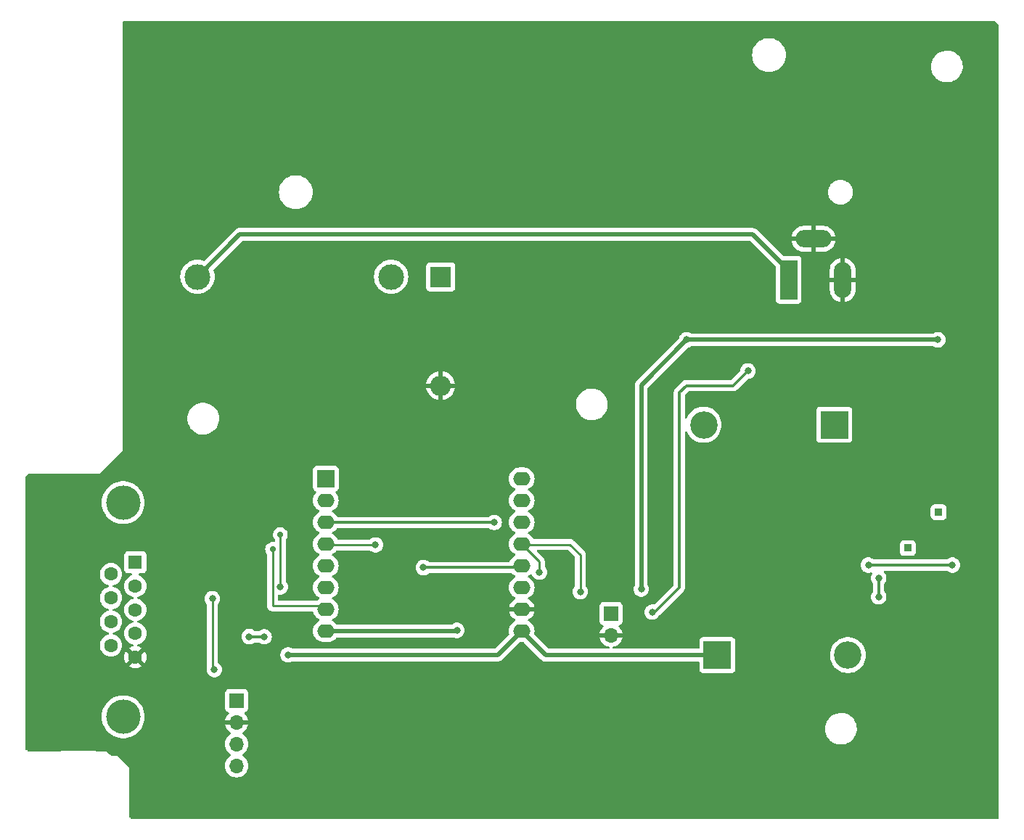
<source format=gbl>
G04 #@! TF.GenerationSoftware,KiCad,Pcbnew,(7.0.0-0)*
G04 #@! TF.CreationDate,2023-11-03T12:50:16+02:00*
G04 #@! TF.ProjectId,Untitled,556e7469-746c-4656-942e-6b696361645f,rev?*
G04 #@! TF.SameCoordinates,Original*
G04 #@! TF.FileFunction,Copper,L2,Bot*
G04 #@! TF.FilePolarity,Positive*
%FSLAX46Y46*%
G04 Gerber Fmt 4.6, Leading zero omitted, Abs format (unit mm)*
G04 Created by KiCad (PCBNEW (7.0.0-0)) date 2023-11-03 12:50:16*
%MOMM*%
%LPD*%
G01*
G04 APERTURE LIST*
G04 #@! TA.AperFunction,ComponentPad*
%ADD10R,3.200000X3.200000*%
G04 #@! TD*
G04 #@! TA.AperFunction,ComponentPad*
%ADD11O,3.200000X3.200000*%
G04 #@! TD*
G04 #@! TA.AperFunction,ComponentPad*
%ADD12R,2.000000X2.000000*%
G04 #@! TD*
G04 #@! TA.AperFunction,ComponentPad*
%ADD13O,2.000000X1.600000*%
G04 #@! TD*
G04 #@! TA.AperFunction,ComponentPad*
%ADD14R,0.850000X0.850000*%
G04 #@! TD*
G04 #@! TA.AperFunction,ComponentPad*
%ADD15R,1.700000X1.700000*%
G04 #@! TD*
G04 #@! TA.AperFunction,ComponentPad*
%ADD16O,1.700000X1.700000*%
G04 #@! TD*
G04 #@! TA.AperFunction,ComponentPad*
%ADD17C,4.000000*%
G04 #@! TD*
G04 #@! TA.AperFunction,ComponentPad*
%ADD18R,1.600000X1.600000*%
G04 #@! TD*
G04 #@! TA.AperFunction,ComponentPad*
%ADD19C,1.600000*%
G04 #@! TD*
G04 #@! TA.AperFunction,ComponentPad*
%ADD20R,2.400000X2.400000*%
G04 #@! TD*
G04 #@! TA.AperFunction,ComponentPad*
%ADD21O,2.400000X2.400000*%
G04 #@! TD*
G04 #@! TA.AperFunction,ComponentPad*
%ADD22R,2.000000X4.600000*%
G04 #@! TD*
G04 #@! TA.AperFunction,ComponentPad*
%ADD23O,2.000000X4.200000*%
G04 #@! TD*
G04 #@! TA.AperFunction,ComponentPad*
%ADD24O,4.200000X2.000000*%
G04 #@! TD*
G04 #@! TA.AperFunction,ComponentPad*
%ADD25C,3.000000*%
G04 #@! TD*
G04 #@! TA.AperFunction,ViaPad*
%ADD26C,0.800000*%
G04 #@! TD*
G04 #@! TA.AperFunction,ViaPad*
%ADD27C,0.700000*%
G04 #@! TD*
G04 #@! TA.AperFunction,Conductor*
%ADD28C,0.300000*%
G04 #@! TD*
G04 #@! TA.AperFunction,Conductor*
%ADD29C,0.500000*%
G04 #@! TD*
G04 #@! TA.AperFunction,Conductor*
%ADD30C,0.250000*%
G04 #@! TD*
G04 APERTURE END LIST*
D10*
X165179999Y-97499999D03*
D11*
X180419999Y-97499999D03*
D12*
X119499999Y-76899999D03*
D13*
X119499999Y-79439999D03*
X119499999Y-81979999D03*
X119499999Y-84519999D03*
X119499999Y-87059999D03*
X119499999Y-89599999D03*
X119499999Y-92139999D03*
X119499999Y-94679999D03*
X142359999Y-94679999D03*
X142359999Y-92139999D03*
X142359999Y-89599999D03*
X142359999Y-87059999D03*
X142359999Y-84519999D03*
X142359999Y-81979999D03*
X142359999Y-79439999D03*
X142359999Y-76899999D03*
D14*
X187399999Y-84999999D03*
D15*
X109099999Y-102799999D03*
D16*
X109099999Y-105339999D03*
X109099999Y-107879999D03*
X109099999Y-110419999D03*
D10*
X178815999Y-70611999D03*
D11*
X163575999Y-70611999D03*
D15*
X152779999Y-92644999D03*
D16*
X152779999Y-95184999D03*
D17*
X95859531Y-79703200D03*
X95859531Y-104703200D03*
D18*
X97279530Y-86663199D03*
D19*
X97279531Y-89433200D03*
X97279531Y-92203200D03*
X97279531Y-94973200D03*
X97279531Y-97743200D03*
X94439531Y-88048200D03*
X94439531Y-90818200D03*
X94439531Y-93588200D03*
X94439531Y-96358200D03*
D20*
X132899999Y-53349999D03*
D21*
X132899999Y-66049999D03*
D22*
X173499999Y-53699999D03*
D23*
X179799999Y-53699999D03*
D24*
X176399999Y-48899999D03*
D25*
X104524000Y-53340000D03*
X127124000Y-53340000D03*
D14*
X190999999Y-80799999D03*
D26*
X157580000Y-92480000D03*
X168740000Y-64340000D03*
X156900000Y-58130000D03*
X157320000Y-56020000D03*
X155700000Y-56250000D03*
X162060000Y-58630000D03*
X112300000Y-95360000D03*
X110560000Y-95340000D03*
X115100000Y-97470000D03*
X156300000Y-89800000D03*
X161600000Y-60700000D03*
X190900000Y-60700000D03*
X184000000Y-88500000D03*
X184000000Y-90700000D03*
X106260000Y-90920000D03*
D27*
X113284000Y-85152000D03*
D26*
X106490000Y-99180000D03*
D27*
X114200000Y-83440000D03*
D26*
X114200000Y-89540000D03*
X125300000Y-84640000D03*
X130890000Y-87280000D03*
X139150000Y-82020000D03*
X192600000Y-87000000D03*
X182800000Y-87000000D03*
X134800000Y-94600000D03*
X144415000Y-87822000D03*
X149200000Y-90100000D03*
D28*
X157580000Y-92480000D02*
X157850000Y-92480000D01*
X161544000Y-66040000D02*
X167040000Y-66040000D01*
X157850000Y-92480000D02*
X160750000Y-89580000D01*
X160750000Y-66834000D02*
X161544000Y-66040000D01*
X160750000Y-89580000D02*
X160750000Y-66834000D01*
X167040000Y-66040000D02*
X168740000Y-64340000D01*
X112300000Y-95360000D02*
X110580000Y-95360000D01*
X110580000Y-95360000D02*
X110560000Y-95340000D01*
D29*
X139570000Y-97470000D02*
X115100000Y-97470000D01*
X165180000Y-97500000D02*
X145180000Y-97500000D01*
X145180000Y-97500000D02*
X142360000Y-94680000D01*
X142360000Y-94680000D02*
X139570000Y-97470000D01*
X156300000Y-66000000D02*
X161600000Y-60700000D01*
X190900000Y-60700000D02*
X161600000Y-60700000D01*
X156300000Y-89800000D02*
X156300000Y-66000000D01*
D28*
X184000000Y-88500000D02*
X184000000Y-90700000D01*
D30*
X113284000Y-91756000D02*
X119116000Y-91756000D01*
X106260000Y-90920000D02*
X106260000Y-98950000D01*
X106260000Y-98950000D02*
X106490000Y-99180000D01*
X119116000Y-91756000D02*
X119500000Y-92140000D01*
X113284000Y-85152000D02*
X113284000Y-91756000D01*
X114200000Y-89540000D02*
X114200000Y-83440000D01*
X119620000Y-84640000D02*
X119500000Y-84520000D01*
X125300000Y-84640000D02*
X119620000Y-84640000D01*
D28*
X142360000Y-87060000D02*
X142140000Y-87280000D01*
X142140000Y-87280000D02*
X130890000Y-87280000D01*
X139150000Y-82020000D02*
X119540000Y-82020000D01*
X119540000Y-82020000D02*
X119500000Y-81980000D01*
D29*
X169300000Y-48400000D02*
X173500000Y-52600000D01*
X104524000Y-53340000D02*
X109464000Y-48400000D01*
X173500000Y-52600000D02*
X173500000Y-53700000D01*
X109464000Y-48400000D02*
X169300000Y-48400000D01*
D28*
X192600000Y-87000000D02*
X182800000Y-87000000D01*
D29*
X119500000Y-94680000D02*
X134720000Y-94680000D01*
X134720000Y-94680000D02*
X134800000Y-94600000D01*
D30*
X144415000Y-87822000D02*
X144415000Y-86575000D01*
X149200000Y-85800000D02*
X147980000Y-84580000D01*
X149200000Y-90100000D02*
X149200000Y-85800000D01*
X142420000Y-84580000D02*
X142360000Y-84520000D01*
X147980000Y-84580000D02*
X142420000Y-84580000D01*
X144415000Y-86575000D02*
X142360000Y-84520000D01*
G04 #@! TA.AperFunction,Conductor*
G36*
X197556091Y-23499439D02*
G01*
X197596318Y-23526318D01*
X197780000Y-23710000D01*
X197780000Y-116400000D01*
X197740000Y-116440000D01*
X96654000Y-116440000D01*
X96592000Y-116423387D01*
X96546613Y-116378000D01*
X96530000Y-116316000D01*
X96530000Y-110612211D01*
X96530000Y-110600000D01*
X96350000Y-110420000D01*
X107744341Y-110420000D01*
X107744813Y-110425395D01*
X107761157Y-110612211D01*
X107764937Y-110655408D01*
X107766336Y-110660630D01*
X107766337Y-110660634D01*
X107824694Y-110878430D01*
X107824697Y-110878438D01*
X107826097Y-110883663D01*
X107828385Y-110888570D01*
X107828386Y-110888572D01*
X107923678Y-111092927D01*
X107923681Y-111092933D01*
X107925965Y-111097830D01*
X107929064Y-111102257D01*
X107929066Y-111102259D01*
X108058399Y-111286966D01*
X108058402Y-111286970D01*
X108061505Y-111291401D01*
X108228599Y-111458495D01*
X108422170Y-111594035D01*
X108636337Y-111693903D01*
X108864592Y-111755063D01*
X109100000Y-111775659D01*
X109335408Y-111755063D01*
X109563663Y-111693903D01*
X109777830Y-111594035D01*
X109971401Y-111458495D01*
X110138495Y-111291401D01*
X110274035Y-111097830D01*
X110373903Y-110883663D01*
X110435063Y-110655408D01*
X110455659Y-110420000D01*
X110435063Y-110184592D01*
X110373903Y-109956337D01*
X110274035Y-109742171D01*
X110138495Y-109548599D01*
X109971401Y-109381505D01*
X109966968Y-109378401D01*
X109966961Y-109378395D01*
X109785842Y-109251575D01*
X109746976Y-109207257D01*
X109732965Y-109150000D01*
X109746976Y-109092743D01*
X109785842Y-109048425D01*
X109966961Y-108921604D01*
X109966961Y-108921603D01*
X109971401Y-108918495D01*
X110138495Y-108751401D01*
X110274035Y-108557830D01*
X110373903Y-108343663D01*
X110435063Y-108115408D01*
X110455659Y-107880000D01*
X110435063Y-107644592D01*
X110373903Y-107416337D01*
X110274035Y-107202171D01*
X110138495Y-107008599D01*
X109971401Y-106841505D01*
X109966970Y-106838402D01*
X109966966Y-106838399D01*
X109785405Y-106711269D01*
X109746540Y-106666951D01*
X109732529Y-106609694D01*
X109746540Y-106552437D01*
X109785406Y-106508119D01*
X109966638Y-106381219D01*
X109974909Y-106374278D01*
X110134278Y-106214909D01*
X110141215Y-106206643D01*
X110175440Y-106157765D01*
X177745788Y-106157765D01*
X177746282Y-106162262D01*
X177746283Y-106162267D01*
X177774917Y-106422506D01*
X177774918Y-106422513D01*
X177775414Y-106427018D01*
X177776559Y-106431398D01*
X177776561Y-106431408D01*
X177808203Y-106552438D01*
X177843928Y-106689088D01*
X177845693Y-106693242D01*
X177845696Y-106693250D01*
X177899767Y-106820489D01*
X177949870Y-106938390D01*
X177952226Y-106942251D01*
X177952229Y-106942256D01*
X178088019Y-107164755D01*
X178090982Y-107169610D01*
X178264255Y-107377820D01*
X178267630Y-107380844D01*
X178267631Y-107380845D01*
X178372330Y-107474656D01*
X178465998Y-107558582D01*
X178691910Y-107708044D01*
X178937176Y-107823020D01*
X179196569Y-107901060D01*
X179464561Y-107940500D01*
X179665369Y-107940500D01*
X179667631Y-107940500D01*
X179870156Y-107925677D01*
X180134553Y-107866780D01*
X180387558Y-107770014D01*
X180623777Y-107637441D01*
X180838177Y-107471888D01*
X181026186Y-107276881D01*
X181183799Y-107056579D01*
X181307656Y-106815675D01*
X181395118Y-106559305D01*
X181444319Y-106292933D01*
X181454212Y-106022235D01*
X181424586Y-105752982D01*
X181356072Y-105490912D01*
X181250130Y-105241610D01*
X181109018Y-105010390D01*
X180935745Y-104802180D01*
X180830759Y-104708112D01*
X180737382Y-104624446D01*
X180737378Y-104624442D01*
X180734002Y-104621418D01*
X180508090Y-104471956D01*
X180503996Y-104470036D01*
X180503991Y-104470034D01*
X180266929Y-104358904D01*
X180266925Y-104358902D01*
X180262824Y-104356980D01*
X180258477Y-104355672D01*
X180258474Y-104355671D01*
X180007772Y-104280246D01*
X180007771Y-104280245D01*
X180003431Y-104278940D01*
X179998957Y-104278281D01*
X179998950Y-104278280D01*
X179739913Y-104240158D01*
X179739907Y-104240157D01*
X179735439Y-104239500D01*
X179532369Y-104239500D01*
X179530120Y-104239664D01*
X179530109Y-104239665D01*
X179334363Y-104253992D01*
X179334359Y-104253992D01*
X179329844Y-104254323D01*
X179325426Y-104255307D01*
X179325420Y-104255308D01*
X179069877Y-104312232D01*
X179069861Y-104312236D01*
X179065447Y-104313220D01*
X179061216Y-104314838D01*
X179061210Y-104314840D01*
X178816673Y-104408367D01*
X178816663Y-104408371D01*
X178812442Y-104409986D01*
X178808494Y-104412201D01*
X178808489Y-104412204D01*
X178580176Y-104540340D01*
X178580171Y-104540343D01*
X178576223Y-104542559D01*
X178572639Y-104545325D01*
X178572635Y-104545329D01*
X178365407Y-104705343D01*
X178365394Y-104705354D01*
X178361823Y-104708112D01*
X178358685Y-104711366D01*
X178358678Y-104711373D01*
X178176958Y-104899857D01*
X178176952Y-104899864D01*
X178173814Y-104903119D01*
X178171189Y-104906787D01*
X178171179Y-104906800D01*
X178018834Y-105119740D01*
X178018830Y-105119745D01*
X178016201Y-105123421D01*
X178014132Y-105127444D01*
X178014129Y-105127450D01*
X177894416Y-105360293D01*
X177894411Y-105360304D01*
X177892344Y-105364325D01*
X177890884Y-105368602D01*
X177890879Y-105368616D01*
X177806348Y-105616395D01*
X177806344Y-105616407D01*
X177804882Y-105620695D01*
X177804057Y-105625159D01*
X177804057Y-105625161D01*
X177756504Y-105882606D01*
X177756502Y-105882619D01*
X177755681Y-105887067D01*
X177755515Y-105891593D01*
X177755515Y-105891599D01*
X177750576Y-106026762D01*
X177745788Y-106157765D01*
X110175440Y-106157765D01*
X110270498Y-106022008D01*
X110275886Y-106012676D01*
X110371143Y-105808397D01*
X110374831Y-105798263D01*
X110426943Y-105603780D01*
X110427311Y-105592551D01*
X110416369Y-105590000D01*
X107783631Y-105590000D01*
X107772688Y-105592551D01*
X107773056Y-105603780D01*
X107825168Y-105798263D01*
X107828856Y-105808397D01*
X107924113Y-106012676D01*
X107929501Y-106022008D01*
X108058784Y-106206643D01*
X108065721Y-106214909D01*
X108225090Y-106374278D01*
X108233356Y-106381215D01*
X108414595Y-106508120D01*
X108453460Y-106552438D01*
X108467471Y-106609695D01*
X108453460Y-106666952D01*
X108414594Y-106711270D01*
X108233034Y-106838399D01*
X108233029Y-106838402D01*
X108228599Y-106841505D01*
X108224775Y-106845328D01*
X108224769Y-106845334D01*
X108065334Y-107004769D01*
X108065328Y-107004775D01*
X108061505Y-107008599D01*
X108058402Y-107013029D01*
X108058399Y-107013034D01*
X107929073Y-107197731D01*
X107929068Y-107197738D01*
X107925965Y-107202171D01*
X107923677Y-107207077D01*
X107923675Y-107207081D01*
X107828386Y-107411427D01*
X107828383Y-107411432D01*
X107826097Y-107416337D01*
X107824698Y-107421557D01*
X107824694Y-107421569D01*
X107766337Y-107639365D01*
X107766335Y-107639371D01*
X107764937Y-107644592D01*
X107764465Y-107649977D01*
X107764465Y-107649982D01*
X107759217Y-107709965D01*
X107744341Y-107880000D01*
X107744813Y-107885395D01*
X107749576Y-107939841D01*
X107764937Y-108115408D01*
X107766336Y-108120630D01*
X107766337Y-108120634D01*
X107824694Y-108338430D01*
X107824697Y-108338438D01*
X107826097Y-108343663D01*
X107828385Y-108348570D01*
X107828386Y-108348572D01*
X107923678Y-108552927D01*
X107923681Y-108552933D01*
X107925965Y-108557830D01*
X107929064Y-108562257D01*
X107929066Y-108562259D01*
X108058399Y-108746966D01*
X108058402Y-108746970D01*
X108061505Y-108751401D01*
X108228599Y-108918495D01*
X108233032Y-108921599D01*
X108233038Y-108921604D01*
X108414158Y-109048425D01*
X108453024Y-109092743D01*
X108467035Y-109150000D01*
X108453024Y-109207257D01*
X108414159Y-109251575D01*
X108233041Y-109378395D01*
X108228599Y-109381505D01*
X108224775Y-109385328D01*
X108224769Y-109385334D01*
X108065334Y-109544769D01*
X108065328Y-109544775D01*
X108061505Y-109548599D01*
X108058402Y-109553029D01*
X108058399Y-109553034D01*
X107929073Y-109737731D01*
X107929068Y-109737738D01*
X107925965Y-109742171D01*
X107923677Y-109747077D01*
X107923675Y-109747081D01*
X107828386Y-109951427D01*
X107828383Y-109951432D01*
X107826097Y-109956337D01*
X107824698Y-109961557D01*
X107824694Y-109961569D01*
X107766337Y-110179365D01*
X107766335Y-110179371D01*
X107764937Y-110184592D01*
X107764465Y-110189977D01*
X107764465Y-110189982D01*
X107744813Y-110414605D01*
X107744341Y-110420000D01*
X96350000Y-110420000D01*
X94990000Y-109060000D01*
X94260000Y-109060000D01*
X93760000Y-108560000D01*
X84680000Y-108560000D01*
X84663674Y-108560000D01*
X84584000Y-108560000D01*
X84522000Y-108543387D01*
X84476613Y-108498000D01*
X84460000Y-108436000D01*
X84460000Y-104703200D01*
X93354087Y-104703200D01*
X93373843Y-105017215D01*
X93374570Y-105021027D01*
X93374572Y-105021041D01*
X93417443Y-105245776D01*
X93432800Y-105326279D01*
X93530028Y-105625515D01*
X93663994Y-105910207D01*
X93666076Y-105913488D01*
X93666079Y-105913493D01*
X93830493Y-106172569D01*
X93830497Y-106172575D01*
X93832584Y-106175863D01*
X93835063Y-106178860D01*
X93835067Y-106178865D01*
X93925683Y-106288400D01*
X94033141Y-106418294D01*
X94262501Y-106633678D01*
X94517047Y-106818616D01*
X94792765Y-106970194D01*
X95085306Y-107086019D01*
X95390058Y-107164266D01*
X95702213Y-107203700D01*
X96012954Y-107203700D01*
X96016849Y-107203700D01*
X96329004Y-107164266D01*
X96633756Y-107086019D01*
X96926297Y-106970194D01*
X97202015Y-106818616D01*
X97456561Y-106633678D01*
X97685921Y-106418294D01*
X97886478Y-106175863D01*
X98055068Y-105910207D01*
X98189034Y-105625515D01*
X98286262Y-105326279D01*
X98345219Y-105017215D01*
X98364975Y-104703200D01*
X98345219Y-104389185D01*
X98286262Y-104080121D01*
X98189034Y-103780885D01*
X98148421Y-103694578D01*
X107749500Y-103694578D01*
X107749501Y-103697872D01*
X107749853Y-103701150D01*
X107749854Y-103701161D01*
X107755079Y-103749768D01*
X107755080Y-103749773D01*
X107755909Y-103757483D01*
X107758619Y-103764749D01*
X107758620Y-103764753D01*
X107792217Y-103854831D01*
X107806204Y-103892331D01*
X107892454Y-104007546D01*
X108007669Y-104093796D01*
X108139598Y-104143002D01*
X108189977Y-104177981D01*
X108217431Y-104232825D01*
X108215242Y-104294118D01*
X108183947Y-104346865D01*
X108065714Y-104465098D01*
X108058784Y-104473357D01*
X107929508Y-104657982D01*
X107924110Y-104667332D01*
X107828856Y-104871602D01*
X107825168Y-104881736D01*
X107773056Y-105076219D01*
X107772688Y-105087448D01*
X107783631Y-105090000D01*
X110416369Y-105090000D01*
X110427311Y-105087448D01*
X110426943Y-105076219D01*
X110374831Y-104881736D01*
X110371143Y-104871602D01*
X110275889Y-104667332D01*
X110270491Y-104657982D01*
X110141215Y-104473357D01*
X110134280Y-104465092D01*
X110016053Y-104346865D01*
X109984757Y-104294119D01*
X109982568Y-104232825D01*
X110010022Y-104177981D01*
X110060398Y-104143003D01*
X110192331Y-104093796D01*
X110307546Y-104007546D01*
X110393796Y-103892331D01*
X110444091Y-103757483D01*
X110450500Y-103697873D01*
X110450499Y-101902128D01*
X110444091Y-101842517D01*
X110393796Y-101707669D01*
X110307546Y-101592454D01*
X110192331Y-101506204D01*
X110057483Y-101455909D01*
X110049770Y-101455079D01*
X110049767Y-101455079D01*
X110001180Y-101449855D01*
X110001169Y-101449854D01*
X109997873Y-101449500D01*
X109994550Y-101449500D01*
X108205439Y-101449500D01*
X108205420Y-101449500D01*
X108202128Y-101449501D01*
X108198850Y-101449853D01*
X108198838Y-101449854D01*
X108150231Y-101455079D01*
X108150225Y-101455080D01*
X108142517Y-101455909D01*
X108135252Y-101458618D01*
X108135246Y-101458620D01*
X108015980Y-101503104D01*
X108015978Y-101503104D01*
X108007669Y-101506204D01*
X108000572Y-101511516D01*
X108000568Y-101511519D01*
X107899550Y-101587141D01*
X107899546Y-101587144D01*
X107892454Y-101592454D01*
X107887144Y-101599546D01*
X107887141Y-101599550D01*
X107811519Y-101700568D01*
X107811516Y-101700572D01*
X107806204Y-101707669D01*
X107803104Y-101715978D01*
X107803104Y-101715980D01*
X107758620Y-101835247D01*
X107758619Y-101835250D01*
X107755909Y-101842517D01*
X107755079Y-101850227D01*
X107755079Y-101850232D01*
X107749855Y-101898819D01*
X107749854Y-101898831D01*
X107749500Y-101902127D01*
X107749500Y-101905448D01*
X107749500Y-101905449D01*
X107749500Y-103694560D01*
X107749500Y-103694578D01*
X98148421Y-103694578D01*
X98055068Y-103496193D01*
X97886478Y-103230537D01*
X97685921Y-102988106D01*
X97456561Y-102772722D01*
X97202015Y-102587784D01*
X97198612Y-102585913D01*
X97198607Y-102585910D01*
X96929714Y-102438084D01*
X96929707Y-102438080D01*
X96926297Y-102436206D01*
X96922671Y-102434770D01*
X96922666Y-102434768D01*
X96637378Y-102321815D01*
X96637377Y-102321814D01*
X96633756Y-102320381D01*
X96629986Y-102319413D01*
X96629983Y-102319412D01*
X96332787Y-102243105D01*
X96332782Y-102243104D01*
X96329004Y-102242134D01*
X96325133Y-102241645D01*
X96325128Y-102241644D01*
X96020715Y-102203188D01*
X96020708Y-102203187D01*
X96016849Y-102202700D01*
X95702213Y-102202700D01*
X95698354Y-102203187D01*
X95698346Y-102203188D01*
X95393933Y-102241644D01*
X95393925Y-102241645D01*
X95390058Y-102242134D01*
X95386282Y-102243103D01*
X95386274Y-102243105D01*
X95089078Y-102319412D01*
X95089070Y-102319414D01*
X95085306Y-102320381D01*
X95081689Y-102321812D01*
X95081683Y-102321815D01*
X94796395Y-102434768D01*
X94796384Y-102434772D01*
X94792765Y-102436206D01*
X94789360Y-102438077D01*
X94789347Y-102438084D01*
X94520454Y-102585910D01*
X94520442Y-102585917D01*
X94517047Y-102587784D01*
X94513903Y-102590067D01*
X94513897Y-102590072D01*
X94265657Y-102770428D01*
X94265646Y-102770436D01*
X94262501Y-102772722D01*
X94259666Y-102775383D01*
X94259659Y-102775390D01*
X94035978Y-102985441D01*
X94035971Y-102985448D01*
X94033141Y-102988106D01*
X94030666Y-102991097D01*
X94030662Y-102991102D01*
X93835067Y-103227534D01*
X93835057Y-103227546D01*
X93832584Y-103230537D01*
X93830502Y-103233816D01*
X93830493Y-103233830D01*
X93666079Y-103492906D01*
X93666072Y-103492917D01*
X93663994Y-103496193D01*
X93662341Y-103499704D01*
X93662338Y-103499711D01*
X93537619Y-103764753D01*
X93530028Y-103780885D01*
X93528826Y-103784582D01*
X93528824Y-103784589D01*
X93458687Y-104000449D01*
X93432800Y-104080121D01*
X93432071Y-104083941D01*
X93432069Y-104083950D01*
X93374572Y-104385358D01*
X93374569Y-104385374D01*
X93373843Y-104389185D01*
X93373598Y-104393076D01*
X93373598Y-104393078D01*
X93368547Y-104473357D01*
X93354087Y-104703200D01*
X84460000Y-104703200D01*
X84460000Y-98821903D01*
X96557748Y-98821903D01*
X96565181Y-98830014D01*
X96622608Y-98870225D01*
X96631958Y-98875623D01*
X96828299Y-98967179D01*
X96838433Y-98970867D01*
X97047693Y-99026939D01*
X97058324Y-99028813D01*
X97274136Y-99047694D01*
X97284926Y-99047694D01*
X97500737Y-99028813D01*
X97511368Y-99026939D01*
X97720628Y-98970867D01*
X97730762Y-98967179D01*
X97927106Y-98875622D01*
X97936451Y-98870226D01*
X97993879Y-98830014D01*
X98001311Y-98821903D01*
X97995398Y-98812621D01*
X97291073Y-98108295D01*
X97279531Y-98101631D01*
X97267988Y-98108295D01*
X96563659Y-98812624D01*
X96557748Y-98821903D01*
X84460000Y-98821903D01*
X84460000Y-97748595D01*
X95975037Y-97748595D01*
X95993917Y-97964406D01*
X95995791Y-97975037D01*
X96051863Y-98184297D01*
X96055551Y-98194431D01*
X96147107Y-98390772D01*
X96152505Y-98400122D01*
X96192715Y-98457548D01*
X96200826Y-98464981D01*
X96210105Y-98459070D01*
X96914434Y-97754742D01*
X96921098Y-97743200D01*
X97637962Y-97743200D01*
X97644626Y-97754742D01*
X98348952Y-98459067D01*
X98358234Y-98464980D01*
X98366345Y-98457548D01*
X98406557Y-98400120D01*
X98411953Y-98390775D01*
X98503510Y-98194431D01*
X98507198Y-98184297D01*
X98563270Y-97975037D01*
X98565144Y-97964406D01*
X98584025Y-97748595D01*
X98584025Y-97737805D01*
X98565144Y-97521993D01*
X98563270Y-97511362D01*
X98507198Y-97302102D01*
X98503510Y-97291968D01*
X98411954Y-97095627D01*
X98406556Y-97086277D01*
X98366345Y-97028850D01*
X98358234Y-97021417D01*
X98348955Y-97027328D01*
X97644626Y-97731657D01*
X97637962Y-97743200D01*
X96921098Y-97743200D01*
X96914434Y-97731657D01*
X96210105Y-97027328D01*
X96200827Y-97021417D01*
X96192714Y-97028851D01*
X96152502Y-97086281D01*
X96147108Y-97095625D01*
X96055551Y-97291968D01*
X96051863Y-97302102D01*
X95995791Y-97511362D01*
X95993917Y-97521993D01*
X95975037Y-97737805D01*
X95975037Y-97748595D01*
X84460000Y-97748595D01*
X84460000Y-96358200D01*
X93134063Y-96358200D01*
X93134535Y-96363594D01*
X93152667Y-96570852D01*
X93153896Y-96584892D01*
X93155293Y-96590107D01*
X93155295Y-96590116D01*
X93211389Y-96799463D01*
X93211392Y-96799471D01*
X93212792Y-96804696D01*
X93308963Y-97010934D01*
X93312070Y-97015371D01*
X93312071Y-97015373D01*
X93396131Y-97135424D01*
X93439484Y-97197339D01*
X93600392Y-97358247D01*
X93786797Y-97488768D01*
X93993035Y-97584939D01*
X94212839Y-97643835D01*
X94439531Y-97663668D01*
X94666223Y-97643835D01*
X94886027Y-97584939D01*
X95092265Y-97488768D01*
X95278670Y-97358247D01*
X95439578Y-97197339D01*
X95570099Y-97010934D01*
X95666270Y-96804696D01*
X95725166Y-96584892D01*
X95744999Y-96358200D01*
X95725166Y-96131508D01*
X95666270Y-95911704D01*
X95570099Y-95705466D01*
X95439578Y-95519061D01*
X95278670Y-95358153D01*
X95156898Y-95272888D01*
X95096704Y-95230740D01*
X95096702Y-95230739D01*
X95092265Y-95227632D01*
X94886027Y-95131461D01*
X94880802Y-95130061D01*
X94880794Y-95130058D01*
X94763298Y-95098576D01*
X94742393Y-95092974D01*
X94686806Y-95060881D01*
X94654712Y-95005294D01*
X94654712Y-94973200D01*
X95974063Y-94973200D01*
X95974535Y-94978595D01*
X95991998Y-95178204D01*
X95993896Y-95199892D01*
X95995293Y-95205107D01*
X95995295Y-95205116D01*
X96051389Y-95414463D01*
X96051392Y-95414471D01*
X96052792Y-95419696D01*
X96055080Y-95424603D01*
X96055081Y-95424605D01*
X96072750Y-95462496D01*
X96148963Y-95625934D01*
X96152070Y-95630371D01*
X96152071Y-95630373D01*
X96208089Y-95710376D01*
X96279484Y-95812339D01*
X96440392Y-95973247D01*
X96626797Y-96103768D01*
X96833035Y-96199939D01*
X96977633Y-96238683D01*
X97033220Y-96270776D01*
X97065314Y-96326364D01*
X97065314Y-96390551D01*
X97033221Y-96446139D01*
X96977633Y-96478233D01*
X96838433Y-96515532D01*
X96828299Y-96519220D01*
X96631956Y-96610777D01*
X96622612Y-96616171D01*
X96565182Y-96656383D01*
X96557748Y-96664496D01*
X96563659Y-96673774D01*
X97267988Y-97378103D01*
X97279531Y-97384767D01*
X97291073Y-97378103D01*
X97995401Y-96673774D01*
X98001312Y-96664495D01*
X97993879Y-96656384D01*
X97936453Y-96616174D01*
X97927103Y-96610776D01*
X97730762Y-96519220D01*
X97720628Y-96515532D01*
X97581428Y-96478233D01*
X97525840Y-96446139D01*
X97493747Y-96390551D01*
X97493747Y-96326364D01*
X97525841Y-96270776D01*
X97581426Y-96238684D01*
X97726027Y-96199939D01*
X97932265Y-96103768D01*
X98118670Y-95973247D01*
X98279578Y-95812339D01*
X98410099Y-95625934D01*
X98506270Y-95419696D01*
X98565166Y-95199892D01*
X98584999Y-94973200D01*
X98565166Y-94746508D01*
X98553624Y-94703431D01*
X98507672Y-94531936D01*
X98507671Y-94531934D01*
X98506270Y-94526704D01*
X98410099Y-94320466D01*
X98279578Y-94134061D01*
X98118670Y-93973153D01*
X97932265Y-93842632D01*
X97726027Y-93746461D01*
X97720802Y-93745061D01*
X97720794Y-93745058D01*
X97603298Y-93713576D01*
X97582393Y-93707974D01*
X97526806Y-93675881D01*
X97494712Y-93620294D01*
X97494712Y-93556106D01*
X97526806Y-93500519D01*
X97582393Y-93468425D01*
X97726027Y-93429939D01*
X97932265Y-93333768D01*
X98118670Y-93203247D01*
X98279578Y-93042339D01*
X98410099Y-92855934D01*
X98506270Y-92649696D01*
X98565166Y-92429892D01*
X98584999Y-92203200D01*
X98565166Y-91976508D01*
X98557733Y-91948768D01*
X98507672Y-91761936D01*
X98507671Y-91761934D01*
X98506270Y-91756704D01*
X98410099Y-91550466D01*
X98279578Y-91364061D01*
X98118670Y-91203153D01*
X98006714Y-91124761D01*
X97936704Y-91075740D01*
X97936702Y-91075739D01*
X97932265Y-91072632D01*
X97791820Y-91007141D01*
X97730936Y-90978750D01*
X97730934Y-90978749D01*
X97726027Y-90976461D01*
X97720802Y-90975061D01*
X97720794Y-90975058D01*
X97603298Y-90943576D01*
X97582393Y-90937974D01*
X97551261Y-90920000D01*
X105354540Y-90920000D01*
X105355219Y-90926460D01*
X105373646Y-91101795D01*
X105373647Y-91101803D01*
X105374326Y-91108256D01*
X105376331Y-91114428D01*
X105376333Y-91114435D01*
X105430813Y-91282105D01*
X105432821Y-91288284D01*
X105436068Y-91293908D01*
X105436069Y-91293910D01*
X105515876Y-91432141D01*
X105527467Y-91452216D01*
X105531811Y-91457041D01*
X105531813Y-91457043D01*
X105602650Y-91535715D01*
X105626264Y-91574249D01*
X105634500Y-91618687D01*
X105634500Y-98872223D01*
X105633978Y-98883279D01*
X105632327Y-98890667D01*
X105632502Y-98896261D01*
X105627497Y-98920428D01*
X105604326Y-98991744D01*
X105603647Y-98998200D01*
X105603646Y-98998207D01*
X105588266Y-99144550D01*
X105584540Y-99180000D01*
X105585219Y-99186460D01*
X105603646Y-99361795D01*
X105603647Y-99361803D01*
X105604326Y-99368256D01*
X105606331Y-99374428D01*
X105606333Y-99374435D01*
X105631032Y-99450449D01*
X105662821Y-99548284D01*
X105666068Y-99553908D01*
X105666069Y-99553910D01*
X105689267Y-99594091D01*
X105757467Y-99712216D01*
X105884129Y-99852888D01*
X106037270Y-99964151D01*
X106210197Y-100041144D01*
X106395354Y-100080500D01*
X106578143Y-100080500D01*
X106584646Y-100080500D01*
X106769803Y-100041144D01*
X106942730Y-99964151D01*
X107095871Y-99852888D01*
X107222533Y-99712216D01*
X107317179Y-99548284D01*
X107375674Y-99368256D01*
X107395460Y-99180000D01*
X107375674Y-98991744D01*
X107317179Y-98811716D01*
X107222533Y-98647784D01*
X107095871Y-98507112D01*
X107090613Y-98503292D01*
X107090611Y-98503290D01*
X106947985Y-98399667D01*
X106942730Y-98395849D01*
X106942729Y-98395849D01*
X106943247Y-98395136D01*
X106902111Y-98353997D01*
X106885500Y-98292000D01*
X106885500Y-97470000D01*
X114194540Y-97470000D01*
X114195219Y-97476460D01*
X114213646Y-97651795D01*
X114213647Y-97651803D01*
X114214326Y-97658256D01*
X114216331Y-97664428D01*
X114216333Y-97664435D01*
X114270813Y-97832105D01*
X114272821Y-97838284D01*
X114276068Y-97843908D01*
X114276069Y-97843910D01*
X114362891Y-97994291D01*
X114367467Y-98002216D01*
X114371811Y-98007041D01*
X114371813Y-98007043D01*
X114488512Y-98136650D01*
X114494129Y-98142888D01*
X114499387Y-98146708D01*
X114499388Y-98146709D01*
X114503133Y-98149430D01*
X114647270Y-98254151D01*
X114820197Y-98331144D01*
X115005354Y-98370500D01*
X115188143Y-98370500D01*
X115194646Y-98370500D01*
X115379803Y-98331144D01*
X115552730Y-98254151D01*
X115566454Y-98244179D01*
X115601018Y-98226569D01*
X115639336Y-98220500D01*
X139506293Y-98220500D01*
X139524264Y-98221809D01*
X139528160Y-98222379D01*
X139548023Y-98225289D01*
X139597368Y-98220972D01*
X139608176Y-98220500D01*
X139610100Y-98220500D01*
X139613709Y-98220500D01*
X139644550Y-98216894D01*
X139648031Y-98216539D01*
X139722797Y-98209999D01*
X139729653Y-98207726D01*
X139733043Y-98207027D01*
X139733375Y-98206973D01*
X139733728Y-98206873D01*
X139737071Y-98206080D01*
X139744255Y-98205241D01*
X139814760Y-98179579D01*
X139818118Y-98178412D01*
X139889334Y-98154814D01*
X139895486Y-98151018D01*
X139898607Y-98149564D01*
X139898929Y-98149430D01*
X139899238Y-98149258D01*
X139902315Y-98147712D01*
X139909117Y-98145237D01*
X139971837Y-98103984D01*
X139974732Y-98102140D01*
X140038656Y-98062712D01*
X140043763Y-98057603D01*
X140046476Y-98055459D01*
X140046758Y-98055254D01*
X140047029Y-98055007D01*
X140049659Y-98052799D01*
X140055696Y-98048830D01*
X140107185Y-97994253D01*
X140109629Y-97991737D01*
X142084548Y-96016819D01*
X142124777Y-95989939D01*
X142172230Y-95980500D01*
X142547770Y-95980500D01*
X142595223Y-95989939D01*
X142635451Y-96016819D01*
X144604267Y-97985634D01*
X144616049Y-97999267D01*
X144626077Y-98012738D01*
X144626081Y-98012742D01*
X144630390Y-98018530D01*
X144668352Y-98050384D01*
X144676314Y-98057680D01*
X144680223Y-98061590D01*
X144683055Y-98063829D01*
X144683065Y-98063838D01*
X144704542Y-98080819D01*
X144707298Y-98083063D01*
X144764786Y-98131302D01*
X144771245Y-98134546D01*
X144774134Y-98136446D01*
X144774417Y-98136650D01*
X144774710Y-98136814D01*
X144777659Y-98138632D01*
X144783323Y-98143111D01*
X144851357Y-98174835D01*
X144854483Y-98176348D01*
X144921567Y-98210040D01*
X144928597Y-98211705D01*
X144931831Y-98212883D01*
X144932163Y-98213020D01*
X144932493Y-98213114D01*
X144935781Y-98214203D01*
X144942327Y-98217256D01*
X145015862Y-98232439D01*
X145019223Y-98233184D01*
X145092279Y-98250500D01*
X145099509Y-98250500D01*
X145102949Y-98250902D01*
X145103286Y-98250956D01*
X145103640Y-98250972D01*
X145107066Y-98251271D01*
X145114144Y-98252733D01*
X145189110Y-98250552D01*
X145192717Y-98250500D01*
X162955501Y-98250500D01*
X163017501Y-98267113D01*
X163062888Y-98312500D01*
X163079501Y-98374500D01*
X163079501Y-99147872D01*
X163079853Y-99151150D01*
X163079854Y-99151161D01*
X163085079Y-99199768D01*
X163085080Y-99199773D01*
X163085909Y-99207483D01*
X163088619Y-99214749D01*
X163088620Y-99214753D01*
X163090598Y-99220055D01*
X163136204Y-99342331D01*
X163222454Y-99457546D01*
X163337669Y-99543796D01*
X163472517Y-99594091D01*
X163532127Y-99600500D01*
X166827872Y-99600499D01*
X166887483Y-99594091D01*
X167022331Y-99543796D01*
X167137546Y-99457546D01*
X167223796Y-99342331D01*
X167274091Y-99207483D01*
X167280500Y-99147873D01*
X167280499Y-97500000D01*
X178314592Y-97500000D01*
X178334202Y-97786686D01*
X178335061Y-97790824D01*
X178335063Y-97790832D01*
X178390053Y-98055459D01*
X178392666Y-98068032D01*
X178394084Y-98072023D01*
X178394085Y-98072025D01*
X178486656Y-98332496D01*
X178488896Y-98338797D01*
X178490843Y-98342555D01*
X178490845Y-98342559D01*
X178574130Y-98503290D01*
X178621099Y-98593936D01*
X178623545Y-98597401D01*
X178784366Y-98825235D01*
X178784370Y-98825240D01*
X178786811Y-98828698D01*
X178857374Y-98904252D01*
X178973705Y-99028813D01*
X178982947Y-99038708D01*
X179205853Y-99220055D01*
X179451375Y-99369361D01*
X179455260Y-99371048D01*
X179455261Y-99371049D01*
X179654397Y-99457546D01*
X179714942Y-99483844D01*
X179935384Y-99545608D01*
X179987562Y-99560228D01*
X179987564Y-99560228D01*
X179991642Y-99561371D01*
X180276322Y-99600500D01*
X180559441Y-99600500D01*
X180563678Y-99600500D01*
X180848358Y-99561371D01*
X181125058Y-99483844D01*
X181388625Y-99369361D01*
X181634147Y-99220055D01*
X181857053Y-99038708D01*
X182053189Y-98828698D01*
X182218901Y-98593936D01*
X182351104Y-98338797D01*
X182447334Y-98068032D01*
X182505798Y-97786686D01*
X182525408Y-97500000D01*
X182505798Y-97213314D01*
X182447334Y-96931968D01*
X182351104Y-96661203D01*
X182218901Y-96406064D01*
X182091951Y-96226215D01*
X182055633Y-96174764D01*
X182055630Y-96174761D01*
X182053189Y-96171302D01*
X181900729Y-96008057D01*
X181859940Y-95964383D01*
X181859938Y-95964381D01*
X181857053Y-95961292D01*
X181853771Y-95958622D01*
X181853768Y-95958619D01*
X181637429Y-95782615D01*
X181637428Y-95782614D01*
X181634147Y-95779945D01*
X181469873Y-95680047D01*
X181392243Y-95632839D01*
X181392241Y-95632838D01*
X181388625Y-95630639D01*
X181384745Y-95628953D01*
X181384738Y-95628950D01*
X181128939Y-95517841D01*
X181128929Y-95517837D01*
X181125058Y-95516156D01*
X181119872Y-95514703D01*
X180852437Y-95439771D01*
X180852424Y-95439768D01*
X180848358Y-95438629D01*
X180844168Y-95438053D01*
X180844158Y-95438051D01*
X180567875Y-95400076D01*
X180567862Y-95400075D01*
X180563678Y-95399500D01*
X180276322Y-95399500D01*
X180272138Y-95400075D01*
X180272124Y-95400076D01*
X179995841Y-95438051D01*
X179995828Y-95438053D01*
X179991642Y-95438629D01*
X179987577Y-95439767D01*
X179987562Y-95439771D01*
X179719013Y-95515015D01*
X179719008Y-95515016D01*
X179714942Y-95516156D01*
X179711075Y-95517835D01*
X179711060Y-95517841D01*
X179455261Y-95628950D01*
X179455248Y-95628956D01*
X179451375Y-95630639D01*
X179447764Y-95632834D01*
X179447756Y-95632839D01*
X179209465Y-95777748D01*
X179209460Y-95777751D01*
X179205853Y-95779945D01*
X179202578Y-95782609D01*
X179202570Y-95782615D01*
X178986231Y-95958619D01*
X178986220Y-95958628D01*
X178982947Y-95961292D01*
X178980068Y-95964374D01*
X178980059Y-95964383D01*
X178789699Y-96168209D01*
X178789694Y-96168214D01*
X178786811Y-96171302D01*
X178784375Y-96174752D01*
X178784366Y-96174764D01*
X178623545Y-96402598D01*
X178623541Y-96402603D01*
X178621099Y-96406064D01*
X178619153Y-96409818D01*
X178619149Y-96409826D01*
X178490845Y-96657440D01*
X178490840Y-96657450D01*
X178488896Y-96661203D01*
X178487479Y-96665188D01*
X178487475Y-96665199D01*
X178394085Y-96927974D01*
X178392666Y-96931968D01*
X178391804Y-96936113D01*
X178391803Y-96936119D01*
X178335063Y-97209167D01*
X178335061Y-97209177D01*
X178334202Y-97213314D01*
X178333913Y-97217529D01*
X178333913Y-97217534D01*
X178324550Y-97354417D01*
X178314592Y-97500000D01*
X167280499Y-97500000D01*
X167280499Y-95852128D01*
X167274091Y-95792517D01*
X167223796Y-95657669D01*
X167137546Y-95542454D01*
X167112221Y-95523496D01*
X167029431Y-95461519D01*
X167029430Y-95461518D01*
X167022331Y-95456204D01*
X166924448Y-95419696D01*
X166894752Y-95408620D01*
X166894750Y-95408619D01*
X166887483Y-95405909D01*
X166879770Y-95405079D01*
X166879767Y-95405079D01*
X166831180Y-95399855D01*
X166831169Y-95399854D01*
X166827873Y-95399500D01*
X166824550Y-95399500D01*
X163535439Y-95399500D01*
X163535420Y-95399500D01*
X163532128Y-95399501D01*
X163528850Y-95399853D01*
X163528838Y-95399854D01*
X163480231Y-95405079D01*
X163480225Y-95405080D01*
X163472517Y-95405909D01*
X163465252Y-95408618D01*
X163465246Y-95408620D01*
X163345980Y-95453104D01*
X163345978Y-95453104D01*
X163337669Y-95456204D01*
X163330572Y-95461516D01*
X163330568Y-95461519D01*
X163229550Y-95537141D01*
X163229546Y-95537144D01*
X163222454Y-95542454D01*
X163217144Y-95549546D01*
X163217141Y-95549550D01*
X163141519Y-95650568D01*
X163141516Y-95650572D01*
X163136204Y-95657669D01*
X163133104Y-95665978D01*
X163133104Y-95665980D01*
X163088620Y-95785247D01*
X163088619Y-95785250D01*
X163085909Y-95792517D01*
X163085079Y-95800227D01*
X163085079Y-95800232D01*
X163079855Y-95848819D01*
X163079854Y-95848831D01*
X163079500Y-95852127D01*
X163079500Y-95855449D01*
X163079500Y-96625500D01*
X163062887Y-96687500D01*
X163017500Y-96732887D01*
X162955500Y-96749500D01*
X153099081Y-96749500D01*
X153041824Y-96735489D01*
X152997506Y-96696623D01*
X152976142Y-96641685D01*
X152982559Y-96583089D01*
X153015308Y-96534078D01*
X153066988Y-96505725D01*
X153238261Y-96459832D01*
X153248397Y-96456143D01*
X153452676Y-96360886D01*
X153462008Y-96355498D01*
X153646643Y-96226215D01*
X153654909Y-96219278D01*
X153814278Y-96059909D01*
X153821215Y-96051643D01*
X153950498Y-95867008D01*
X153955886Y-95857676D01*
X154051143Y-95653397D01*
X154054831Y-95643263D01*
X154106943Y-95448780D01*
X154107311Y-95437551D01*
X154096369Y-95435000D01*
X151463631Y-95435000D01*
X151452688Y-95437551D01*
X151453056Y-95448780D01*
X151505168Y-95643263D01*
X151508856Y-95653397D01*
X151604113Y-95857676D01*
X151609501Y-95867008D01*
X151738784Y-96051643D01*
X151745721Y-96059909D01*
X151905090Y-96219278D01*
X151913356Y-96226215D01*
X152097991Y-96355498D01*
X152107323Y-96360886D01*
X152311602Y-96456143D01*
X152321738Y-96459832D01*
X152493012Y-96505725D01*
X152544692Y-96534078D01*
X152577441Y-96583089D01*
X152583858Y-96641685D01*
X152562494Y-96696623D01*
X152518176Y-96735489D01*
X152460919Y-96749500D01*
X145542230Y-96749500D01*
X145494777Y-96740061D01*
X145454549Y-96713181D01*
X143854505Y-95113137D01*
X143822411Y-95057549D01*
X143822411Y-94993363D01*
X143845635Y-94906692D01*
X143865468Y-94680000D01*
X143845635Y-94453308D01*
X143786739Y-94233504D01*
X143690568Y-94027266D01*
X143560047Y-93840861D01*
X143399139Y-93679953D01*
X143212734Y-93549432D01*
X143207831Y-93547145D01*
X143207823Y-93547141D01*
X143191604Y-93539578D01*
X151429500Y-93539578D01*
X151429501Y-93542872D01*
X151429853Y-93546150D01*
X151429854Y-93546161D01*
X151435079Y-93594768D01*
X151435080Y-93594773D01*
X151435909Y-93602483D01*
X151438619Y-93609749D01*
X151438620Y-93609753D01*
X151472094Y-93699500D01*
X151486204Y-93737331D01*
X151491518Y-93744430D01*
X151491519Y-93744431D01*
X151567026Y-93845296D01*
X151572454Y-93852546D01*
X151687669Y-93938796D01*
X151819598Y-93988002D01*
X151869977Y-94022981D01*
X151897431Y-94077825D01*
X151895242Y-94139118D01*
X151863947Y-94191865D01*
X151745714Y-94310098D01*
X151738784Y-94318357D01*
X151609508Y-94502982D01*
X151604110Y-94512332D01*
X151508856Y-94716602D01*
X151505168Y-94726736D01*
X151453056Y-94921219D01*
X151452688Y-94932448D01*
X151463631Y-94935000D01*
X154096369Y-94935000D01*
X154107311Y-94932448D01*
X154106943Y-94921219D01*
X154054831Y-94726736D01*
X154051143Y-94716602D01*
X153955889Y-94512332D01*
X153950491Y-94502982D01*
X153821215Y-94318357D01*
X153814280Y-94310092D01*
X153696053Y-94191865D01*
X153664757Y-94139119D01*
X153662568Y-94077825D01*
X153690022Y-94022981D01*
X153740398Y-93988003D01*
X153872331Y-93938796D01*
X153987546Y-93852546D01*
X154073796Y-93737331D01*
X154124091Y-93602483D01*
X154130500Y-93542873D01*
X154130499Y-92480000D01*
X156674540Y-92480000D01*
X156675219Y-92486460D01*
X156693646Y-92661795D01*
X156693647Y-92661803D01*
X156694326Y-92668256D01*
X156696331Y-92674428D01*
X156696333Y-92674435D01*
X156736129Y-92796912D01*
X156752821Y-92848284D01*
X156756068Y-92853908D01*
X156756069Y-92853910D01*
X156844216Y-93006586D01*
X156847467Y-93012216D01*
X156851811Y-93017041D01*
X156851813Y-93017043D01*
X156958770Y-93135830D01*
X156974129Y-93152888D01*
X157127270Y-93264151D01*
X157300197Y-93341144D01*
X157485354Y-93380500D01*
X157668143Y-93380500D01*
X157674646Y-93380500D01*
X157859803Y-93341144D01*
X158032730Y-93264151D01*
X158185871Y-93152888D01*
X158312533Y-93012216D01*
X158406555Y-92849364D01*
X158426256Y-92823688D01*
X161152656Y-90097288D01*
X161161291Y-90089432D01*
X161161347Y-90089385D01*
X161167940Y-90085202D01*
X161215897Y-90034131D01*
X161218515Y-90031429D01*
X161238911Y-90011035D01*
X161241610Y-90007554D01*
X161249174Y-89998695D01*
X161280448Y-89965393D01*
X161290674Y-89946790D01*
X161301346Y-89930542D01*
X161314362Y-89913764D01*
X161332495Y-89871857D01*
X161337625Y-89861386D01*
X161359627Y-89821368D01*
X161364906Y-89800802D01*
X161371210Y-89782395D01*
X161372785Y-89778753D01*
X161379635Y-89762927D01*
X161386777Y-89717829D01*
X161389139Y-89706422D01*
X161400500Y-89662177D01*
X161400500Y-89640948D01*
X161402027Y-89621550D01*
X161404125Y-89608303D01*
X161405346Y-89600595D01*
X161401050Y-89555147D01*
X161400500Y-89543478D01*
X161400500Y-87000000D01*
X181894540Y-87000000D01*
X181895219Y-87006460D01*
X181913646Y-87181795D01*
X181913647Y-87181803D01*
X181914326Y-87188256D01*
X181916331Y-87194428D01*
X181916333Y-87194435D01*
X181970813Y-87362105D01*
X181972821Y-87368284D01*
X181976068Y-87373908D01*
X181976069Y-87373910D01*
X182055259Y-87511072D01*
X182067467Y-87532216D01*
X182194129Y-87672888D01*
X182199387Y-87676708D01*
X182199388Y-87676709D01*
X182253260Y-87715849D01*
X182347270Y-87784151D01*
X182520197Y-87861144D01*
X182705354Y-87900500D01*
X182888143Y-87900500D01*
X182894646Y-87900500D01*
X183079803Y-87861144D01*
X183081770Y-87860268D01*
X183138865Y-87856073D01*
X183193158Y-87879565D01*
X183230388Y-87925538D01*
X183242082Y-87983528D01*
X183225579Y-88040336D01*
X183210304Y-88066794D01*
X183172821Y-88131716D01*
X183170815Y-88137888D01*
X183170813Y-88137894D01*
X183116333Y-88305564D01*
X183116331Y-88305573D01*
X183114326Y-88311744D01*
X183113648Y-88318194D01*
X183113646Y-88318204D01*
X183097993Y-88467142D01*
X183094540Y-88500000D01*
X183095219Y-88506460D01*
X183113646Y-88681795D01*
X183113647Y-88681803D01*
X183114326Y-88688256D01*
X183116331Y-88694428D01*
X183116333Y-88694435D01*
X183170813Y-88862105D01*
X183172821Y-88868284D01*
X183176068Y-88873908D01*
X183176069Y-88873910D01*
X183241190Y-88986704D01*
X183267467Y-89032216D01*
X183314754Y-89084734D01*
X183317650Y-89087950D01*
X183341264Y-89126484D01*
X183349500Y-89170922D01*
X183349500Y-90029078D01*
X183341264Y-90073516D01*
X183317649Y-90112050D01*
X183267467Y-90167784D01*
X183264222Y-90173404D01*
X183264218Y-90173410D01*
X183176069Y-90326089D01*
X183176066Y-90326094D01*
X183172821Y-90331716D01*
X183170815Y-90337888D01*
X183170813Y-90337894D01*
X183116333Y-90505564D01*
X183116331Y-90505573D01*
X183114326Y-90511744D01*
X183113648Y-90518194D01*
X183113646Y-90518204D01*
X183101664Y-90632216D01*
X183094540Y-90700000D01*
X183095219Y-90706460D01*
X183113646Y-90881795D01*
X183113647Y-90881803D01*
X183114326Y-90888256D01*
X183116331Y-90894428D01*
X183116333Y-90894435D01*
X183170813Y-91062105D01*
X183172821Y-91068284D01*
X183176068Y-91073908D01*
X183176069Y-91073910D01*
X183250687Y-91203153D01*
X183267467Y-91232216D01*
X183271811Y-91237041D01*
X183271813Y-91237043D01*
X183386181Y-91364061D01*
X183394129Y-91372888D01*
X183547270Y-91484151D01*
X183720197Y-91561144D01*
X183905354Y-91600500D01*
X184088143Y-91600500D01*
X184094646Y-91600500D01*
X184279803Y-91561144D01*
X184452730Y-91484151D01*
X184605871Y-91372888D01*
X184732533Y-91232216D01*
X184827179Y-91068284D01*
X184885674Y-90888256D01*
X184905460Y-90700000D01*
X184893284Y-90584151D01*
X184886353Y-90518204D01*
X184886352Y-90518203D01*
X184885674Y-90511744D01*
X184827179Y-90331716D01*
X184732533Y-90167784D01*
X184682350Y-90112050D01*
X184658736Y-90073516D01*
X184650500Y-90029078D01*
X184650500Y-89170922D01*
X184658736Y-89126484D01*
X184682350Y-89087950D01*
X184683642Y-89086514D01*
X184732533Y-89032216D01*
X184827179Y-88868284D01*
X184885674Y-88688256D01*
X184905460Y-88500000D01*
X184885674Y-88311744D01*
X184827179Y-88131716D01*
X184732533Y-87967784D01*
X184723831Y-87958120D01*
X184674172Y-87902968D01*
X184633206Y-87857471D01*
X184605925Y-87807846D01*
X184603553Y-87751265D01*
X184626587Y-87699530D01*
X184670222Y-87663432D01*
X184725357Y-87650500D01*
X191923025Y-87650500D01*
X191961343Y-87656569D01*
X191995910Y-87674182D01*
X192147270Y-87784151D01*
X192320197Y-87861144D01*
X192505354Y-87900500D01*
X192688143Y-87900500D01*
X192694646Y-87900500D01*
X192879803Y-87861144D01*
X193052730Y-87784151D01*
X193205871Y-87672888D01*
X193332533Y-87532216D01*
X193427179Y-87368284D01*
X193485674Y-87188256D01*
X193505460Y-87000000D01*
X193485674Y-86811744D01*
X193427179Y-86631716D01*
X193332533Y-86467784D01*
X193322954Y-86457146D01*
X193210220Y-86331942D01*
X193210219Y-86331941D01*
X193205871Y-86327112D01*
X193200613Y-86323292D01*
X193200611Y-86323290D01*
X193057988Y-86219669D01*
X193057987Y-86219668D01*
X193052730Y-86215849D01*
X192991484Y-86188580D01*
X192885745Y-86141501D01*
X192885740Y-86141499D01*
X192879803Y-86138856D01*
X192873444Y-86137504D01*
X192873440Y-86137503D01*
X192701008Y-86100852D01*
X192701005Y-86100851D01*
X192694646Y-86099500D01*
X192505354Y-86099500D01*
X192498995Y-86100851D01*
X192498991Y-86100852D01*
X192326559Y-86137503D01*
X192326552Y-86137505D01*
X192320197Y-86138856D01*
X192314262Y-86141498D01*
X192314254Y-86141501D01*
X192153207Y-86213205D01*
X192153202Y-86213207D01*
X192147270Y-86215849D01*
X192142016Y-86219665D01*
X192142011Y-86219669D01*
X191995910Y-86325818D01*
X191961343Y-86343431D01*
X191923025Y-86349500D01*
X183476975Y-86349500D01*
X183438657Y-86343431D01*
X183404090Y-86325818D01*
X183257988Y-86219669D01*
X183257987Y-86219668D01*
X183252730Y-86215849D01*
X183191484Y-86188580D01*
X183085745Y-86141501D01*
X183085740Y-86141499D01*
X183079803Y-86138856D01*
X183073444Y-86137504D01*
X183073440Y-86137503D01*
X182901008Y-86100852D01*
X182901005Y-86100851D01*
X182894646Y-86099500D01*
X182705354Y-86099500D01*
X182698995Y-86100851D01*
X182698991Y-86100852D01*
X182526559Y-86137503D01*
X182526552Y-86137505D01*
X182520197Y-86138856D01*
X182514262Y-86141498D01*
X182514254Y-86141501D01*
X182353207Y-86213205D01*
X182353202Y-86213207D01*
X182347270Y-86215849D01*
X182342016Y-86219665D01*
X182342011Y-86219669D01*
X182199388Y-86323290D01*
X182199381Y-86323295D01*
X182194129Y-86327112D01*
X182189784Y-86331937D01*
X182189779Y-86331942D01*
X182071813Y-86462956D01*
X182071808Y-86462962D01*
X182067467Y-86467784D01*
X182064222Y-86473404D01*
X182064218Y-86473410D01*
X181976069Y-86626089D01*
X181976066Y-86626094D01*
X181972821Y-86631716D01*
X181970815Y-86637888D01*
X181970813Y-86637894D01*
X181916333Y-86805564D01*
X181916331Y-86805573D01*
X181914326Y-86811744D01*
X181913648Y-86818194D01*
X181913646Y-86818204D01*
X181903197Y-86917632D01*
X181894540Y-87000000D01*
X161400500Y-87000000D01*
X161400500Y-85469578D01*
X186474500Y-85469578D01*
X186474501Y-85472872D01*
X186474853Y-85476150D01*
X186474854Y-85476161D01*
X186480079Y-85524768D01*
X186480080Y-85524773D01*
X186480909Y-85532483D01*
X186483619Y-85539749D01*
X186483620Y-85539753D01*
X186502937Y-85591544D01*
X186531204Y-85667331D01*
X186536518Y-85674430D01*
X186536519Y-85674431D01*
X186603144Y-85763431D01*
X186617454Y-85782546D01*
X186732669Y-85868796D01*
X186867517Y-85919091D01*
X186927127Y-85925500D01*
X187872872Y-85925499D01*
X187932483Y-85919091D01*
X188067331Y-85868796D01*
X188182546Y-85782546D01*
X188268796Y-85667331D01*
X188319091Y-85532483D01*
X188325500Y-85472873D01*
X188325499Y-84527128D01*
X188319091Y-84467517D01*
X188268796Y-84332669D01*
X188182546Y-84217454D01*
X188147368Y-84191120D01*
X188074431Y-84136519D01*
X188074430Y-84136518D01*
X188067331Y-84131204D01*
X187932483Y-84080909D01*
X187924770Y-84080079D01*
X187924767Y-84080079D01*
X187876180Y-84074855D01*
X187876169Y-84074854D01*
X187872873Y-84074500D01*
X187869550Y-84074500D01*
X186930439Y-84074500D01*
X186930420Y-84074500D01*
X186927128Y-84074501D01*
X186923850Y-84074853D01*
X186923838Y-84074854D01*
X186875231Y-84080079D01*
X186875225Y-84080080D01*
X186867517Y-84080909D01*
X186860252Y-84083618D01*
X186860246Y-84083620D01*
X186740980Y-84128104D01*
X186740978Y-84128104D01*
X186732669Y-84131204D01*
X186725572Y-84136516D01*
X186725568Y-84136519D01*
X186624550Y-84212141D01*
X186624546Y-84212144D01*
X186617454Y-84217454D01*
X186612144Y-84224546D01*
X186612141Y-84224550D01*
X186536519Y-84325568D01*
X186536516Y-84325572D01*
X186531204Y-84332669D01*
X186528104Y-84340978D01*
X186528104Y-84340980D01*
X186483620Y-84460247D01*
X186483619Y-84460250D01*
X186480909Y-84467517D01*
X186480079Y-84475227D01*
X186480079Y-84475232D01*
X186474855Y-84523819D01*
X186474854Y-84523831D01*
X186474500Y-84527127D01*
X186474500Y-84530448D01*
X186474500Y-84530449D01*
X186474500Y-85469560D01*
X186474500Y-85469578D01*
X161400500Y-85469578D01*
X161400500Y-81269578D01*
X190074500Y-81269578D01*
X190074501Y-81272872D01*
X190074853Y-81276150D01*
X190074854Y-81276161D01*
X190080079Y-81324768D01*
X190080080Y-81324773D01*
X190080909Y-81332483D01*
X190083619Y-81339749D01*
X190083620Y-81339753D01*
X190094715Y-81369500D01*
X190131204Y-81467331D01*
X190136518Y-81474430D01*
X190136519Y-81474431D01*
X190177065Y-81528594D01*
X190217454Y-81582546D01*
X190332669Y-81668796D01*
X190467517Y-81719091D01*
X190527127Y-81725500D01*
X191472872Y-81725499D01*
X191532483Y-81719091D01*
X191667331Y-81668796D01*
X191782546Y-81582546D01*
X191868796Y-81467331D01*
X191919091Y-81332483D01*
X191925500Y-81272873D01*
X191925499Y-80327128D01*
X191919091Y-80267517D01*
X191868796Y-80132669D01*
X191782546Y-80017454D01*
X191667331Y-79931204D01*
X191596965Y-79904959D01*
X191539752Y-79883620D01*
X191539750Y-79883619D01*
X191532483Y-79880909D01*
X191524770Y-79880079D01*
X191524767Y-79880079D01*
X191476180Y-79874855D01*
X191476169Y-79874854D01*
X191472873Y-79874500D01*
X191469550Y-79874500D01*
X190530439Y-79874500D01*
X190530420Y-79874500D01*
X190527128Y-79874501D01*
X190523850Y-79874853D01*
X190523838Y-79874854D01*
X190475231Y-79880079D01*
X190475225Y-79880080D01*
X190467517Y-79880909D01*
X190460252Y-79883618D01*
X190460246Y-79883620D01*
X190340980Y-79928104D01*
X190340978Y-79928104D01*
X190332669Y-79931204D01*
X190325572Y-79936516D01*
X190325568Y-79936519D01*
X190224550Y-80012141D01*
X190224546Y-80012144D01*
X190217454Y-80017454D01*
X190212144Y-80024546D01*
X190212141Y-80024550D01*
X190136519Y-80125568D01*
X190136516Y-80125572D01*
X190131204Y-80132669D01*
X190128104Y-80140978D01*
X190128104Y-80140980D01*
X190083620Y-80260247D01*
X190083619Y-80260250D01*
X190080909Y-80267517D01*
X190080079Y-80275227D01*
X190080079Y-80275232D01*
X190074855Y-80323819D01*
X190074854Y-80323831D01*
X190074500Y-80327127D01*
X190074500Y-80330448D01*
X190074500Y-80330449D01*
X190074500Y-81269560D01*
X190074500Y-81269578D01*
X161400500Y-81269578D01*
X161400500Y-71482316D01*
X161419442Y-71416446D01*
X161470481Y-71370701D01*
X161538024Y-71359056D01*
X161601435Y-71385069D01*
X161641339Y-71440789D01*
X161644896Y-71450797D01*
X161646843Y-71454555D01*
X161646845Y-71454559D01*
X161762503Y-71677767D01*
X161777099Y-71705936D01*
X161813746Y-71757853D01*
X161940366Y-71937235D01*
X161940370Y-71937240D01*
X161942811Y-71940698D01*
X162138947Y-72150708D01*
X162142228Y-72153377D01*
X162142231Y-72153380D01*
X162269045Y-72256550D01*
X162361853Y-72332055D01*
X162607375Y-72481361D01*
X162611260Y-72483048D01*
X162611261Y-72483049D01*
X162810397Y-72569546D01*
X162870942Y-72595844D01*
X163091384Y-72657608D01*
X163143562Y-72672228D01*
X163143564Y-72672228D01*
X163147642Y-72673371D01*
X163432322Y-72712500D01*
X163715441Y-72712500D01*
X163719678Y-72712500D01*
X164004358Y-72673371D01*
X164281058Y-72595844D01*
X164544625Y-72481361D01*
X164790147Y-72332055D01*
X164882921Y-72256578D01*
X176715500Y-72256578D01*
X176715501Y-72259872D01*
X176715853Y-72263150D01*
X176715854Y-72263161D01*
X176721079Y-72311768D01*
X176721080Y-72311773D01*
X176721909Y-72319483D01*
X176724619Y-72326749D01*
X176724620Y-72326753D01*
X176726598Y-72332055D01*
X176772204Y-72454331D01*
X176858454Y-72569546D01*
X176973669Y-72655796D01*
X177108517Y-72706091D01*
X177168127Y-72712500D01*
X180463872Y-72712499D01*
X180523483Y-72706091D01*
X180658331Y-72655796D01*
X180773546Y-72569546D01*
X180859796Y-72454331D01*
X180910091Y-72319483D01*
X180916500Y-72259873D01*
X180916499Y-68964128D01*
X180910091Y-68904517D01*
X180859796Y-68769669D01*
X180773546Y-68654454D01*
X180740667Y-68629841D01*
X180665431Y-68573519D01*
X180665430Y-68573518D01*
X180658331Y-68568204D01*
X180587965Y-68541959D01*
X180530752Y-68520620D01*
X180530750Y-68520619D01*
X180523483Y-68517909D01*
X180515770Y-68517079D01*
X180515767Y-68517079D01*
X180467180Y-68511855D01*
X180467169Y-68511854D01*
X180463873Y-68511500D01*
X180460550Y-68511500D01*
X177171439Y-68511500D01*
X177171420Y-68511500D01*
X177168128Y-68511501D01*
X177164850Y-68511853D01*
X177164838Y-68511854D01*
X177116231Y-68517079D01*
X177116225Y-68517080D01*
X177108517Y-68517909D01*
X177101252Y-68520618D01*
X177101246Y-68520620D01*
X176981980Y-68565104D01*
X176981978Y-68565104D01*
X176973669Y-68568204D01*
X176966572Y-68573516D01*
X176966568Y-68573519D01*
X176865550Y-68649141D01*
X176865546Y-68649144D01*
X176858454Y-68654454D01*
X176853144Y-68661546D01*
X176853141Y-68661550D01*
X176777519Y-68762568D01*
X176777516Y-68762572D01*
X176772204Y-68769669D01*
X176769104Y-68777978D01*
X176769104Y-68777980D01*
X176724620Y-68897247D01*
X176724619Y-68897250D01*
X176721909Y-68904517D01*
X176721079Y-68912227D01*
X176721079Y-68912232D01*
X176715855Y-68960819D01*
X176715854Y-68960831D01*
X176715500Y-68964127D01*
X176715500Y-68967448D01*
X176715500Y-68967449D01*
X176715500Y-72256560D01*
X176715500Y-72256578D01*
X164882921Y-72256578D01*
X165013053Y-72150708D01*
X165209189Y-71940698D01*
X165374901Y-71705936D01*
X165507104Y-71450797D01*
X165603334Y-71180032D01*
X165661798Y-70898686D01*
X165681408Y-70612000D01*
X165661798Y-70325314D01*
X165603334Y-70043968D01*
X165507104Y-69773203D01*
X165374901Y-69518064D01*
X165224708Y-69305287D01*
X165211633Y-69286764D01*
X165211630Y-69286761D01*
X165209189Y-69283302D01*
X165013053Y-69073292D01*
X165009771Y-69070622D01*
X165009768Y-69070619D01*
X164793429Y-68894615D01*
X164793428Y-68894614D01*
X164790147Y-68891945D01*
X164544625Y-68742639D01*
X164540745Y-68740953D01*
X164540738Y-68740950D01*
X164284939Y-68629841D01*
X164284929Y-68629837D01*
X164281058Y-68628156D01*
X164276986Y-68627015D01*
X164008437Y-68551771D01*
X164008424Y-68551768D01*
X164004358Y-68550629D01*
X164000168Y-68550053D01*
X164000158Y-68550051D01*
X163723875Y-68512076D01*
X163723862Y-68512075D01*
X163719678Y-68511500D01*
X163432322Y-68511500D01*
X163428138Y-68512075D01*
X163428124Y-68512076D01*
X163151841Y-68550051D01*
X163151828Y-68550053D01*
X163147642Y-68550629D01*
X163143577Y-68551767D01*
X163143562Y-68551771D01*
X162875013Y-68627015D01*
X162875008Y-68627016D01*
X162870942Y-68628156D01*
X162867075Y-68629835D01*
X162867060Y-68629841D01*
X162611261Y-68740950D01*
X162611248Y-68740956D01*
X162607375Y-68742639D01*
X162603764Y-68744834D01*
X162603756Y-68744839D01*
X162365465Y-68889748D01*
X162365460Y-68889751D01*
X162361853Y-68891945D01*
X162358578Y-68894609D01*
X162358570Y-68894615D01*
X162142231Y-69070619D01*
X162142220Y-69070628D01*
X162138947Y-69073292D01*
X162136068Y-69076374D01*
X162136059Y-69076383D01*
X161945699Y-69280209D01*
X161945694Y-69280214D01*
X161942811Y-69283302D01*
X161940375Y-69286752D01*
X161940366Y-69286764D01*
X161779545Y-69514598D01*
X161779541Y-69514603D01*
X161777099Y-69518064D01*
X161775153Y-69521818D01*
X161775149Y-69521826D01*
X161646845Y-69769440D01*
X161646840Y-69769450D01*
X161644896Y-69773203D01*
X161641339Y-69783210D01*
X161601435Y-69838931D01*
X161538024Y-69864944D01*
X161470481Y-69853299D01*
X161419442Y-69807554D01*
X161400500Y-69741684D01*
X161400500Y-67154808D01*
X161409939Y-67107355D01*
X161436819Y-67067127D01*
X161777127Y-66726819D01*
X161817355Y-66699939D01*
X161864808Y-66690500D01*
X166958927Y-66690500D01*
X166970596Y-66691050D01*
X166970681Y-66691058D01*
X166978296Y-66692760D01*
X167048262Y-66690560D01*
X167052157Y-66690500D01*
X167077025Y-66690500D01*
X167080925Y-66690500D01*
X167085294Y-66689947D01*
X167096939Y-66689030D01*
X167142569Y-66687597D01*
X167162951Y-66681674D01*
X167181991Y-66677731D01*
X167203058Y-66675071D01*
X167220306Y-66668241D01*
X167245508Y-66658264D01*
X167256557Y-66654480D01*
X167300398Y-66641744D01*
X167318660Y-66630942D01*
X167336136Y-66622380D01*
X167355871Y-66614568D01*
X167392816Y-66587725D01*
X167402558Y-66581326D01*
X167441865Y-66558081D01*
X167456869Y-66543076D01*
X167471664Y-66530438D01*
X167488837Y-66517963D01*
X167517947Y-66482772D01*
X167525790Y-66474154D01*
X168723126Y-65276819D01*
X168763355Y-65249939D01*
X168810808Y-65240500D01*
X168828143Y-65240500D01*
X168834646Y-65240500D01*
X169019803Y-65201144D01*
X169192730Y-65124151D01*
X169345871Y-65012888D01*
X169472533Y-64872216D01*
X169567179Y-64708284D01*
X169625674Y-64528256D01*
X169645460Y-64340000D01*
X169625674Y-64151744D01*
X169567179Y-63971716D01*
X169472533Y-63807784D01*
X169345871Y-63667112D01*
X169340613Y-63663292D01*
X169340611Y-63663290D01*
X169197988Y-63559669D01*
X169197987Y-63559668D01*
X169192730Y-63555849D01*
X169186792Y-63553205D01*
X169025745Y-63481501D01*
X169025740Y-63481499D01*
X169019803Y-63478856D01*
X169013444Y-63477504D01*
X169013440Y-63477503D01*
X168841008Y-63440852D01*
X168841005Y-63440851D01*
X168834646Y-63439500D01*
X168645354Y-63439500D01*
X168638995Y-63440851D01*
X168638991Y-63440852D01*
X168466559Y-63477503D01*
X168466552Y-63477505D01*
X168460197Y-63478856D01*
X168454262Y-63481498D01*
X168454254Y-63481501D01*
X168293207Y-63553205D01*
X168293202Y-63553207D01*
X168287270Y-63555849D01*
X168282016Y-63559665D01*
X168282011Y-63559669D01*
X168139388Y-63663290D01*
X168139381Y-63663295D01*
X168134129Y-63667112D01*
X168129784Y-63671937D01*
X168129779Y-63671942D01*
X168011813Y-63802956D01*
X168011808Y-63802962D01*
X168007467Y-63807784D01*
X168004222Y-63813404D01*
X168004218Y-63813410D01*
X167916069Y-63966089D01*
X167916066Y-63966094D01*
X167912821Y-63971716D01*
X167910815Y-63977888D01*
X167910813Y-63977894D01*
X167856333Y-64145564D01*
X167856331Y-64145573D01*
X167854326Y-64151744D01*
X167853647Y-64158203D01*
X167853647Y-64158204D01*
X167840830Y-64280143D01*
X167829429Y-64320565D01*
X167805190Y-64354862D01*
X166806873Y-65353181D01*
X166766645Y-65380061D01*
X166719192Y-65389500D01*
X161625073Y-65389500D01*
X161613404Y-65388950D01*
X161613317Y-65388941D01*
X161605704Y-65387240D01*
X161597905Y-65387485D01*
X161535724Y-65389439D01*
X161531829Y-65389500D01*
X161503075Y-65389500D01*
X161499212Y-65389987D01*
X161499193Y-65389989D01*
X161498691Y-65390053D01*
X161487069Y-65390967D01*
X161449224Y-65392156D01*
X161449215Y-65392157D01*
X161441431Y-65392402D01*
X161433944Y-65394576D01*
X161433937Y-65394578D01*
X161421043Y-65398324D01*
X161401996Y-65402269D01*
X161388676Y-65403951D01*
X161388669Y-65403952D01*
X161380942Y-65404929D01*
X161373698Y-65407796D01*
X161373690Y-65407799D01*
X161338495Y-65421733D01*
X161327451Y-65425514D01*
X161291097Y-65436076D01*
X161291087Y-65436080D01*
X161283602Y-65438255D01*
X161276889Y-65442224D01*
X161276884Y-65442227D01*
X161265321Y-65449065D01*
X161247864Y-65457617D01*
X161235383Y-65462559D01*
X161235378Y-65462561D01*
X161228129Y-65465432D01*
X161221825Y-65470011D01*
X161221814Y-65470018D01*
X161191189Y-65492269D01*
X161181432Y-65498678D01*
X161142135Y-65521919D01*
X161136616Y-65527437D01*
X161136613Y-65527440D01*
X161127122Y-65536930D01*
X161112338Y-65549557D01*
X161101475Y-65557449D01*
X161101466Y-65557457D01*
X161095163Y-65562037D01*
X161090196Y-65568039D01*
X161090185Y-65568051D01*
X161066055Y-65597219D01*
X161058195Y-65605857D01*
X160347354Y-66316698D01*
X160338719Y-66324556D01*
X160338639Y-66324621D01*
X160332060Y-66328798D01*
X160326727Y-66334476D01*
X160326722Y-66334481D01*
X160284132Y-66379834D01*
X160281428Y-66382625D01*
X160261089Y-66402965D01*
X160258712Y-66406028D01*
X160258688Y-66406056D01*
X160258363Y-66406476D01*
X160250807Y-66415321D01*
X160224892Y-66442919D01*
X160224887Y-66442924D01*
X160219552Y-66448607D01*
X160215797Y-66455436D01*
X160215789Y-66455448D01*
X160209321Y-66467213D01*
X160198647Y-66483464D01*
X160185638Y-66500236D01*
X160182541Y-66507391D01*
X160182540Y-66507394D01*
X160167506Y-66542133D01*
X160162370Y-66552616D01*
X160144130Y-66585796D01*
X160144127Y-66585802D01*
X160140373Y-66592632D01*
X160138434Y-66600180D01*
X160138431Y-66600190D01*
X160135089Y-66613204D01*
X160128792Y-66631596D01*
X160123464Y-66643910D01*
X160123462Y-66643916D01*
X160120365Y-66651074D01*
X160119145Y-66658772D01*
X160119144Y-66658778D01*
X160113223Y-66696162D01*
X160110855Y-66707593D01*
X160099500Y-66751823D01*
X160099500Y-66759625D01*
X160099500Y-66773046D01*
X160097973Y-66792445D01*
X160095873Y-66805697D01*
X160095872Y-66805704D01*
X160094653Y-66813405D01*
X160095387Y-66821170D01*
X160095387Y-66821172D01*
X160098950Y-66858860D01*
X160099500Y-66870530D01*
X160099500Y-89259192D01*
X160090061Y-89306645D01*
X160063181Y-89346873D01*
X157850831Y-91559221D01*
X157798369Y-91590433D01*
X157737372Y-91592831D01*
X157681003Y-91580850D01*
X157680992Y-91580848D01*
X157674646Y-91579500D01*
X157485354Y-91579500D01*
X157478995Y-91580851D01*
X157478991Y-91580852D01*
X157306559Y-91617503D01*
X157306552Y-91617505D01*
X157300197Y-91618856D01*
X157294262Y-91621498D01*
X157294254Y-91621501D01*
X157133207Y-91693205D01*
X157133202Y-91693207D01*
X157127270Y-91695849D01*
X157122016Y-91699665D01*
X157122011Y-91699669D01*
X156979388Y-91803290D01*
X156979381Y-91803295D01*
X156974129Y-91807112D01*
X156969784Y-91811937D01*
X156969779Y-91811942D01*
X156851813Y-91942956D01*
X156851808Y-91942962D01*
X156847467Y-91947784D01*
X156844222Y-91953404D01*
X156844218Y-91953410D01*
X156756069Y-92106089D01*
X156756066Y-92106094D01*
X156752821Y-92111716D01*
X156750815Y-92117888D01*
X156750813Y-92117894D01*
X156696333Y-92285564D01*
X156696331Y-92285573D01*
X156694326Y-92291744D01*
X156693648Y-92298194D01*
X156693646Y-92298204D01*
X156680373Y-92424501D01*
X156674540Y-92480000D01*
X154130499Y-92480000D01*
X154130499Y-91747128D01*
X154124091Y-91687517D01*
X154073796Y-91552669D01*
X153987546Y-91437454D01*
X153872331Y-91351204D01*
X153801965Y-91324959D01*
X153744752Y-91303620D01*
X153744750Y-91303619D01*
X153737483Y-91300909D01*
X153729770Y-91300079D01*
X153729767Y-91300079D01*
X153681180Y-91294855D01*
X153681169Y-91294854D01*
X153677873Y-91294500D01*
X153674550Y-91294500D01*
X151885439Y-91294500D01*
X151885420Y-91294500D01*
X151882128Y-91294501D01*
X151878850Y-91294853D01*
X151878838Y-91294854D01*
X151830231Y-91300079D01*
X151830225Y-91300080D01*
X151822517Y-91300909D01*
X151815252Y-91303618D01*
X151815246Y-91303620D01*
X151695980Y-91348104D01*
X151695978Y-91348104D01*
X151687669Y-91351204D01*
X151680572Y-91356516D01*
X151680568Y-91356519D01*
X151579550Y-91432141D01*
X151579546Y-91432144D01*
X151572454Y-91437454D01*
X151567144Y-91444546D01*
X151567141Y-91444550D01*
X151491519Y-91545568D01*
X151491516Y-91545572D01*
X151486204Y-91552669D01*
X151483104Y-91560978D01*
X151483104Y-91560980D01*
X151438620Y-91680247D01*
X151438619Y-91680250D01*
X151435909Y-91687517D01*
X151435079Y-91695227D01*
X151435079Y-91695232D01*
X151429855Y-91743819D01*
X151429854Y-91743831D01*
X151429500Y-91747127D01*
X151429500Y-91750448D01*
X151429500Y-91750449D01*
X151429500Y-93539560D01*
X151429500Y-93539578D01*
X143191604Y-93539578D01*
X143154134Y-93522106D01*
X143101958Y-93476349D01*
X143082539Y-93409723D01*
X143101959Y-93343098D01*
X143154135Y-93297341D01*
X143207585Y-93272417D01*
X143216912Y-93267032D01*
X143394381Y-93142767D01*
X143402647Y-93135830D01*
X143555830Y-92982647D01*
X143562767Y-92974381D01*
X143687032Y-92796912D01*
X143692420Y-92787580D01*
X143783977Y-92591234D01*
X143787669Y-92581092D01*
X143835179Y-92403780D01*
X143835547Y-92392551D01*
X143824605Y-92390000D01*
X140895395Y-92390000D01*
X140884452Y-92392551D01*
X140884820Y-92403780D01*
X140932330Y-92581092D01*
X140936022Y-92591234D01*
X141027579Y-92787580D01*
X141032967Y-92796912D01*
X141157232Y-92974381D01*
X141164169Y-92982647D01*
X141317352Y-93135830D01*
X141325618Y-93142767D01*
X141503087Y-93267032D01*
X141512423Y-93272422D01*
X141565864Y-93297342D01*
X141618040Y-93343098D01*
X141637460Y-93409723D01*
X141618041Y-93476348D01*
X141565866Y-93522106D01*
X141538868Y-93534695D01*
X141507266Y-93549432D01*
X141502833Y-93552535D01*
X141502826Y-93552540D01*
X141325296Y-93676847D01*
X141325291Y-93676850D01*
X141320861Y-93679953D01*
X141317037Y-93683776D01*
X141317031Y-93683782D01*
X141163782Y-93837031D01*
X141163776Y-93837037D01*
X141159953Y-93840861D01*
X141156850Y-93845291D01*
X141156847Y-93845296D01*
X141032540Y-94022826D01*
X141032535Y-94022833D01*
X141029432Y-94027266D01*
X141027144Y-94032172D01*
X141027142Y-94032176D01*
X140935550Y-94228594D01*
X140935547Y-94228599D01*
X140933261Y-94233504D01*
X140931862Y-94238724D01*
X140931858Y-94238736D01*
X140875764Y-94448083D01*
X140875762Y-94448094D01*
X140874365Y-94453308D01*
X140873893Y-94458693D01*
X140873893Y-94458698D01*
X140863875Y-94573205D01*
X140854532Y-94680000D01*
X140855004Y-94685395D01*
X140873892Y-94901293D01*
X140874365Y-94906692D01*
X140875764Y-94911916D01*
X140875765Y-94911917D01*
X140897588Y-94993363D01*
X140897588Y-95057550D01*
X140865494Y-95113137D01*
X139295451Y-96683181D01*
X139255223Y-96710061D01*
X139207770Y-96719500D01*
X115639336Y-96719500D01*
X115601018Y-96713431D01*
X115566454Y-96695820D01*
X115552730Y-96685849D01*
X115546738Y-96683181D01*
X115385745Y-96611501D01*
X115385740Y-96611499D01*
X115379803Y-96608856D01*
X115373444Y-96607504D01*
X115373440Y-96607503D01*
X115201008Y-96570852D01*
X115201005Y-96570851D01*
X115194646Y-96569500D01*
X115005354Y-96569500D01*
X114998995Y-96570851D01*
X114998991Y-96570852D01*
X114826559Y-96607503D01*
X114826552Y-96607505D01*
X114820197Y-96608856D01*
X114814262Y-96611498D01*
X114814254Y-96611501D01*
X114653207Y-96683205D01*
X114653202Y-96683207D01*
X114647270Y-96685849D01*
X114642016Y-96689665D01*
X114642011Y-96689669D01*
X114499388Y-96793290D01*
X114499381Y-96793295D01*
X114494129Y-96797112D01*
X114489784Y-96801937D01*
X114489779Y-96801942D01*
X114371813Y-96932956D01*
X114371808Y-96932962D01*
X114367467Y-96937784D01*
X114364222Y-96943404D01*
X114364218Y-96943410D01*
X114276069Y-97096089D01*
X114276066Y-97096094D01*
X114272821Y-97101716D01*
X114270815Y-97107888D01*
X114270813Y-97107894D01*
X114216333Y-97275564D01*
X114216331Y-97275573D01*
X114214326Y-97281744D01*
X114213648Y-97288194D01*
X114213646Y-97288204D01*
X114203498Y-97384767D01*
X114194540Y-97470000D01*
X106885500Y-97470000D01*
X106885500Y-95340000D01*
X109654540Y-95340000D01*
X109655219Y-95346460D01*
X109673646Y-95521795D01*
X109673647Y-95521803D01*
X109674326Y-95528256D01*
X109676331Y-95534428D01*
X109676333Y-95534435D01*
X109730813Y-95702105D01*
X109732821Y-95708284D01*
X109736068Y-95713908D01*
X109736069Y-95713910D01*
X109817786Y-95855449D01*
X109827467Y-95872216D01*
X109831811Y-95877041D01*
X109831813Y-95877043D01*
X109949779Y-96008057D01*
X109954129Y-96012888D01*
X109959387Y-96016708D01*
X109959388Y-96016709D01*
X109975007Y-96028057D01*
X110107270Y-96124151D01*
X110280197Y-96201144D01*
X110465354Y-96240500D01*
X110648143Y-96240500D01*
X110654646Y-96240500D01*
X110839803Y-96201144D01*
X111012730Y-96124151D01*
X111136562Y-96034181D01*
X111171129Y-96016569D01*
X111209447Y-96010500D01*
X111623025Y-96010500D01*
X111661343Y-96016569D01*
X111695910Y-96034182D01*
X111847270Y-96144151D01*
X112020197Y-96221144D01*
X112205354Y-96260500D01*
X112388143Y-96260500D01*
X112394646Y-96260500D01*
X112579803Y-96221144D01*
X112752730Y-96144151D01*
X112905871Y-96032888D01*
X113032533Y-95892216D01*
X113127179Y-95728284D01*
X113185674Y-95548256D01*
X113205460Y-95360000D01*
X113185674Y-95171744D01*
X113127179Y-94991716D01*
X113032533Y-94827784D01*
X112905871Y-94687112D01*
X112900613Y-94683292D01*
X112900611Y-94683290D01*
X112757988Y-94579669D01*
X112757987Y-94579668D01*
X112752730Y-94575849D01*
X112707810Y-94555849D01*
X112585745Y-94501501D01*
X112585740Y-94501499D01*
X112579803Y-94498856D01*
X112573444Y-94497504D01*
X112573440Y-94497503D01*
X112401008Y-94460852D01*
X112401005Y-94460851D01*
X112394646Y-94459500D01*
X112205354Y-94459500D01*
X112198995Y-94460851D01*
X112198991Y-94460852D01*
X112026559Y-94497503D01*
X112026552Y-94497505D01*
X112020197Y-94498856D01*
X112014262Y-94501498D01*
X112014254Y-94501501D01*
X111853207Y-94573205D01*
X111853202Y-94573207D01*
X111847270Y-94575849D01*
X111842016Y-94579665D01*
X111842011Y-94579669D01*
X111695910Y-94685818D01*
X111661343Y-94703431D01*
X111623025Y-94709500D01*
X111259246Y-94709500D01*
X111208821Y-94698784D01*
X111176158Y-94675060D01*
X111175050Y-94676291D01*
X111170219Y-94671941D01*
X111165871Y-94667112D01*
X111160613Y-94663292D01*
X111160611Y-94663290D01*
X111017988Y-94559669D01*
X111017987Y-94559668D01*
X111012730Y-94555849D01*
X111006792Y-94553205D01*
X110845745Y-94481501D01*
X110845740Y-94481499D01*
X110839803Y-94478856D01*
X110833444Y-94477504D01*
X110833440Y-94477503D01*
X110661008Y-94440852D01*
X110661005Y-94440851D01*
X110654646Y-94439500D01*
X110465354Y-94439500D01*
X110458995Y-94440851D01*
X110458991Y-94440852D01*
X110286559Y-94477503D01*
X110286552Y-94477505D01*
X110280197Y-94478856D01*
X110274262Y-94481498D01*
X110274254Y-94481501D01*
X110113207Y-94553205D01*
X110113202Y-94553207D01*
X110107270Y-94555849D01*
X110102016Y-94559665D01*
X110102011Y-94559669D01*
X109959388Y-94663290D01*
X109959381Y-94663295D01*
X109954129Y-94667112D01*
X109949784Y-94671937D01*
X109949779Y-94671942D01*
X109831813Y-94802956D01*
X109831808Y-94802962D01*
X109827467Y-94807784D01*
X109824222Y-94813404D01*
X109824218Y-94813410D01*
X109736069Y-94966089D01*
X109736066Y-94966094D01*
X109732821Y-94971716D01*
X109730815Y-94977888D01*
X109730813Y-94977894D01*
X109676333Y-95145564D01*
X109676331Y-95145573D01*
X109674326Y-95151744D01*
X109673648Y-95158194D01*
X109673646Y-95158204D01*
X109661192Y-95276709D01*
X109654540Y-95340000D01*
X106885500Y-95340000D01*
X106885500Y-91618687D01*
X106893736Y-91574249D01*
X106917350Y-91535715D01*
X106956334Y-91492419D01*
X106992533Y-91452216D01*
X107087179Y-91288284D01*
X107145674Y-91108256D01*
X107165460Y-90920000D01*
X107145674Y-90731744D01*
X107087179Y-90551716D01*
X106992533Y-90387784D01*
X106982765Y-90376936D01*
X106870220Y-90251942D01*
X106870219Y-90251941D01*
X106865871Y-90247112D01*
X106860613Y-90243292D01*
X106860611Y-90243290D01*
X106717988Y-90139669D01*
X106717987Y-90139668D01*
X106712730Y-90135849D01*
X106706792Y-90133205D01*
X106545745Y-90061501D01*
X106545740Y-90061499D01*
X106539803Y-90058856D01*
X106533444Y-90057504D01*
X106533440Y-90057503D01*
X106361008Y-90020852D01*
X106361005Y-90020851D01*
X106354646Y-90019500D01*
X106165354Y-90019500D01*
X106158995Y-90020851D01*
X106158991Y-90020852D01*
X105986559Y-90057503D01*
X105986552Y-90057505D01*
X105980197Y-90058856D01*
X105974262Y-90061498D01*
X105974254Y-90061501D01*
X105813207Y-90133205D01*
X105813202Y-90133207D01*
X105807270Y-90135849D01*
X105802016Y-90139665D01*
X105802011Y-90139669D01*
X105659388Y-90243290D01*
X105659381Y-90243295D01*
X105654129Y-90247112D01*
X105649784Y-90251937D01*
X105649779Y-90251942D01*
X105531813Y-90382956D01*
X105531808Y-90382962D01*
X105527467Y-90387784D01*
X105524222Y-90393404D01*
X105524218Y-90393410D01*
X105436069Y-90546089D01*
X105436066Y-90546094D01*
X105432821Y-90551716D01*
X105430815Y-90557888D01*
X105430813Y-90557894D01*
X105376333Y-90725564D01*
X105376331Y-90725573D01*
X105374326Y-90731744D01*
X105373648Y-90738194D01*
X105373646Y-90738204D01*
X105361866Y-90850294D01*
X105354540Y-90920000D01*
X97551261Y-90920000D01*
X97526806Y-90905881D01*
X97494712Y-90850294D01*
X97494712Y-90786106D01*
X97526806Y-90730519D01*
X97582393Y-90698425D01*
X97726027Y-90659939D01*
X97932265Y-90563768D01*
X98118670Y-90433247D01*
X98279578Y-90272339D01*
X98410099Y-90085934D01*
X98506270Y-89879696D01*
X98565166Y-89659892D01*
X98584999Y-89433200D01*
X98565166Y-89206508D01*
X98506270Y-88986704D01*
X98410099Y-88780466D01*
X98279578Y-88594061D01*
X98118670Y-88433153D01*
X97971351Y-88330000D01*
X97936704Y-88305740D01*
X97936702Y-88305739D01*
X97932265Y-88302632D01*
X97848079Y-88263375D01*
X97730933Y-88208748D01*
X97730925Y-88208745D01*
X97726027Y-88206461D01*
X97720798Y-88205060D01*
X97718493Y-88204221D01*
X97663190Y-88164041D01*
X97637582Y-88100661D01*
X97649453Y-88033341D01*
X97695193Y-87982541D01*
X97760902Y-87963699D01*
X98127403Y-87963699D01*
X98187014Y-87957291D01*
X98321862Y-87906996D01*
X98437077Y-87820746D01*
X98523327Y-87705531D01*
X98573622Y-87570683D01*
X98580031Y-87511073D01*
X98580030Y-85815328D01*
X98573622Y-85755717D01*
X98523327Y-85620869D01*
X98437077Y-85505654D01*
X98397679Y-85476161D01*
X98328962Y-85424719D01*
X98328961Y-85424718D01*
X98321862Y-85419404D01*
X98187014Y-85369109D01*
X98179301Y-85368279D01*
X98179298Y-85368279D01*
X98130711Y-85363055D01*
X98130700Y-85363054D01*
X98127404Y-85362700D01*
X98124081Y-85362700D01*
X96434970Y-85362700D01*
X96434951Y-85362700D01*
X96431659Y-85362701D01*
X96428381Y-85363053D01*
X96428369Y-85363054D01*
X96379762Y-85368279D01*
X96379756Y-85368280D01*
X96372048Y-85369109D01*
X96364783Y-85371818D01*
X96364777Y-85371820D01*
X96245511Y-85416304D01*
X96245509Y-85416304D01*
X96237200Y-85419404D01*
X96230103Y-85424716D01*
X96230099Y-85424719D01*
X96129081Y-85500341D01*
X96129077Y-85500344D01*
X96121985Y-85505654D01*
X96116675Y-85512746D01*
X96116672Y-85512750D01*
X96041050Y-85613768D01*
X96041047Y-85613772D01*
X96035735Y-85620869D01*
X96032635Y-85629178D01*
X96032635Y-85629180D01*
X95988151Y-85748447D01*
X95988150Y-85748450D01*
X95985440Y-85755717D01*
X95984610Y-85763427D01*
X95984610Y-85763432D01*
X95979386Y-85812019D01*
X95979385Y-85812031D01*
X95979031Y-85815327D01*
X95979031Y-85818648D01*
X95979031Y-85818649D01*
X95979031Y-87507760D01*
X95979031Y-87507778D01*
X95979032Y-87511072D01*
X95979384Y-87514350D01*
X95979385Y-87514361D01*
X95984610Y-87562968D01*
X95984611Y-87562973D01*
X95985440Y-87570683D01*
X95988150Y-87577949D01*
X95988151Y-87577953D01*
X96012079Y-87642105D01*
X96035735Y-87705531D01*
X96041049Y-87712630D01*
X96041050Y-87712631D01*
X96096568Y-87786794D01*
X96121985Y-87820746D01*
X96237200Y-87906996D01*
X96372048Y-87957291D01*
X96431658Y-87963700D01*
X96798158Y-87963699D01*
X96863865Y-87982540D01*
X96909605Y-88033338D01*
X96921477Y-88100656D01*
X96895873Y-88164037D01*
X96840573Y-88204219D01*
X96838258Y-88205061D01*
X96833035Y-88206461D01*
X96828136Y-88208745D01*
X96828126Y-88208749D01*
X96631707Y-88300342D01*
X96631703Y-88300344D01*
X96626797Y-88302632D01*
X96622364Y-88305735D01*
X96622357Y-88305740D01*
X96444827Y-88430047D01*
X96444822Y-88430050D01*
X96440392Y-88433153D01*
X96436568Y-88436976D01*
X96436562Y-88436982D01*
X96283313Y-88590231D01*
X96283307Y-88590237D01*
X96279484Y-88594061D01*
X96276381Y-88598491D01*
X96276378Y-88598496D01*
X96152071Y-88776026D01*
X96152066Y-88776033D01*
X96148963Y-88780466D01*
X96146675Y-88785372D01*
X96146673Y-88785376D01*
X96055081Y-88981794D01*
X96055078Y-88981799D01*
X96052792Y-88986704D01*
X96051393Y-88991924D01*
X96051389Y-88991936D01*
X95995295Y-89201283D01*
X95995293Y-89201294D01*
X95993896Y-89206508D01*
X95993424Y-89211893D01*
X95993424Y-89211898D01*
X95981189Y-89351744D01*
X95974063Y-89433200D01*
X95974535Y-89438595D01*
X95992238Y-89640948D01*
X95993896Y-89659892D01*
X95995293Y-89665107D01*
X95995295Y-89665116D01*
X96051389Y-89874463D01*
X96051392Y-89874471D01*
X96052792Y-89879696D01*
X96055080Y-89884603D01*
X96055081Y-89884605D01*
X96065339Y-89906603D01*
X96148963Y-90085934D01*
X96152070Y-90090371D01*
X96152071Y-90090373D01*
X96208089Y-90170376D01*
X96279484Y-90272339D01*
X96440392Y-90433247D01*
X96626797Y-90563768D01*
X96833035Y-90659939D01*
X96976668Y-90698425D01*
X97032255Y-90730519D01*
X97064349Y-90786106D01*
X97064349Y-90850294D01*
X97032255Y-90905881D01*
X96976668Y-90937974D01*
X96957194Y-90943192D01*
X96838264Y-90975059D01*
X96838254Y-90975062D01*
X96833035Y-90976461D01*
X96828130Y-90978747D01*
X96828125Y-90978750D01*
X96631707Y-91070342D01*
X96631703Y-91070344D01*
X96626797Y-91072632D01*
X96622364Y-91075735D01*
X96622357Y-91075740D01*
X96444827Y-91200047D01*
X96444822Y-91200050D01*
X96440392Y-91203153D01*
X96436568Y-91206976D01*
X96436562Y-91206982D01*
X96283313Y-91360231D01*
X96283307Y-91360237D01*
X96279484Y-91364061D01*
X96276381Y-91368491D01*
X96276378Y-91368496D01*
X96152071Y-91546026D01*
X96152066Y-91546033D01*
X96148963Y-91550466D01*
X96146675Y-91555372D01*
X96146673Y-91555376D01*
X96055081Y-91751794D01*
X96055078Y-91751799D01*
X96052792Y-91756704D01*
X96051393Y-91761924D01*
X96051389Y-91761936D01*
X95995295Y-91971283D01*
X95995293Y-91971294D01*
X95993896Y-91976508D01*
X95993424Y-91981893D01*
X95993424Y-91981898D01*
X95982125Y-92111053D01*
X95974063Y-92203200D01*
X95974535Y-92208595D01*
X95990678Y-92393118D01*
X95993896Y-92429892D01*
X95995293Y-92435107D01*
X95995295Y-92435116D01*
X96051389Y-92644463D01*
X96051392Y-92644471D01*
X96052792Y-92649696D01*
X96148963Y-92855934D01*
X96152070Y-92860371D01*
X96152071Y-92860373D01*
X96204651Y-92935466D01*
X96279484Y-93042339D01*
X96440392Y-93203247D01*
X96626797Y-93333768D01*
X96833035Y-93429939D01*
X96976668Y-93468425D01*
X97032255Y-93500519D01*
X97064349Y-93556106D01*
X97064349Y-93620294D01*
X97032255Y-93675881D01*
X96976668Y-93707974D01*
X96957194Y-93713192D01*
X96838264Y-93745059D01*
X96838254Y-93745062D01*
X96833035Y-93746461D01*
X96828130Y-93748747D01*
X96828125Y-93748750D01*
X96631707Y-93840342D01*
X96631703Y-93840344D01*
X96626797Y-93842632D01*
X96622364Y-93845735D01*
X96622357Y-93845740D01*
X96444827Y-93970047D01*
X96444822Y-93970050D01*
X96440392Y-93973153D01*
X96436568Y-93976976D01*
X96436562Y-93976982D01*
X96283313Y-94130231D01*
X96283307Y-94130237D01*
X96279484Y-94134061D01*
X96276381Y-94138491D01*
X96276378Y-94138496D01*
X96152071Y-94316026D01*
X96152066Y-94316033D01*
X96148963Y-94320466D01*
X96146675Y-94325372D01*
X96146673Y-94325376D01*
X96055081Y-94521794D01*
X96055078Y-94521799D01*
X96052792Y-94526704D01*
X96051393Y-94531924D01*
X96051389Y-94531936D01*
X95995295Y-94741283D01*
X95995293Y-94741294D01*
X95993896Y-94746508D01*
X95993424Y-94751893D01*
X95993424Y-94751898D01*
X95979424Y-94911920D01*
X95974063Y-94973200D01*
X94654712Y-94973200D01*
X94654712Y-94941106D01*
X94686806Y-94885519D01*
X94742393Y-94853425D01*
X94886027Y-94814939D01*
X95092265Y-94718768D01*
X95278670Y-94588247D01*
X95439578Y-94427339D01*
X95570099Y-94240934D01*
X95666270Y-94034696D01*
X95725166Y-93814892D01*
X95744999Y-93588200D01*
X95725166Y-93361508D01*
X95666270Y-93141704D01*
X95570099Y-92935466D01*
X95439578Y-92749061D01*
X95278670Y-92588153D01*
X95092265Y-92457632D01*
X94929526Y-92381745D01*
X94890936Y-92363750D01*
X94890934Y-92363749D01*
X94886027Y-92361461D01*
X94880802Y-92360061D01*
X94880794Y-92360058D01*
X94763298Y-92328576D01*
X94742393Y-92322974D01*
X94686806Y-92290881D01*
X94654712Y-92235294D01*
X94654712Y-92171106D01*
X94686806Y-92115519D01*
X94742393Y-92083425D01*
X94886027Y-92044939D01*
X95092265Y-91948768D01*
X95278670Y-91818247D01*
X95439578Y-91657339D01*
X95570099Y-91470934D01*
X95666270Y-91264696D01*
X95725166Y-91044892D01*
X95744999Y-90818200D01*
X95725166Y-90591508D01*
X95703793Y-90511744D01*
X95667672Y-90376936D01*
X95667671Y-90376934D01*
X95666270Y-90371704D01*
X95570099Y-90165466D01*
X95439578Y-89979061D01*
X95278670Y-89818153D01*
X95141055Y-89721795D01*
X95096704Y-89690740D01*
X95096702Y-89690739D01*
X95092265Y-89687632D01*
X94916271Y-89605564D01*
X94890936Y-89593750D01*
X94890934Y-89593749D01*
X94886027Y-89591461D01*
X94880802Y-89590061D01*
X94880794Y-89590058D01*
X94763298Y-89558576D01*
X94742393Y-89552974D01*
X94686806Y-89520881D01*
X94654712Y-89465294D01*
X94654712Y-89401106D01*
X94686806Y-89345519D01*
X94742393Y-89313425D01*
X94886027Y-89274939D01*
X95092265Y-89178768D01*
X95278670Y-89048247D01*
X95439578Y-88887339D01*
X95570099Y-88700934D01*
X95666270Y-88494696D01*
X95725166Y-88274892D01*
X95744999Y-88048200D01*
X95725166Y-87821508D01*
X95721505Y-87807846D01*
X95667672Y-87606936D01*
X95667671Y-87606934D01*
X95666270Y-87601704D01*
X95570099Y-87395466D01*
X95439578Y-87209061D01*
X95278670Y-87048153D01*
X95092265Y-86917632D01*
X94886027Y-86821461D01*
X94880802Y-86820061D01*
X94880794Y-86820058D01*
X94671447Y-86763964D01*
X94671438Y-86763962D01*
X94666223Y-86762565D01*
X94660835Y-86762093D01*
X94660832Y-86762093D01*
X94444926Y-86743204D01*
X94439531Y-86742732D01*
X94434136Y-86743204D01*
X94218229Y-86762093D01*
X94218224Y-86762093D01*
X94212839Y-86762565D01*
X94207625Y-86763962D01*
X94207614Y-86763964D01*
X93998267Y-86820058D01*
X93998255Y-86820062D01*
X93993035Y-86821461D01*
X93988130Y-86823747D01*
X93988125Y-86823750D01*
X93791707Y-86915342D01*
X93791703Y-86915344D01*
X93786797Y-86917632D01*
X93782364Y-86920735D01*
X93782357Y-86920740D01*
X93604827Y-87045047D01*
X93604822Y-87045050D01*
X93600392Y-87048153D01*
X93596568Y-87051976D01*
X93596562Y-87051982D01*
X93443313Y-87205231D01*
X93443307Y-87205237D01*
X93439484Y-87209061D01*
X93436381Y-87213491D01*
X93436378Y-87213496D01*
X93312071Y-87391026D01*
X93312066Y-87391033D01*
X93308963Y-87395466D01*
X93306675Y-87400372D01*
X93306673Y-87400376D01*
X93215081Y-87596794D01*
X93215078Y-87596799D01*
X93212792Y-87601704D01*
X93211393Y-87606924D01*
X93211389Y-87606936D01*
X93155295Y-87816283D01*
X93155293Y-87816294D01*
X93153896Y-87821508D01*
X93153424Y-87826893D01*
X93153424Y-87826898D01*
X93139807Y-87982541D01*
X93134063Y-88048200D01*
X93134535Y-88053595D01*
X93146518Y-88190568D01*
X93153896Y-88274892D01*
X93155293Y-88280107D01*
X93155295Y-88280116D01*
X93211389Y-88489463D01*
X93211392Y-88489471D01*
X93212792Y-88494696D01*
X93308963Y-88700934D01*
X93312070Y-88705371D01*
X93312071Y-88705373D01*
X93364651Y-88780466D01*
X93439484Y-88887339D01*
X93600392Y-89048247D01*
X93786797Y-89178768D01*
X93993035Y-89274939D01*
X94136668Y-89313425D01*
X94192255Y-89345519D01*
X94224349Y-89401106D01*
X94224349Y-89465294D01*
X94192255Y-89520881D01*
X94136668Y-89552974D01*
X94117194Y-89558192D01*
X93998264Y-89590059D01*
X93998254Y-89590062D01*
X93993035Y-89591461D01*
X93988130Y-89593747D01*
X93988125Y-89593750D01*
X93791707Y-89685342D01*
X93791703Y-89685344D01*
X93786797Y-89687632D01*
X93782364Y-89690735D01*
X93782357Y-89690740D01*
X93604827Y-89815047D01*
X93604822Y-89815050D01*
X93600392Y-89818153D01*
X93596568Y-89821976D01*
X93596562Y-89821982D01*
X93443313Y-89975231D01*
X93443307Y-89975237D01*
X93439484Y-89979061D01*
X93436381Y-89983491D01*
X93436378Y-89983496D01*
X93312071Y-90161026D01*
X93312066Y-90161033D01*
X93308963Y-90165466D01*
X93306675Y-90170372D01*
X93306673Y-90170376D01*
X93215081Y-90366794D01*
X93215078Y-90366799D01*
X93212792Y-90371704D01*
X93211393Y-90376924D01*
X93211389Y-90376936D01*
X93155295Y-90586283D01*
X93155293Y-90586294D01*
X93153896Y-90591508D01*
X93153424Y-90596893D01*
X93153424Y-90596898D01*
X93141529Y-90732858D01*
X93134063Y-90818200D01*
X93134535Y-90823595D01*
X93151065Y-91012540D01*
X93153896Y-91044892D01*
X93155293Y-91050107D01*
X93155295Y-91050116D01*
X93211389Y-91259463D01*
X93211392Y-91259471D01*
X93212792Y-91264696D01*
X93215080Y-91269603D01*
X93215081Y-91269605D01*
X93230943Y-91303620D01*
X93308963Y-91470934D01*
X93312070Y-91475371D01*
X93312071Y-91475373D01*
X93364651Y-91550466D01*
X93439484Y-91657339D01*
X93600392Y-91818247D01*
X93786797Y-91948768D01*
X93993035Y-92044939D01*
X94136668Y-92083425D01*
X94192255Y-92115519D01*
X94224349Y-92171106D01*
X94224349Y-92235294D01*
X94192255Y-92290881D01*
X94136668Y-92322974D01*
X94117194Y-92328192D01*
X93998264Y-92360059D01*
X93998254Y-92360062D01*
X93993035Y-92361461D01*
X93988130Y-92363747D01*
X93988125Y-92363750D01*
X93791707Y-92455342D01*
X93791703Y-92455344D01*
X93786797Y-92457632D01*
X93782364Y-92460735D01*
X93782357Y-92460740D01*
X93604827Y-92585047D01*
X93604822Y-92585050D01*
X93600392Y-92588153D01*
X93596568Y-92591976D01*
X93596562Y-92591982D01*
X93443313Y-92745231D01*
X93443307Y-92745237D01*
X93439484Y-92749061D01*
X93436381Y-92753491D01*
X93436378Y-92753496D01*
X93312071Y-92931026D01*
X93312066Y-92931033D01*
X93308963Y-92935466D01*
X93306675Y-92940372D01*
X93306673Y-92940376D01*
X93215081Y-93136794D01*
X93215078Y-93136799D01*
X93212792Y-93141704D01*
X93211393Y-93146924D01*
X93211389Y-93146936D01*
X93155295Y-93356283D01*
X93155293Y-93356294D01*
X93153896Y-93361508D01*
X93153424Y-93366893D01*
X93153424Y-93366898D01*
X93142756Y-93488835D01*
X93134063Y-93588200D01*
X93134535Y-93593595D01*
X93147243Y-93738856D01*
X93153896Y-93814892D01*
X93155293Y-93820107D01*
X93155295Y-93820116D01*
X93211389Y-94029463D01*
X93211392Y-94029471D01*
X93212792Y-94034696D01*
X93215080Y-94039603D01*
X93215081Y-94039605D01*
X93257341Y-94130231D01*
X93308963Y-94240934D01*
X93312070Y-94245371D01*
X93312071Y-94245373D01*
X93363175Y-94318357D01*
X93439484Y-94427339D01*
X93600392Y-94588247D01*
X93786797Y-94718768D01*
X93993035Y-94814939D01*
X94136668Y-94853425D01*
X94192255Y-94885519D01*
X94224349Y-94941106D01*
X94224349Y-95005294D01*
X94192255Y-95060881D01*
X94136668Y-95092974D01*
X94117194Y-95098192D01*
X93998264Y-95130059D01*
X93998254Y-95130062D01*
X93993035Y-95131461D01*
X93988130Y-95133747D01*
X93988125Y-95133750D01*
X93791707Y-95225342D01*
X93791703Y-95225344D01*
X93786797Y-95227632D01*
X93782364Y-95230735D01*
X93782357Y-95230740D01*
X93604827Y-95355047D01*
X93604822Y-95355050D01*
X93600392Y-95358153D01*
X93596568Y-95361976D01*
X93596562Y-95361982D01*
X93443313Y-95515231D01*
X93443307Y-95515237D01*
X93439484Y-95519061D01*
X93436381Y-95523491D01*
X93436378Y-95523496D01*
X93312071Y-95701026D01*
X93312066Y-95701033D01*
X93308963Y-95705466D01*
X93306675Y-95710372D01*
X93306673Y-95710376D01*
X93215081Y-95906794D01*
X93215078Y-95906799D01*
X93212792Y-95911704D01*
X93211393Y-95916924D01*
X93211389Y-95916936D01*
X93155295Y-96126283D01*
X93155293Y-96126294D01*
X93153896Y-96131508D01*
X93153424Y-96136893D01*
X93153424Y-96136898D01*
X93141021Y-96278668D01*
X93134063Y-96358200D01*
X84460000Y-96358200D01*
X84460000Y-85152000D01*
X112428815Y-85152000D01*
X112429494Y-85158460D01*
X112446823Y-85323341D01*
X112446824Y-85323348D01*
X112447503Y-85329803D01*
X112449510Y-85335982D01*
X112449511Y-85335983D01*
X112492909Y-85469550D01*
X112502750Y-85499835D01*
X112505997Y-85505459D01*
X112505998Y-85505461D01*
X112587980Y-85647459D01*
X112592141Y-85654665D01*
X112596485Y-85659490D01*
X112596487Y-85659492D01*
X112626650Y-85692991D01*
X112650264Y-85731525D01*
X112658500Y-85775963D01*
X112658500Y-91685151D01*
X112656304Y-91708386D01*
X112656233Y-91708753D01*
X112656232Y-91708760D01*
X112654773Y-91716412D01*
X112655262Y-91724189D01*
X112655262Y-91724195D01*
X112658255Y-91771759D01*
X112658500Y-91779545D01*
X112658500Y-91795350D01*
X112658987Y-91799207D01*
X112658988Y-91799220D01*
X112660481Y-91811037D01*
X112661213Y-91818787D01*
X112664206Y-91866351D01*
X112664696Y-91874138D01*
X112667105Y-91881553D01*
X112667107Y-91881563D01*
X112667223Y-91881919D01*
X112672308Y-91904666D01*
X112672356Y-91905046D01*
X112672358Y-91905055D01*
X112673336Y-91912792D01*
X112676205Y-91920040D01*
X112676206Y-91920041D01*
X112693753Y-91964360D01*
X112696390Y-91971685D01*
X112699709Y-91981898D01*
X112713533Y-92024441D01*
X112717708Y-92031021D01*
X112717710Y-92031024D01*
X112717910Y-92031338D01*
X112728500Y-92052122D01*
X112728641Y-92052479D01*
X112728644Y-92052485D01*
X112731514Y-92059732D01*
X112764132Y-92104627D01*
X112768498Y-92111053D01*
X112772840Y-92117894D01*
X112798214Y-92157877D01*
X112803902Y-92163218D01*
X112803907Y-92163224D01*
X112804165Y-92163466D01*
X112819603Y-92180976D01*
X112824406Y-92187587D01*
X112830411Y-92192554D01*
X112830415Y-92192559D01*
X112867146Y-92222946D01*
X112872988Y-92228096D01*
X112913418Y-92266062D01*
X112920586Y-92270002D01*
X112939882Y-92283116D01*
X112946177Y-92288324D01*
X112953236Y-92291646D01*
X112953243Y-92291650D01*
X112996363Y-92311941D01*
X113003303Y-92315477D01*
X113040530Y-92335942D01*
X113051908Y-92342197D01*
X113059811Y-92344226D01*
X113081784Y-92352137D01*
X113082113Y-92352292D01*
X113082118Y-92352293D01*
X113089174Y-92355614D01*
X113143666Y-92366008D01*
X113151263Y-92367707D01*
X113204981Y-92381500D01*
X113213151Y-92381500D01*
X113236386Y-92383696D01*
X113244412Y-92385227D01*
X113299758Y-92381745D01*
X113307545Y-92381500D01*
X117923184Y-92381500D01*
X117975589Y-92393118D01*
X118018174Y-92425794D01*
X118042959Y-92473407D01*
X118071858Y-92581263D01*
X118071861Y-92581271D01*
X118073261Y-92586496D01*
X118169432Y-92792734D01*
X118172539Y-92797171D01*
X118172540Y-92797173D01*
X118213685Y-92855934D01*
X118299953Y-92979139D01*
X118460861Y-93140047D01*
X118647266Y-93270568D01*
X118652172Y-93272855D01*
X118652176Y-93272858D01*
X118705274Y-93297618D01*
X118757450Y-93343375D01*
X118776869Y-93410000D01*
X118757450Y-93476625D01*
X118705274Y-93522382D01*
X118652176Y-93547141D01*
X118652163Y-93547148D01*
X118647266Y-93549432D01*
X118642833Y-93552535D01*
X118642826Y-93552540D01*
X118465296Y-93676847D01*
X118465291Y-93676850D01*
X118460861Y-93679953D01*
X118457037Y-93683776D01*
X118457031Y-93683782D01*
X118303782Y-93837031D01*
X118303776Y-93837037D01*
X118299953Y-93840861D01*
X118296850Y-93845291D01*
X118296847Y-93845296D01*
X118172540Y-94022826D01*
X118172535Y-94022833D01*
X118169432Y-94027266D01*
X118167144Y-94032172D01*
X118167142Y-94032176D01*
X118075550Y-94228594D01*
X118075547Y-94228599D01*
X118073261Y-94233504D01*
X118071862Y-94238724D01*
X118071858Y-94238736D01*
X118015764Y-94448083D01*
X118015762Y-94448094D01*
X118014365Y-94453308D01*
X118013893Y-94458693D01*
X118013893Y-94458698D01*
X118003875Y-94573205D01*
X117994532Y-94680000D01*
X117995004Y-94685395D01*
X118013892Y-94901293D01*
X118014365Y-94906692D01*
X118015762Y-94911907D01*
X118015764Y-94911916D01*
X118071858Y-95121263D01*
X118071861Y-95121271D01*
X118073261Y-95126496D01*
X118169432Y-95332734D01*
X118172539Y-95337171D01*
X118172540Y-95337173D01*
X118216430Y-95399855D01*
X118299953Y-95519139D01*
X118460861Y-95680047D01*
X118647266Y-95810568D01*
X118853504Y-95906739D01*
X118858734Y-95908140D01*
X118858736Y-95908141D01*
X118891560Y-95916936D01*
X119073308Y-95965635D01*
X119243216Y-95980500D01*
X119754075Y-95980500D01*
X119756784Y-95980500D01*
X119926692Y-95965635D01*
X120146496Y-95906739D01*
X120352734Y-95810568D01*
X120539139Y-95680047D01*
X120700047Y-95519139D01*
X120725088Y-95483375D01*
X120769406Y-95444511D01*
X120826663Y-95430500D01*
X134425014Y-95430500D01*
X134475449Y-95441220D01*
X134520197Y-95461144D01*
X134705354Y-95500500D01*
X134888143Y-95500500D01*
X134894646Y-95500500D01*
X135079803Y-95461144D01*
X135252730Y-95384151D01*
X135405871Y-95272888D01*
X135532533Y-95132216D01*
X135627179Y-94968284D01*
X135685674Y-94788256D01*
X135705460Y-94600000D01*
X135688591Y-94439500D01*
X135686353Y-94418204D01*
X135686352Y-94418203D01*
X135685674Y-94411744D01*
X135627179Y-94231716D01*
X135532533Y-94067784D01*
X135507160Y-94039605D01*
X135410220Y-93931942D01*
X135410219Y-93931941D01*
X135405871Y-93927112D01*
X135400613Y-93923292D01*
X135400611Y-93923290D01*
X135257988Y-93819669D01*
X135257987Y-93819668D01*
X135252730Y-93815849D01*
X135246792Y-93813205D01*
X135085745Y-93741501D01*
X135085740Y-93741499D01*
X135079803Y-93738856D01*
X135073444Y-93737504D01*
X135073440Y-93737503D01*
X134901008Y-93700852D01*
X134901005Y-93700851D01*
X134894646Y-93699500D01*
X134705354Y-93699500D01*
X134698995Y-93700851D01*
X134698991Y-93700852D01*
X134526559Y-93737503D01*
X134526552Y-93737505D01*
X134520197Y-93738856D01*
X134514262Y-93741498D01*
X134514254Y-93741501D01*
X134353207Y-93813205D01*
X134353202Y-93813207D01*
X134347270Y-93815849D01*
X134342016Y-93819665D01*
X134342011Y-93819669D01*
X134223438Y-93905818D01*
X134188871Y-93923431D01*
X134150553Y-93929500D01*
X120826663Y-93929500D01*
X120769406Y-93915489D01*
X120725088Y-93876624D01*
X120711948Y-93857858D01*
X120700047Y-93840861D01*
X120539139Y-93679953D01*
X120352734Y-93549432D01*
X120294724Y-93522381D01*
X120242549Y-93476625D01*
X120223130Y-93410000D01*
X120242549Y-93343375D01*
X120294725Y-93297618D01*
X120295319Y-93297341D01*
X120352734Y-93270568D01*
X120539139Y-93140047D01*
X120700047Y-92979139D01*
X120830568Y-92792734D01*
X120926739Y-92586496D01*
X120985635Y-92366692D01*
X121005468Y-92140000D01*
X120985635Y-91913308D01*
X120975697Y-91876219D01*
X120928141Y-91698736D01*
X120928140Y-91698734D01*
X120926739Y-91693504D01*
X120830568Y-91487266D01*
X120700047Y-91300861D01*
X120539139Y-91139953D01*
X120477224Y-91096600D01*
X120357173Y-91012540D01*
X120357171Y-91012539D01*
X120352734Y-91009432D01*
X120294724Y-90982381D01*
X120242549Y-90936625D01*
X120223130Y-90870000D01*
X120242549Y-90803375D01*
X120294725Y-90757618D01*
X120352734Y-90730568D01*
X120539139Y-90600047D01*
X120700047Y-90439139D01*
X120830568Y-90252734D01*
X120926739Y-90046496D01*
X120985635Y-89826692D01*
X121005468Y-89600000D01*
X120985635Y-89373308D01*
X120973409Y-89327679D01*
X120928141Y-89158736D01*
X120928140Y-89158734D01*
X120926739Y-89153504D01*
X120830568Y-88947266D01*
X120700047Y-88760861D01*
X120539139Y-88599953D01*
X120382190Y-88490057D01*
X120357173Y-88472540D01*
X120357171Y-88472539D01*
X120352734Y-88469432D01*
X120294724Y-88442381D01*
X120242549Y-88396625D01*
X120223130Y-88330000D01*
X120242549Y-88263375D01*
X120294725Y-88217618D01*
X120352734Y-88190568D01*
X120539139Y-88060047D01*
X120700047Y-87899139D01*
X120830568Y-87712734D01*
X120926739Y-87506496D01*
X120985635Y-87286692D01*
X120986220Y-87280000D01*
X129984540Y-87280000D01*
X129985219Y-87286460D01*
X130003646Y-87461795D01*
X130003647Y-87461803D01*
X130004326Y-87468256D01*
X130006331Y-87474428D01*
X130006333Y-87474435D01*
X130060813Y-87642105D01*
X130062821Y-87648284D01*
X130066068Y-87653908D01*
X130066069Y-87653910D01*
X130142789Y-87786794D01*
X130157467Y-87812216D01*
X130161811Y-87817041D01*
X130161813Y-87817043D01*
X130279779Y-87948057D01*
X130284129Y-87952888D01*
X130289387Y-87956708D01*
X130289388Y-87956709D01*
X130354197Y-88003795D01*
X130437270Y-88064151D01*
X130610197Y-88141144D01*
X130795354Y-88180500D01*
X130978143Y-88180500D01*
X130984646Y-88180500D01*
X131169803Y-88141144D01*
X131342730Y-88064151D01*
X131494089Y-87954182D01*
X131528657Y-87936569D01*
X131566975Y-87930500D01*
X141139952Y-87930500D01*
X141187405Y-87939939D01*
X141227633Y-87966819D01*
X141320861Y-88060047D01*
X141507266Y-88190568D01*
X141512172Y-88192855D01*
X141512176Y-88192858D01*
X141565274Y-88217618D01*
X141617450Y-88263375D01*
X141636869Y-88330000D01*
X141617450Y-88396625D01*
X141565274Y-88442382D01*
X141512176Y-88467141D01*
X141512163Y-88467148D01*
X141507266Y-88469432D01*
X141502833Y-88472535D01*
X141502826Y-88472540D01*
X141325296Y-88596847D01*
X141325291Y-88596850D01*
X141320861Y-88599953D01*
X141317037Y-88603776D01*
X141317031Y-88603782D01*
X141163782Y-88757031D01*
X141163776Y-88757037D01*
X141159953Y-88760861D01*
X141156850Y-88765291D01*
X141156847Y-88765296D01*
X141032540Y-88942826D01*
X141032535Y-88942833D01*
X141029432Y-88947266D01*
X141027144Y-88952172D01*
X141027142Y-88952176D01*
X140935550Y-89148594D01*
X140935547Y-89148599D01*
X140933261Y-89153504D01*
X140931862Y-89158724D01*
X140931858Y-89158736D01*
X140875764Y-89368083D01*
X140875762Y-89368094D01*
X140874365Y-89373308D01*
X140873893Y-89378693D01*
X140873893Y-89378698D01*
X140856858Y-89573410D01*
X140854532Y-89600000D01*
X140855004Y-89605395D01*
X140873238Y-89813817D01*
X140874365Y-89826692D01*
X140875762Y-89831907D01*
X140875764Y-89831916D01*
X140931858Y-90041263D01*
X140931861Y-90041271D01*
X140933261Y-90046496D01*
X140935549Y-90051403D01*
X140935550Y-90051405D01*
X140973694Y-90133205D01*
X141029432Y-90252734D01*
X141032539Y-90257171D01*
X141032540Y-90257173D01*
X141058631Y-90294435D01*
X141159953Y-90439139D01*
X141320861Y-90600047D01*
X141507266Y-90730568D01*
X141512175Y-90732857D01*
X141512180Y-90732860D01*
X141565864Y-90757893D01*
X141618040Y-90803649D01*
X141637460Y-90870274D01*
X141618041Y-90936899D01*
X141565866Y-90982657D01*
X141512416Y-91007581D01*
X141503087Y-91012967D01*
X141325618Y-91137232D01*
X141317352Y-91144169D01*
X141164169Y-91297352D01*
X141157232Y-91305618D01*
X141032967Y-91483087D01*
X141027579Y-91492419D01*
X140936022Y-91688765D01*
X140932330Y-91698907D01*
X140884820Y-91876219D01*
X140884452Y-91887448D01*
X140895395Y-91890000D01*
X143824605Y-91890000D01*
X143835547Y-91887448D01*
X143835179Y-91876219D01*
X143787669Y-91698907D01*
X143783977Y-91688765D01*
X143692420Y-91492419D01*
X143687032Y-91483087D01*
X143562767Y-91305618D01*
X143555830Y-91297352D01*
X143402647Y-91144169D01*
X143394381Y-91137232D01*
X143216912Y-91012967D01*
X143207579Y-91007579D01*
X143154134Y-90982657D01*
X143101958Y-90936899D01*
X143082539Y-90870274D01*
X143101959Y-90803649D01*
X143154131Y-90757894D01*
X143212734Y-90730568D01*
X143399139Y-90600047D01*
X143560047Y-90439139D01*
X143690568Y-90252734D01*
X143786739Y-90046496D01*
X143845635Y-89826692D01*
X143865468Y-89600000D01*
X143845635Y-89373308D01*
X143833409Y-89327679D01*
X143788141Y-89158736D01*
X143788140Y-89158734D01*
X143786739Y-89153504D01*
X143690568Y-88947266D01*
X143560047Y-88760861D01*
X143399139Y-88599953D01*
X143242190Y-88490057D01*
X143217173Y-88472540D01*
X143217171Y-88472539D01*
X143212734Y-88469432D01*
X143154724Y-88442381D01*
X143102549Y-88396625D01*
X143083130Y-88330000D01*
X143102549Y-88263375D01*
X143154725Y-88217618D01*
X143212734Y-88190568D01*
X143381108Y-88072672D01*
X143434436Y-88051531D01*
X143491575Y-88056656D01*
X143540292Y-88086950D01*
X143570159Y-88135928D01*
X143587821Y-88190284D01*
X143591068Y-88195908D01*
X143591069Y-88195910D01*
X143661675Y-88318204D01*
X143682467Y-88354216D01*
X143809129Y-88494888D01*
X143814387Y-88498708D01*
X143814388Y-88498709D01*
X143885699Y-88550519D01*
X143962270Y-88606151D01*
X144135197Y-88683144D01*
X144320354Y-88722500D01*
X144503143Y-88722500D01*
X144509646Y-88722500D01*
X144694803Y-88683144D01*
X144867730Y-88606151D01*
X145020871Y-88494888D01*
X145147533Y-88354216D01*
X145242179Y-88190284D01*
X145300674Y-88010256D01*
X145320460Y-87822000D01*
X145303073Y-87656569D01*
X145301353Y-87640204D01*
X145301352Y-87640203D01*
X145300674Y-87633744D01*
X145242179Y-87453716D01*
X145147533Y-87289784D01*
X145138723Y-87280000D01*
X145072350Y-87206285D01*
X145048736Y-87167751D01*
X145040500Y-87123313D01*
X145040500Y-86652775D01*
X145041021Y-86641719D01*
X145042673Y-86634333D01*
X145040561Y-86567127D01*
X145040500Y-86563232D01*
X145040500Y-86539541D01*
X145040500Y-86535650D01*
X145039998Y-86531677D01*
X145039080Y-86520018D01*
X145037954Y-86484173D01*
X145037709Y-86476373D01*
X145032120Y-86457140D01*
X145028174Y-86438083D01*
X145026641Y-86425944D01*
X145025664Y-86418208D01*
X145009582Y-86377591D01*
X145005803Y-86366551D01*
X144995795Y-86332102D01*
X144995793Y-86332099D01*
X144993618Y-86324610D01*
X144983417Y-86307360D01*
X144974863Y-86289901D01*
X144967486Y-86271268D01*
X144941808Y-86235925D01*
X144935401Y-86226171D01*
X144917142Y-86195296D01*
X144917141Y-86195294D01*
X144913170Y-86188580D01*
X144899004Y-86174414D01*
X144886370Y-86159622D01*
X144874594Y-86143413D01*
X144868583Y-86138440D01*
X144868581Y-86138438D01*
X144840941Y-86115573D01*
X144832300Y-86107710D01*
X144141771Y-85417181D01*
X144111521Y-85367818D01*
X144106979Y-85310102D01*
X144129134Y-85256615D01*
X144173157Y-85219015D01*
X144229452Y-85205500D01*
X147669548Y-85205500D01*
X147717001Y-85214939D01*
X147757229Y-85241819D01*
X148538181Y-86022771D01*
X148565061Y-86062999D01*
X148574500Y-86110452D01*
X148574500Y-89401313D01*
X148566264Y-89445751D01*
X148542650Y-89484285D01*
X148471813Y-89562956D01*
X148471808Y-89562962D01*
X148467467Y-89567784D01*
X148464222Y-89573404D01*
X148464218Y-89573410D01*
X148376069Y-89726089D01*
X148376066Y-89726094D01*
X148372821Y-89731716D01*
X148370815Y-89737888D01*
X148370813Y-89737894D01*
X148316333Y-89905564D01*
X148316331Y-89905573D01*
X148314326Y-89911744D01*
X148313648Y-89918194D01*
X148313646Y-89918204D01*
X148296095Y-90085202D01*
X148294540Y-90100000D01*
X148295219Y-90106460D01*
X148313646Y-90281795D01*
X148313647Y-90281803D01*
X148314326Y-90288256D01*
X148316331Y-90294428D01*
X148316333Y-90294435D01*
X148370813Y-90462105D01*
X148372821Y-90468284D01*
X148376068Y-90473908D01*
X148376069Y-90473910D01*
X148441242Y-90586794D01*
X148467467Y-90632216D01*
X148471811Y-90637041D01*
X148471813Y-90637043D01*
X148580627Y-90757893D01*
X148594129Y-90772888D01*
X148747270Y-90884151D01*
X148920197Y-90961144D01*
X149105354Y-91000500D01*
X149288143Y-91000500D01*
X149294646Y-91000500D01*
X149479803Y-90961144D01*
X149652730Y-90884151D01*
X149805871Y-90772888D01*
X149932533Y-90632216D01*
X150027179Y-90468284D01*
X150085674Y-90288256D01*
X150105460Y-90100000D01*
X150085674Y-89911744D01*
X150049366Y-89800000D01*
X155394540Y-89800000D01*
X155395219Y-89806460D01*
X155413646Y-89981795D01*
X155413647Y-89981803D01*
X155414326Y-89988256D01*
X155416331Y-89994428D01*
X155416333Y-89994435D01*
X155470813Y-90162105D01*
X155472821Y-90168284D01*
X155476068Y-90173908D01*
X155476069Y-90173910D01*
X155563929Y-90326089D01*
X155567467Y-90332216D01*
X155571811Y-90337041D01*
X155571813Y-90337043D01*
X155667189Y-90442968D01*
X155694129Y-90472888D01*
X155847270Y-90584151D01*
X156020197Y-90661144D01*
X156205354Y-90700500D01*
X156388143Y-90700500D01*
X156394646Y-90700500D01*
X156579803Y-90661144D01*
X156752730Y-90584151D01*
X156905871Y-90472888D01*
X157032533Y-90332216D01*
X157127179Y-90168284D01*
X157185674Y-89988256D01*
X157205460Y-89800000D01*
X157191768Y-89669727D01*
X157186353Y-89618204D01*
X157186352Y-89618203D01*
X157185674Y-89611744D01*
X157127179Y-89431716D01*
X157067112Y-89327678D01*
X157050500Y-89265679D01*
X157050500Y-66362230D01*
X157059939Y-66314777D01*
X157086819Y-66274549D01*
X158241038Y-65120330D01*
X161752772Y-61608594D01*
X161781283Y-61587304D01*
X161814669Y-61574987D01*
X161879803Y-61561144D01*
X162052730Y-61484151D01*
X162066454Y-61474179D01*
X162101018Y-61456569D01*
X162139336Y-61450500D01*
X190360664Y-61450500D01*
X190398982Y-61456569D01*
X190433545Y-61474179D01*
X190447270Y-61484151D01*
X190620197Y-61561144D01*
X190805354Y-61600500D01*
X190988143Y-61600500D01*
X190994646Y-61600500D01*
X191179803Y-61561144D01*
X191352730Y-61484151D01*
X191505871Y-61372888D01*
X191632533Y-61232216D01*
X191727179Y-61068284D01*
X191785674Y-60888256D01*
X191805460Y-60700000D01*
X191785674Y-60511744D01*
X191727179Y-60331716D01*
X191632533Y-60167784D01*
X191505871Y-60027112D01*
X191500613Y-60023292D01*
X191500611Y-60023290D01*
X191357988Y-59919669D01*
X191357987Y-59919668D01*
X191352730Y-59915849D01*
X191346792Y-59913205D01*
X191185745Y-59841501D01*
X191185740Y-59841499D01*
X191179803Y-59838856D01*
X191173444Y-59837504D01*
X191173440Y-59837503D01*
X191001008Y-59800852D01*
X191001005Y-59800851D01*
X190994646Y-59799500D01*
X190805354Y-59799500D01*
X190798995Y-59800851D01*
X190798991Y-59800852D01*
X190626559Y-59837503D01*
X190626552Y-59837505D01*
X190620197Y-59838856D01*
X190614262Y-59841498D01*
X190614254Y-59841501D01*
X190453207Y-59913205D01*
X190453202Y-59913207D01*
X190447270Y-59915849D01*
X190433545Y-59925820D01*
X190398982Y-59943431D01*
X190360664Y-59949500D01*
X162139336Y-59949500D01*
X162101018Y-59943431D01*
X162066454Y-59925820D01*
X162052730Y-59915849D01*
X162046792Y-59913205D01*
X161885745Y-59841501D01*
X161885740Y-59841499D01*
X161879803Y-59838856D01*
X161873444Y-59837504D01*
X161873440Y-59837503D01*
X161701008Y-59800852D01*
X161701005Y-59800851D01*
X161694646Y-59799500D01*
X161505354Y-59799500D01*
X161498995Y-59800851D01*
X161498991Y-59800852D01*
X161326559Y-59837503D01*
X161326552Y-59837505D01*
X161320197Y-59838856D01*
X161314262Y-59841498D01*
X161314254Y-59841501D01*
X161153207Y-59913205D01*
X161153202Y-59913207D01*
X161147270Y-59915849D01*
X161142016Y-59919665D01*
X161142011Y-59919669D01*
X160999388Y-60023290D01*
X160999381Y-60023295D01*
X160994129Y-60027112D01*
X160989784Y-60031937D01*
X160989779Y-60031942D01*
X160871813Y-60162956D01*
X160871808Y-60162962D01*
X160867467Y-60167784D01*
X160864222Y-60173404D01*
X160864218Y-60173410D01*
X160776069Y-60326089D01*
X160776066Y-60326094D01*
X160772821Y-60331716D01*
X160770816Y-60337885D01*
X160770814Y-60337891D01*
X160717479Y-60502040D01*
X160687229Y-60551402D01*
X155814358Y-65424272D01*
X155800730Y-65436050D01*
X155787263Y-65446076D01*
X155787257Y-65446081D01*
X155781470Y-65450390D01*
X155776832Y-65455916D01*
X155776830Y-65455919D01*
X155749633Y-65488330D01*
X155742350Y-65496280D01*
X155740969Y-65497661D01*
X155740955Y-65497676D01*
X155738409Y-65500223D01*
X155736173Y-65503050D01*
X155736171Y-65503053D01*
X155719176Y-65524546D01*
X155716902Y-65527337D01*
X155673339Y-65579254D01*
X155673335Y-65579258D01*
X155668698Y-65584786D01*
X155665460Y-65591230D01*
X155663537Y-65594155D01*
X155663352Y-65594411D01*
X155663192Y-65594698D01*
X155661363Y-65597663D01*
X155656889Y-65603323D01*
X155653839Y-65609862D01*
X155653838Y-65609865D01*
X155625192Y-65671294D01*
X155623623Y-65674536D01*
X155593196Y-65735122D01*
X155593194Y-65735127D01*
X155589960Y-65741567D01*
X155588296Y-65748584D01*
X155587109Y-65751847D01*
X155586977Y-65752163D01*
X155586888Y-65752480D01*
X155585791Y-65755787D01*
X155582743Y-65762327D01*
X155581284Y-65769390D01*
X155581283Y-65769395D01*
X155567574Y-65835787D01*
X155566794Y-65839306D01*
X155551164Y-65905255D01*
X155551163Y-65905260D01*
X155549500Y-65912279D01*
X155549500Y-65919491D01*
X155549097Y-65922939D01*
X155549043Y-65923273D01*
X155549028Y-65923626D01*
X155548726Y-65927070D01*
X155547266Y-65934144D01*
X155547476Y-65941360D01*
X155547476Y-65941361D01*
X155549448Y-66009130D01*
X155549500Y-66012737D01*
X155549500Y-89265679D01*
X155532887Y-89327679D01*
X155476069Y-89426089D01*
X155476066Y-89426094D01*
X155472821Y-89431716D01*
X155470815Y-89437888D01*
X155470813Y-89437894D01*
X155416333Y-89605564D01*
X155416331Y-89605573D01*
X155414326Y-89611744D01*
X155413648Y-89618194D01*
X155413646Y-89618204D01*
X155401431Y-89734435D01*
X155394540Y-89800000D01*
X150049366Y-89800000D01*
X150027179Y-89731716D01*
X149932533Y-89567784D01*
X149857349Y-89484284D01*
X149833736Y-89445751D01*
X149825500Y-89401313D01*
X149825500Y-85877775D01*
X149826021Y-85866719D01*
X149827673Y-85859333D01*
X149825561Y-85792113D01*
X149825500Y-85788219D01*
X149825500Y-85764542D01*
X149825500Y-85760650D01*
X149824998Y-85756683D01*
X149824081Y-85745026D01*
X149823657Y-85731525D01*
X149822710Y-85701373D01*
X149817118Y-85682128D01*
X149813174Y-85663083D01*
X149810664Y-85643208D01*
X149794579Y-85602583D01*
X149790806Y-85591562D01*
X149778618Y-85549610D01*
X149768417Y-85532360D01*
X149759863Y-85514901D01*
X149752486Y-85496268D01*
X149726808Y-85460925D01*
X149720401Y-85451171D01*
X149702142Y-85420296D01*
X149702141Y-85420294D01*
X149698170Y-85413580D01*
X149684004Y-85399414D01*
X149671370Y-85384622D01*
X149659594Y-85368413D01*
X149653583Y-85363440D01*
X149653581Y-85363438D01*
X149625941Y-85340573D01*
X149617300Y-85332710D01*
X148477286Y-84192695D01*
X148469842Y-84184514D01*
X148465786Y-84178123D01*
X148416775Y-84132098D01*
X148413978Y-84129387D01*
X148397227Y-84112636D01*
X148394471Y-84109880D01*
X148391290Y-84107412D01*
X148382414Y-84099830D01*
X148356269Y-84075278D01*
X148356267Y-84075276D01*
X148350582Y-84069938D01*
X148343749Y-84066182D01*
X148343743Y-84066177D01*
X148333025Y-84060285D01*
X148316766Y-84049606D01*
X148307095Y-84042104D01*
X148307092Y-84042102D01*
X148300936Y-84037327D01*
X148293779Y-84034229D01*
X148293776Y-84034228D01*
X148260849Y-84019978D01*
X148250363Y-84014841D01*
X148218932Y-83997562D01*
X148218923Y-83997558D01*
X148212092Y-83993803D01*
X148204535Y-83991862D01*
X148204531Y-83991861D01*
X148192688Y-83988820D01*
X148174284Y-83982519D01*
X148163057Y-83977660D01*
X148163050Y-83977658D01*
X148155896Y-83974562D01*
X148148192Y-83973341D01*
X148148190Y-83973341D01*
X148112759Y-83967729D01*
X148101324Y-83965361D01*
X148066571Y-83956438D01*
X148066563Y-83956437D01*
X148059019Y-83954500D01*
X148051223Y-83954500D01*
X148038983Y-83954500D01*
X148019597Y-83952974D01*
X147999804Y-83949840D01*
X147992038Y-83950574D01*
X147992035Y-83950574D01*
X147956324Y-83953950D01*
X147944655Y-83954500D01*
X143810243Y-83954500D01*
X143743619Y-83935081D01*
X143697862Y-83882907D01*
X143695486Y-83877813D01*
X143690568Y-83867266D01*
X143560047Y-83680861D01*
X143399139Y-83519953D01*
X143212734Y-83389432D01*
X143154724Y-83362381D01*
X143102549Y-83316625D01*
X143083130Y-83250000D01*
X143102549Y-83183375D01*
X143154725Y-83137618D01*
X143212734Y-83110568D01*
X143399139Y-82980047D01*
X143560047Y-82819139D01*
X143690568Y-82632734D01*
X143786739Y-82426496D01*
X143845635Y-82206692D01*
X143865468Y-81980000D01*
X143845635Y-81753308D01*
X143786739Y-81533504D01*
X143690568Y-81327266D01*
X143560047Y-81140861D01*
X143399139Y-80979953D01*
X143304223Y-80913493D01*
X143217173Y-80852540D01*
X143217171Y-80852539D01*
X143212734Y-80849432D01*
X143154724Y-80822381D01*
X143102549Y-80776625D01*
X143083130Y-80710000D01*
X143102549Y-80643375D01*
X143154725Y-80597618D01*
X143212734Y-80570568D01*
X143399139Y-80440047D01*
X143560047Y-80279139D01*
X143690568Y-80092734D01*
X143786739Y-79886496D01*
X143845635Y-79666692D01*
X143865468Y-79440000D01*
X143845635Y-79213308D01*
X143786739Y-78993504D01*
X143690568Y-78787266D01*
X143560047Y-78600861D01*
X143399139Y-78439953D01*
X143331603Y-78392664D01*
X143217173Y-78312540D01*
X143217171Y-78312539D01*
X143212734Y-78309432D01*
X143207827Y-78307143D01*
X143207817Y-78307138D01*
X143154724Y-78282380D01*
X143102549Y-78236623D01*
X143083130Y-78169997D01*
X143102550Y-78103372D01*
X143154723Y-78057618D01*
X143212734Y-78030568D01*
X143399139Y-77900047D01*
X143560047Y-77739139D01*
X143690568Y-77552734D01*
X143786739Y-77346496D01*
X143845635Y-77126692D01*
X143865468Y-76900000D01*
X143845635Y-76673308D01*
X143786739Y-76453504D01*
X143690568Y-76247266D01*
X143560047Y-76060861D01*
X143399139Y-75899953D01*
X143286900Y-75821363D01*
X143217173Y-75772540D01*
X143217171Y-75772539D01*
X143212734Y-75769432D01*
X143130812Y-75731231D01*
X143011405Y-75675550D01*
X143011403Y-75675549D01*
X143006496Y-75673261D01*
X143001271Y-75671861D01*
X143001263Y-75671858D01*
X142791916Y-75615764D01*
X142791907Y-75615762D01*
X142786692Y-75614365D01*
X142781304Y-75613893D01*
X142781301Y-75613893D01*
X142619484Y-75599736D01*
X142619479Y-75599735D01*
X142616784Y-75599500D01*
X142103216Y-75599500D01*
X142100521Y-75599735D01*
X142100515Y-75599736D01*
X141938698Y-75613893D01*
X141938693Y-75613893D01*
X141933308Y-75614365D01*
X141928094Y-75615762D01*
X141928083Y-75615764D01*
X141718736Y-75671858D01*
X141718724Y-75671862D01*
X141713504Y-75673261D01*
X141708599Y-75675547D01*
X141708594Y-75675550D01*
X141512176Y-75767142D01*
X141512172Y-75767144D01*
X141507266Y-75769432D01*
X141502833Y-75772535D01*
X141502826Y-75772540D01*
X141325296Y-75896847D01*
X141325291Y-75896850D01*
X141320861Y-75899953D01*
X141317037Y-75903776D01*
X141317031Y-75903782D01*
X141163782Y-76057031D01*
X141163776Y-76057037D01*
X141159953Y-76060861D01*
X141156850Y-76065291D01*
X141156847Y-76065296D01*
X141032540Y-76242826D01*
X141032535Y-76242833D01*
X141029432Y-76247266D01*
X141027144Y-76252172D01*
X141027142Y-76252176D01*
X140935550Y-76448594D01*
X140935547Y-76448599D01*
X140933261Y-76453504D01*
X140931862Y-76458724D01*
X140931858Y-76458736D01*
X140875764Y-76668083D01*
X140875762Y-76668094D01*
X140874365Y-76673308D01*
X140873893Y-76678693D01*
X140873893Y-76678698D01*
X140855004Y-76894605D01*
X140854532Y-76900000D01*
X140874365Y-77126692D01*
X140875762Y-77131907D01*
X140875764Y-77131916D01*
X140931858Y-77341263D01*
X140931861Y-77341271D01*
X140933261Y-77346496D01*
X141029432Y-77552734D01*
X141159953Y-77739139D01*
X141320861Y-77900047D01*
X141507266Y-78030568D01*
X141565276Y-78057618D01*
X141617449Y-78103373D01*
X141636869Y-78169997D01*
X141617451Y-78236622D01*
X141565276Y-78282380D01*
X141512178Y-78307141D01*
X141512173Y-78307143D01*
X141507266Y-78309432D01*
X141502833Y-78312535D01*
X141502826Y-78312540D01*
X141325296Y-78436847D01*
X141325291Y-78436850D01*
X141320861Y-78439953D01*
X141317037Y-78443776D01*
X141317031Y-78443782D01*
X141163782Y-78597031D01*
X141163776Y-78597037D01*
X141159953Y-78600861D01*
X141156850Y-78605291D01*
X141156847Y-78605296D01*
X141032540Y-78782826D01*
X141032535Y-78782833D01*
X141029432Y-78787266D01*
X141027144Y-78792172D01*
X141027142Y-78792176D01*
X140935550Y-78988594D01*
X140935547Y-78988599D01*
X140933261Y-78993504D01*
X140931862Y-78998724D01*
X140931858Y-78998736D01*
X140875764Y-79208083D01*
X140875762Y-79208094D01*
X140874365Y-79213308D01*
X140873893Y-79218693D01*
X140873893Y-79218698D01*
X140858978Y-79389185D01*
X140854532Y-79440000D01*
X140874365Y-79666692D01*
X140875762Y-79671907D01*
X140875764Y-79671916D01*
X140931858Y-79881263D01*
X140931861Y-79881271D01*
X140933261Y-79886496D01*
X141029432Y-80092734D01*
X141032539Y-80097171D01*
X141032540Y-80097173D01*
X141063214Y-80140980D01*
X141159953Y-80279139D01*
X141320861Y-80440047D01*
X141507266Y-80570568D01*
X141512172Y-80572855D01*
X141512176Y-80572858D01*
X141565274Y-80597618D01*
X141617450Y-80643375D01*
X141636869Y-80710000D01*
X141617450Y-80776625D01*
X141565274Y-80822382D01*
X141512176Y-80847141D01*
X141512163Y-80847148D01*
X141507266Y-80849432D01*
X141502833Y-80852535D01*
X141502826Y-80852540D01*
X141325296Y-80976847D01*
X141325291Y-80976850D01*
X141320861Y-80979953D01*
X141317037Y-80983776D01*
X141317031Y-80983782D01*
X141163782Y-81137031D01*
X141163776Y-81137037D01*
X141159953Y-81140861D01*
X141156850Y-81145291D01*
X141156847Y-81145296D01*
X141032540Y-81322826D01*
X141032535Y-81322833D01*
X141029432Y-81327266D01*
X141027144Y-81332172D01*
X141027142Y-81332176D01*
X140935550Y-81528594D01*
X140935547Y-81528599D01*
X140933261Y-81533504D01*
X140931862Y-81538724D01*
X140931858Y-81538736D01*
X140875764Y-81748083D01*
X140875762Y-81748094D01*
X140874365Y-81753308D01*
X140873893Y-81758693D01*
X140873893Y-81758698D01*
X140855554Y-81968315D01*
X140854532Y-81980000D01*
X140855004Y-81985395D01*
X140858031Y-82020000D01*
X140874365Y-82206692D01*
X140875762Y-82211907D01*
X140875764Y-82211916D01*
X140931858Y-82421263D01*
X140931861Y-82421271D01*
X140933261Y-82426496D01*
X141029432Y-82632734D01*
X141032539Y-82637171D01*
X141032540Y-82637173D01*
X141074253Y-82696746D01*
X141159953Y-82819139D01*
X141320861Y-82980047D01*
X141507266Y-83110568D01*
X141512172Y-83112855D01*
X141512176Y-83112858D01*
X141565274Y-83137618D01*
X141617450Y-83183375D01*
X141636869Y-83250000D01*
X141617450Y-83316625D01*
X141565274Y-83362382D01*
X141512176Y-83387141D01*
X141512163Y-83387148D01*
X141507266Y-83389432D01*
X141502833Y-83392535D01*
X141502826Y-83392540D01*
X141325296Y-83516847D01*
X141325291Y-83516850D01*
X141320861Y-83519953D01*
X141317037Y-83523776D01*
X141317031Y-83523782D01*
X141163782Y-83677031D01*
X141163776Y-83677037D01*
X141159953Y-83680861D01*
X141156850Y-83685291D01*
X141156847Y-83685296D01*
X141032540Y-83862826D01*
X141032535Y-83862833D01*
X141029432Y-83867266D01*
X141027144Y-83872172D01*
X141027142Y-83872176D01*
X140935550Y-84068594D01*
X140935547Y-84068599D01*
X140933261Y-84073504D01*
X140931862Y-84078724D01*
X140931858Y-84078736D01*
X140875764Y-84288083D01*
X140875762Y-84288094D01*
X140874365Y-84293308D01*
X140873893Y-84298693D01*
X140873893Y-84298698D01*
X140864034Y-84411388D01*
X140854532Y-84520000D01*
X140855004Y-84525395D01*
X140866339Y-84654961D01*
X140874365Y-84746692D01*
X140875762Y-84751907D01*
X140875764Y-84751916D01*
X140931858Y-84961263D01*
X140931861Y-84961271D01*
X140933261Y-84966496D01*
X141029432Y-85172734D01*
X141159953Y-85359139D01*
X141320861Y-85520047D01*
X141507266Y-85650568D01*
X141512172Y-85652855D01*
X141512176Y-85652858D01*
X141565274Y-85677618D01*
X141617450Y-85723375D01*
X141636869Y-85790000D01*
X141617450Y-85856625D01*
X141565274Y-85902382D01*
X141512176Y-85927141D01*
X141512163Y-85927148D01*
X141507266Y-85929432D01*
X141502833Y-85932535D01*
X141502826Y-85932540D01*
X141325296Y-86056847D01*
X141325291Y-86056850D01*
X141320861Y-86059953D01*
X141317037Y-86063776D01*
X141317031Y-86063782D01*
X141163782Y-86217031D01*
X141163776Y-86217037D01*
X141159953Y-86220861D01*
X141156850Y-86225291D01*
X141156847Y-86225296D01*
X141032540Y-86402826D01*
X141032535Y-86402833D01*
X141029432Y-86407266D01*
X141027148Y-86412163D01*
X141027141Y-86412176D01*
X140959187Y-86557905D01*
X140913430Y-86610081D01*
X140846805Y-86629500D01*
X131566975Y-86629500D01*
X131528657Y-86623431D01*
X131494090Y-86605818D01*
X131347988Y-86499669D01*
X131347987Y-86499668D01*
X131342730Y-86495849D01*
X131292332Y-86473410D01*
X131175745Y-86421501D01*
X131175740Y-86421499D01*
X131169803Y-86418856D01*
X131163444Y-86417504D01*
X131163440Y-86417503D01*
X130991008Y-86380852D01*
X130991005Y-86380851D01*
X130984646Y-86379500D01*
X130795354Y-86379500D01*
X130788995Y-86380851D01*
X130788991Y-86380852D01*
X130616559Y-86417503D01*
X130616552Y-86417505D01*
X130610197Y-86418856D01*
X130604262Y-86421498D01*
X130604254Y-86421501D01*
X130443207Y-86493205D01*
X130443202Y-86493207D01*
X130437270Y-86495849D01*
X130432016Y-86499665D01*
X130432011Y-86499669D01*
X130289388Y-86603290D01*
X130289381Y-86603295D01*
X130284129Y-86607112D01*
X130279784Y-86611937D01*
X130279779Y-86611942D01*
X130161813Y-86742956D01*
X130161808Y-86742962D01*
X130157467Y-86747784D01*
X130154222Y-86753404D01*
X130154218Y-86753410D01*
X130066069Y-86906089D01*
X130066066Y-86906094D01*
X130062821Y-86911716D01*
X130060815Y-86917888D01*
X130060813Y-86917894D01*
X130006333Y-87085564D01*
X130006331Y-87085573D01*
X130004326Y-87091744D01*
X130003648Y-87098194D01*
X130003646Y-87098204D01*
X129985962Y-87266464D01*
X129984540Y-87280000D01*
X120986220Y-87280000D01*
X121005468Y-87060000D01*
X120985635Y-86833308D01*
X120931025Y-86629500D01*
X120928141Y-86618736D01*
X120928140Y-86618734D01*
X120926739Y-86613504D01*
X120830568Y-86407266D01*
X120700047Y-86220861D01*
X120539139Y-86059953D01*
X120352734Y-85929432D01*
X120294724Y-85902381D01*
X120242549Y-85856625D01*
X120223130Y-85790000D01*
X120242549Y-85723375D01*
X120294725Y-85677618D01*
X120352734Y-85650568D01*
X120539139Y-85520047D01*
X120700047Y-85359139D01*
X120728589Y-85318375D01*
X120772907Y-85279511D01*
X120830164Y-85265500D01*
X124596252Y-85265500D01*
X124646685Y-85276219D01*
X124684781Y-85303895D01*
X124684950Y-85303709D01*
X124686728Y-85305310D01*
X124688398Y-85306523D01*
X124694129Y-85312888D01*
X124699387Y-85316708D01*
X124699388Y-85316709D01*
X124757788Y-85359139D01*
X124847270Y-85424151D01*
X125020197Y-85501144D01*
X125205354Y-85540500D01*
X125388143Y-85540500D01*
X125394646Y-85540500D01*
X125579803Y-85501144D01*
X125752730Y-85424151D01*
X125905871Y-85312888D01*
X126032533Y-85172216D01*
X126127179Y-85008284D01*
X126185674Y-84828256D01*
X126205460Y-84640000D01*
X126185674Y-84451744D01*
X126127179Y-84271716D01*
X126032533Y-84107784D01*
X126003264Y-84075278D01*
X125910220Y-83971942D01*
X125910219Y-83971941D01*
X125905871Y-83967112D01*
X125900613Y-83963292D01*
X125900611Y-83963290D01*
X125757988Y-83859669D01*
X125757987Y-83859668D01*
X125752730Y-83855849D01*
X125746792Y-83853205D01*
X125585745Y-83781501D01*
X125585740Y-83781499D01*
X125579803Y-83778856D01*
X125573444Y-83777504D01*
X125573440Y-83777503D01*
X125401008Y-83740852D01*
X125401005Y-83740851D01*
X125394646Y-83739500D01*
X125205354Y-83739500D01*
X125198995Y-83740851D01*
X125198991Y-83740852D01*
X125026559Y-83777503D01*
X125026552Y-83777505D01*
X125020197Y-83778856D01*
X125014262Y-83781498D01*
X125014254Y-83781501D01*
X124853207Y-83853205D01*
X124853202Y-83853207D01*
X124847270Y-83855849D01*
X124842016Y-83859665D01*
X124842011Y-83859669D01*
X124699388Y-83963290D01*
X124699381Y-83963295D01*
X124694129Y-83967112D01*
X124688521Y-83973341D01*
X124688399Y-83973476D01*
X124686728Y-83974689D01*
X124684950Y-83976291D01*
X124684781Y-83976104D01*
X124646685Y-84003781D01*
X124596252Y-84014500D01*
X120978221Y-84014500D01*
X120911596Y-83995081D01*
X120865839Y-83942905D01*
X120865727Y-83942665D01*
X120830568Y-83867266D01*
X120700047Y-83680861D01*
X120539139Y-83519953D01*
X120352734Y-83389432D01*
X120294724Y-83362381D01*
X120242549Y-83316625D01*
X120223130Y-83250000D01*
X120242549Y-83183375D01*
X120294725Y-83137618D01*
X120352734Y-83110568D01*
X120539139Y-82980047D01*
X120700047Y-82819139D01*
X120767100Y-82723377D01*
X120811418Y-82684511D01*
X120868675Y-82670500D01*
X138473025Y-82670500D01*
X138511343Y-82676569D01*
X138545910Y-82694182D01*
X138558329Y-82703205D01*
X138697270Y-82804151D01*
X138870197Y-82881144D01*
X139055354Y-82920500D01*
X139238143Y-82920500D01*
X139244646Y-82920500D01*
X139429803Y-82881144D01*
X139602730Y-82804151D01*
X139755871Y-82692888D01*
X139882533Y-82552216D01*
X139977179Y-82388284D01*
X140035674Y-82208256D01*
X140055460Y-82020000D01*
X140035674Y-81831744D01*
X139977179Y-81651716D01*
X139882533Y-81487784D01*
X139822362Y-81420958D01*
X139760220Y-81351942D01*
X139760219Y-81351941D01*
X139755871Y-81347112D01*
X139750613Y-81343292D01*
X139750611Y-81343290D01*
X139607988Y-81239669D01*
X139607987Y-81239668D01*
X139602730Y-81235849D01*
X139596792Y-81233205D01*
X139435745Y-81161501D01*
X139435740Y-81161499D01*
X139429803Y-81158856D01*
X139423444Y-81157504D01*
X139423440Y-81157503D01*
X139251008Y-81120852D01*
X139251005Y-81120851D01*
X139244646Y-81119500D01*
X139055354Y-81119500D01*
X139048995Y-81120851D01*
X139048991Y-81120852D01*
X138876559Y-81157503D01*
X138876552Y-81157505D01*
X138870197Y-81158856D01*
X138864262Y-81161498D01*
X138864254Y-81161501D01*
X138703207Y-81233205D01*
X138703202Y-81233207D01*
X138697270Y-81235849D01*
X138692016Y-81239665D01*
X138692011Y-81239669D01*
X138545910Y-81345818D01*
X138511343Y-81363431D01*
X138473025Y-81369500D01*
X120924691Y-81369500D01*
X120867434Y-81355489D01*
X120823116Y-81316623D01*
X120712647Y-81158856D01*
X120700047Y-81140861D01*
X120539139Y-80979953D01*
X120444223Y-80913493D01*
X120357173Y-80852540D01*
X120357171Y-80852539D01*
X120352734Y-80849432D01*
X120294724Y-80822381D01*
X120242549Y-80776625D01*
X120223130Y-80710000D01*
X120242549Y-80643375D01*
X120294725Y-80597618D01*
X120352734Y-80570568D01*
X120539139Y-80440047D01*
X120700047Y-80279139D01*
X120830568Y-80092734D01*
X120926739Y-79886496D01*
X120985635Y-79666692D01*
X121005468Y-79440000D01*
X120985635Y-79213308D01*
X120926739Y-78993504D01*
X120830568Y-78787266D01*
X120700047Y-78600861D01*
X120660735Y-78561549D01*
X120629440Y-78508803D01*
X120627251Y-78447509D01*
X120654706Y-78392664D01*
X120705083Y-78357688D01*
X120742331Y-78343796D01*
X120857546Y-78257546D01*
X120943796Y-78142331D01*
X120994091Y-78007483D01*
X121000500Y-77947873D01*
X121000499Y-75852128D01*
X120994091Y-75792517D01*
X120943796Y-75657669D01*
X120857546Y-75542454D01*
X120742331Y-75456204D01*
X120607483Y-75405909D01*
X120599770Y-75405079D01*
X120599767Y-75405079D01*
X120551180Y-75399855D01*
X120551169Y-75399854D01*
X120547873Y-75399500D01*
X120544550Y-75399500D01*
X118455439Y-75399500D01*
X118455420Y-75399500D01*
X118452128Y-75399501D01*
X118448850Y-75399853D01*
X118448838Y-75399854D01*
X118400231Y-75405079D01*
X118400225Y-75405080D01*
X118392517Y-75405909D01*
X118385252Y-75408618D01*
X118385246Y-75408620D01*
X118265980Y-75453104D01*
X118265978Y-75453104D01*
X118257669Y-75456204D01*
X118250572Y-75461516D01*
X118250568Y-75461519D01*
X118149550Y-75537141D01*
X118149546Y-75537144D01*
X118142454Y-75542454D01*
X118137144Y-75549546D01*
X118137141Y-75549550D01*
X118061519Y-75650568D01*
X118061516Y-75650572D01*
X118056204Y-75657669D01*
X118053104Y-75665978D01*
X118053104Y-75665980D01*
X118008620Y-75785247D01*
X118008619Y-75785250D01*
X118005909Y-75792517D01*
X118005079Y-75800227D01*
X118005079Y-75800232D01*
X117999855Y-75848819D01*
X117999854Y-75848831D01*
X117999500Y-75852127D01*
X117999500Y-75855448D01*
X117999500Y-75855449D01*
X117999500Y-77944560D01*
X117999500Y-77944578D01*
X117999501Y-77947872D01*
X117999853Y-77951150D01*
X117999854Y-77951161D01*
X118005079Y-77999768D01*
X118005080Y-77999773D01*
X118005909Y-78007483D01*
X118008619Y-78014749D01*
X118008620Y-78014753D01*
X118024607Y-78057616D01*
X118056204Y-78142331D01*
X118142454Y-78257546D01*
X118257669Y-78343796D01*
X118294916Y-78357688D01*
X118345293Y-78392664D01*
X118372748Y-78447509D01*
X118370560Y-78508802D01*
X118339264Y-78561549D01*
X118303782Y-78597031D01*
X118303776Y-78597037D01*
X118299953Y-78600861D01*
X118296850Y-78605291D01*
X118296847Y-78605296D01*
X118172540Y-78782826D01*
X118172535Y-78782833D01*
X118169432Y-78787266D01*
X118167144Y-78792172D01*
X118167142Y-78792176D01*
X118075550Y-78988594D01*
X118075547Y-78988599D01*
X118073261Y-78993504D01*
X118071862Y-78998724D01*
X118071858Y-78998736D01*
X118015764Y-79208083D01*
X118015762Y-79208094D01*
X118014365Y-79213308D01*
X118013893Y-79218693D01*
X118013893Y-79218698D01*
X117998978Y-79389185D01*
X117994532Y-79440000D01*
X118014365Y-79666692D01*
X118015762Y-79671907D01*
X118015764Y-79671916D01*
X118071858Y-79881263D01*
X118071861Y-79881271D01*
X118073261Y-79886496D01*
X118169432Y-80092734D01*
X118172539Y-80097171D01*
X118172540Y-80097173D01*
X118203214Y-80140980D01*
X118299953Y-80279139D01*
X118460861Y-80440047D01*
X118647266Y-80570568D01*
X118652172Y-80572855D01*
X118652176Y-80572858D01*
X118705274Y-80597618D01*
X118757450Y-80643375D01*
X118776869Y-80710000D01*
X118757450Y-80776625D01*
X118705274Y-80822382D01*
X118652176Y-80847141D01*
X118652163Y-80847148D01*
X118647266Y-80849432D01*
X118642833Y-80852535D01*
X118642826Y-80852540D01*
X118465296Y-80976847D01*
X118465291Y-80976850D01*
X118460861Y-80979953D01*
X118457037Y-80983776D01*
X118457031Y-80983782D01*
X118303782Y-81137031D01*
X118303776Y-81137037D01*
X118299953Y-81140861D01*
X118296850Y-81145291D01*
X118296847Y-81145296D01*
X118172540Y-81322826D01*
X118172535Y-81322833D01*
X118169432Y-81327266D01*
X118167144Y-81332172D01*
X118167142Y-81332176D01*
X118075550Y-81528594D01*
X118075547Y-81528599D01*
X118073261Y-81533504D01*
X118071862Y-81538724D01*
X118071858Y-81538736D01*
X118015764Y-81748083D01*
X118015762Y-81748094D01*
X118014365Y-81753308D01*
X118013893Y-81758693D01*
X118013893Y-81758698D01*
X117995554Y-81968315D01*
X117994532Y-81980000D01*
X117995004Y-81985395D01*
X117998031Y-82020000D01*
X118014365Y-82206692D01*
X118015762Y-82211907D01*
X118015764Y-82211916D01*
X118071858Y-82421263D01*
X118071861Y-82421271D01*
X118073261Y-82426496D01*
X118169432Y-82632734D01*
X118172539Y-82637171D01*
X118172540Y-82637173D01*
X118214253Y-82696746D01*
X118299953Y-82819139D01*
X118460861Y-82980047D01*
X118647266Y-83110568D01*
X118652172Y-83112855D01*
X118652176Y-83112858D01*
X118705274Y-83137618D01*
X118757450Y-83183375D01*
X118776869Y-83250000D01*
X118757450Y-83316625D01*
X118705274Y-83362382D01*
X118652176Y-83387141D01*
X118652163Y-83387148D01*
X118647266Y-83389432D01*
X118642833Y-83392535D01*
X118642826Y-83392540D01*
X118465296Y-83516847D01*
X118465291Y-83516850D01*
X118460861Y-83519953D01*
X118457037Y-83523776D01*
X118457031Y-83523782D01*
X118303782Y-83677031D01*
X118303776Y-83677037D01*
X118299953Y-83680861D01*
X118296850Y-83685291D01*
X118296847Y-83685296D01*
X118172540Y-83862826D01*
X118172535Y-83862833D01*
X118169432Y-83867266D01*
X118167144Y-83872172D01*
X118167142Y-83872176D01*
X118075550Y-84068594D01*
X118075547Y-84068599D01*
X118073261Y-84073504D01*
X118071862Y-84078724D01*
X118071858Y-84078736D01*
X118015764Y-84288083D01*
X118015762Y-84288094D01*
X118014365Y-84293308D01*
X118013893Y-84298693D01*
X118013893Y-84298698D01*
X118004034Y-84411388D01*
X117994532Y-84520000D01*
X117995004Y-84525395D01*
X118006339Y-84654961D01*
X118014365Y-84746692D01*
X118015762Y-84751907D01*
X118015764Y-84751916D01*
X118071858Y-84961263D01*
X118071861Y-84961271D01*
X118073261Y-84966496D01*
X118169432Y-85172734D01*
X118299953Y-85359139D01*
X118460861Y-85520047D01*
X118647266Y-85650568D01*
X118652172Y-85652855D01*
X118652176Y-85652858D01*
X118705274Y-85677618D01*
X118757450Y-85723375D01*
X118776869Y-85790000D01*
X118757450Y-85856625D01*
X118705274Y-85902382D01*
X118652176Y-85927141D01*
X118652163Y-85927148D01*
X118647266Y-85929432D01*
X118642833Y-85932535D01*
X118642826Y-85932540D01*
X118465296Y-86056847D01*
X118465291Y-86056850D01*
X118460861Y-86059953D01*
X118457037Y-86063776D01*
X118457031Y-86063782D01*
X118303782Y-86217031D01*
X118303776Y-86217037D01*
X118299953Y-86220861D01*
X118296850Y-86225291D01*
X118296847Y-86225296D01*
X118172540Y-86402826D01*
X118172535Y-86402833D01*
X118169432Y-86407266D01*
X118167144Y-86412172D01*
X118167142Y-86412176D01*
X118075550Y-86608594D01*
X118075547Y-86608599D01*
X118073261Y-86613504D01*
X118071862Y-86618724D01*
X118071858Y-86618736D01*
X118015764Y-86828083D01*
X118015762Y-86828094D01*
X118014365Y-86833308D01*
X118013893Y-86838693D01*
X118013893Y-86838698D01*
X117999781Y-87000000D01*
X117994532Y-87060000D01*
X117995004Y-87065395D01*
X118013779Y-87280000D01*
X118014365Y-87286692D01*
X118015762Y-87291907D01*
X118015764Y-87291916D01*
X118071858Y-87501263D01*
X118071861Y-87501271D01*
X118073261Y-87506496D01*
X118075549Y-87511403D01*
X118075550Y-87511405D01*
X118120097Y-87606936D01*
X118169432Y-87712734D01*
X118172539Y-87717171D01*
X118172540Y-87717173D01*
X118239089Y-87812216D01*
X118299953Y-87899139D01*
X118460861Y-88060047D01*
X118647266Y-88190568D01*
X118652172Y-88192855D01*
X118652176Y-88192858D01*
X118705274Y-88217618D01*
X118757450Y-88263375D01*
X118776869Y-88330000D01*
X118757450Y-88396625D01*
X118705274Y-88442382D01*
X118652176Y-88467141D01*
X118652163Y-88467148D01*
X118647266Y-88469432D01*
X118642833Y-88472535D01*
X118642826Y-88472540D01*
X118465296Y-88596847D01*
X118465291Y-88596850D01*
X118460861Y-88599953D01*
X118457037Y-88603776D01*
X118457031Y-88603782D01*
X118303782Y-88757031D01*
X118303776Y-88757037D01*
X118299953Y-88760861D01*
X118296850Y-88765291D01*
X118296847Y-88765296D01*
X118172540Y-88942826D01*
X118172535Y-88942833D01*
X118169432Y-88947266D01*
X118167144Y-88952172D01*
X118167142Y-88952176D01*
X118075550Y-89148594D01*
X118075547Y-89148599D01*
X118073261Y-89153504D01*
X118071862Y-89158724D01*
X118071858Y-89158736D01*
X118015764Y-89368083D01*
X118015762Y-89368094D01*
X118014365Y-89373308D01*
X118013893Y-89378693D01*
X118013893Y-89378698D01*
X117996858Y-89573410D01*
X117994532Y-89600000D01*
X117995004Y-89605395D01*
X118013238Y-89813817D01*
X118014365Y-89826692D01*
X118015762Y-89831907D01*
X118015764Y-89831916D01*
X118071858Y-90041263D01*
X118071861Y-90041271D01*
X118073261Y-90046496D01*
X118075549Y-90051403D01*
X118075550Y-90051405D01*
X118113694Y-90133205D01*
X118169432Y-90252734D01*
X118172539Y-90257171D01*
X118172540Y-90257173D01*
X118198631Y-90294435D01*
X118299953Y-90439139D01*
X118460861Y-90600047D01*
X118647266Y-90730568D01*
X118652172Y-90732855D01*
X118652176Y-90732858D01*
X118705274Y-90757618D01*
X118757450Y-90803375D01*
X118776869Y-90870000D01*
X118757450Y-90936625D01*
X118705274Y-90982382D01*
X118652176Y-91007141D01*
X118652163Y-91007148D01*
X118647266Y-91009432D01*
X118642833Y-91012535D01*
X118642826Y-91012540D01*
X118557006Y-91072632D01*
X118515357Y-91101795D01*
X118506388Y-91108075D01*
X118472552Y-91124761D01*
X118435265Y-91130500D01*
X114033500Y-91130500D01*
X113971500Y-91113887D01*
X113926113Y-91068500D01*
X113909500Y-91006500D01*
X113909500Y-90551997D01*
X113921579Y-90498614D01*
X113955464Y-90455631D01*
X114004553Y-90431423D01*
X114059281Y-90430707D01*
X114105354Y-90440500D01*
X114288143Y-90440500D01*
X114294646Y-90440500D01*
X114479803Y-90401144D01*
X114652730Y-90324151D01*
X114805871Y-90212888D01*
X114932533Y-90072216D01*
X115027179Y-89908284D01*
X115085674Y-89728256D01*
X115105460Y-89540000D01*
X115094802Y-89438595D01*
X115086353Y-89358204D01*
X115086352Y-89358203D01*
X115085674Y-89351744D01*
X115027179Y-89171716D01*
X114932533Y-89007784D01*
X114918263Y-88991936D01*
X114857350Y-88924285D01*
X114833736Y-88885751D01*
X114825500Y-88841313D01*
X114825500Y-84063963D01*
X114833736Y-84019525D01*
X114857350Y-83980991D01*
X114863139Y-83974562D01*
X114891859Y-83942665D01*
X114981250Y-83787835D01*
X115036497Y-83617803D01*
X115055185Y-83440000D01*
X115036497Y-83262197D01*
X114981250Y-83092165D01*
X114891859Y-82937335D01*
X114875482Y-82919147D01*
X114776576Y-82809301D01*
X114772230Y-82804474D01*
X114627593Y-82699388D01*
X114562709Y-82670500D01*
X114470205Y-82629314D01*
X114470198Y-82629311D01*
X114464267Y-82626671D01*
X114457914Y-82625320D01*
X114457906Y-82625318D01*
X114295753Y-82590852D01*
X114295750Y-82590851D01*
X114289391Y-82589500D01*
X114110609Y-82589500D01*
X114104250Y-82590851D01*
X114104246Y-82590852D01*
X113942093Y-82625318D01*
X113942082Y-82625321D01*
X113935733Y-82626671D01*
X113929804Y-82629310D01*
X113929794Y-82629314D01*
X113778342Y-82696745D01*
X113778334Y-82696749D01*
X113772408Y-82699388D01*
X113767159Y-82703201D01*
X113767153Y-82703205D01*
X113633023Y-82800656D01*
X113633014Y-82800663D01*
X113627770Y-82804474D01*
X113623426Y-82809297D01*
X113623423Y-82809301D01*
X113512487Y-82932507D01*
X113512482Y-82932513D01*
X113508141Y-82937335D01*
X113504896Y-82942955D01*
X113504892Y-82942961D01*
X113421998Y-83086538D01*
X113421995Y-83086543D01*
X113418750Y-83092165D01*
X113416744Y-83098337D01*
X113416742Y-83098343D01*
X113381522Y-83206739D01*
X113363503Y-83262197D01*
X113362824Y-83268649D01*
X113362823Y-83268658D01*
X113350130Y-83389432D01*
X113344815Y-83440000D01*
X113345494Y-83446460D01*
X113362823Y-83611341D01*
X113362824Y-83611348D01*
X113363503Y-83617803D01*
X113365510Y-83623982D01*
X113365511Y-83623983D01*
X113415832Y-83778856D01*
X113418750Y-83787835D01*
X113508141Y-83942665D01*
X113512485Y-83947490D01*
X113512487Y-83947492D01*
X113542650Y-83980991D01*
X113566264Y-84019525D01*
X113574500Y-84063963D01*
X113574500Y-84191120D01*
X113562421Y-84244503D01*
X113528536Y-84287486D01*
X113479447Y-84311694D01*
X113424719Y-84312410D01*
X113379753Y-84302852D01*
X113379750Y-84302851D01*
X113373391Y-84301500D01*
X113194609Y-84301500D01*
X113188250Y-84302851D01*
X113188246Y-84302852D01*
X113026093Y-84337318D01*
X113026082Y-84337321D01*
X113019733Y-84338671D01*
X113013804Y-84341310D01*
X113013794Y-84341314D01*
X112862342Y-84408745D01*
X112862334Y-84408749D01*
X112856408Y-84411388D01*
X112851159Y-84415201D01*
X112851153Y-84415205D01*
X112717023Y-84512656D01*
X112717014Y-84512663D01*
X112711770Y-84516474D01*
X112707426Y-84521297D01*
X112707423Y-84521301D01*
X112596487Y-84644507D01*
X112596482Y-84644513D01*
X112592141Y-84649335D01*
X112588896Y-84654955D01*
X112588892Y-84654961D01*
X112505998Y-84798538D01*
X112505995Y-84798543D01*
X112502750Y-84804165D01*
X112500744Y-84810337D01*
X112500742Y-84810343D01*
X112450005Y-84966496D01*
X112447503Y-84974197D01*
X112446824Y-84980649D01*
X112446823Y-84980658D01*
X112429884Y-85141822D01*
X112428815Y-85152000D01*
X84460000Y-85152000D01*
X84460000Y-79703200D01*
X93354087Y-79703200D01*
X93373843Y-80017215D01*
X93374570Y-80021027D01*
X93374572Y-80021041D01*
X93424538Y-80282968D01*
X93432800Y-80326279D01*
X93434004Y-80329986D01*
X93434005Y-80329988D01*
X93512918Y-80572858D01*
X93530028Y-80625515D01*
X93663994Y-80910207D01*
X93666076Y-80913488D01*
X93666079Y-80913493D01*
X93830493Y-81172569D01*
X93830497Y-81172575D01*
X93832584Y-81175863D01*
X93835063Y-81178860D01*
X93835067Y-81178865D01*
X93882209Y-81235849D01*
X94033141Y-81418294D01*
X94262501Y-81633678D01*
X94517047Y-81818616D01*
X94792765Y-81970194D01*
X95085306Y-82086019D01*
X95390058Y-82164266D01*
X95702213Y-82203700D01*
X96012954Y-82203700D01*
X96016849Y-82203700D01*
X96329004Y-82164266D01*
X96633756Y-82086019D01*
X96926297Y-81970194D01*
X97202015Y-81818616D01*
X97456561Y-81633678D01*
X97685921Y-81418294D01*
X97886478Y-81175863D01*
X98055068Y-80910207D01*
X98189034Y-80625515D01*
X98286262Y-80326279D01*
X98345219Y-80017215D01*
X98364975Y-79703200D01*
X98345219Y-79389185D01*
X98286262Y-79080121D01*
X98189034Y-78780885D01*
X98055068Y-78496193D01*
X97935090Y-78307138D01*
X97888568Y-78233830D01*
X97888566Y-78233827D01*
X97886478Y-78230537D01*
X97685921Y-77988106D01*
X97456561Y-77772722D01*
X97404232Y-77734703D01*
X97205164Y-77590072D01*
X97205165Y-77590072D01*
X97202015Y-77587784D01*
X97198612Y-77585913D01*
X97198607Y-77585910D01*
X96929714Y-77438084D01*
X96929707Y-77438080D01*
X96926297Y-77436206D01*
X96922671Y-77434770D01*
X96922666Y-77434768D01*
X96637378Y-77321815D01*
X96637377Y-77321814D01*
X96633756Y-77320381D01*
X96629986Y-77319413D01*
X96629983Y-77319412D01*
X96332787Y-77243105D01*
X96332782Y-77243104D01*
X96329004Y-77242134D01*
X96325133Y-77241645D01*
X96325128Y-77241644D01*
X96020715Y-77203188D01*
X96020708Y-77203187D01*
X96016849Y-77202700D01*
X95702213Y-77202700D01*
X95698354Y-77203187D01*
X95698346Y-77203188D01*
X95393933Y-77241644D01*
X95393925Y-77241645D01*
X95390058Y-77242134D01*
X95386282Y-77243103D01*
X95386274Y-77243105D01*
X95089078Y-77319412D01*
X95089070Y-77319414D01*
X95085306Y-77320381D01*
X95081689Y-77321812D01*
X95081683Y-77321815D01*
X94796395Y-77434768D01*
X94796384Y-77434772D01*
X94792765Y-77436206D01*
X94789360Y-77438077D01*
X94789347Y-77438084D01*
X94520454Y-77585910D01*
X94520442Y-77585917D01*
X94517047Y-77587784D01*
X94513903Y-77590067D01*
X94513897Y-77590072D01*
X94265657Y-77770428D01*
X94265646Y-77770436D01*
X94262501Y-77772722D01*
X94259666Y-77775383D01*
X94259659Y-77775390D01*
X94035978Y-77985441D01*
X94035971Y-77985448D01*
X94033141Y-77988106D01*
X94030666Y-77991097D01*
X94030662Y-77991102D01*
X93835067Y-78227534D01*
X93835057Y-78227546D01*
X93832584Y-78230537D01*
X93830502Y-78233816D01*
X93830493Y-78233830D01*
X93666079Y-78492906D01*
X93666072Y-78492917D01*
X93663994Y-78496193D01*
X93662341Y-78499704D01*
X93662338Y-78499711D01*
X93531684Y-78777365D01*
X93530028Y-78780885D01*
X93528826Y-78784582D01*
X93528824Y-78784589D01*
X93434005Y-79076411D01*
X93432800Y-79080121D01*
X93432071Y-79083941D01*
X93432069Y-79083950D01*
X93374572Y-79385358D01*
X93374569Y-79385374D01*
X93373843Y-79389185D01*
X93354087Y-79703200D01*
X84460000Y-79703200D01*
X84460000Y-76711362D01*
X84469439Y-76663909D01*
X84496319Y-76623681D01*
X84743681Y-76376319D01*
X84783909Y-76349439D01*
X84831362Y-76340000D01*
X93107789Y-76340000D01*
X93120000Y-76340000D01*
X95830000Y-73630000D01*
X95830000Y-69967765D01*
X103345788Y-69967765D01*
X103346282Y-69972262D01*
X103346283Y-69972267D01*
X103374917Y-70232506D01*
X103374918Y-70232513D01*
X103375414Y-70237018D01*
X103376559Y-70241398D01*
X103376561Y-70241408D01*
X103408830Y-70364838D01*
X103443928Y-70499088D01*
X103445693Y-70503242D01*
X103445696Y-70503250D01*
X103548099Y-70744223D01*
X103549870Y-70748390D01*
X103552226Y-70752251D01*
X103552229Y-70752256D01*
X103644125Y-70902832D01*
X103690982Y-70979610D01*
X103864255Y-71187820D01*
X103867630Y-71190844D01*
X103867631Y-71190845D01*
X103972330Y-71284656D01*
X104065998Y-71368582D01*
X104291910Y-71518044D01*
X104537176Y-71633020D01*
X104796569Y-71711060D01*
X105064561Y-71750500D01*
X105265369Y-71750500D01*
X105267631Y-71750500D01*
X105470156Y-71735677D01*
X105734553Y-71676780D01*
X105987558Y-71580014D01*
X106223777Y-71447441D01*
X106438177Y-71281888D01*
X106626186Y-71086881D01*
X106783799Y-70866579D01*
X106907656Y-70625675D01*
X106995118Y-70369305D01*
X107044319Y-70102933D01*
X107054212Y-69832235D01*
X107024586Y-69562982D01*
X106956072Y-69300912D01*
X106850130Y-69051610D01*
X106709018Y-68820390D01*
X106535745Y-68612180D01*
X106483205Y-68565104D01*
X106337382Y-68434446D01*
X106337378Y-68434442D01*
X106334002Y-68431418D01*
X106131985Y-68297765D01*
X148685788Y-68297765D01*
X148686282Y-68302262D01*
X148686283Y-68302267D01*
X148714917Y-68562506D01*
X148714918Y-68562513D01*
X148715414Y-68567018D01*
X148716559Y-68571398D01*
X148716561Y-68571408D01*
X148754572Y-68716800D01*
X148783928Y-68829088D01*
X148785693Y-68833242D01*
X148785696Y-68833250D01*
X148888099Y-69074223D01*
X148889870Y-69078390D01*
X148892226Y-69082251D01*
X148892229Y-69082256D01*
X149028618Y-69305737D01*
X149030982Y-69309610D01*
X149204255Y-69517820D01*
X149207630Y-69520844D01*
X149207631Y-69520845D01*
X149312330Y-69614656D01*
X149405998Y-69698582D01*
X149631910Y-69848044D01*
X149877176Y-69963020D01*
X150136569Y-70041060D01*
X150404561Y-70080500D01*
X150605369Y-70080500D01*
X150607631Y-70080500D01*
X150810156Y-70065677D01*
X151074553Y-70006780D01*
X151327558Y-69910014D01*
X151563777Y-69777441D01*
X151778177Y-69611888D01*
X151966186Y-69416881D01*
X152123799Y-69196579D01*
X152247656Y-68955675D01*
X152335118Y-68699305D01*
X152384319Y-68432933D01*
X152394212Y-68162235D01*
X152364586Y-67892982D01*
X152296072Y-67630912D01*
X152190130Y-67381610D01*
X152049018Y-67150390D01*
X151875745Y-66942180D01*
X151795779Y-66870530D01*
X151677382Y-66764446D01*
X151677378Y-66764442D01*
X151674002Y-66761418D01*
X151448090Y-66611956D01*
X151443996Y-66610036D01*
X151443991Y-66610034D01*
X151206929Y-66498904D01*
X151206925Y-66498902D01*
X151202824Y-66496980D01*
X151198477Y-66495672D01*
X151198474Y-66495671D01*
X150947772Y-66420246D01*
X150947771Y-66420245D01*
X150943431Y-66418940D01*
X150938957Y-66418281D01*
X150938950Y-66418280D01*
X150679913Y-66380158D01*
X150679907Y-66380157D01*
X150675439Y-66379500D01*
X150472369Y-66379500D01*
X150470120Y-66379664D01*
X150470109Y-66379665D01*
X150274363Y-66393992D01*
X150274359Y-66393992D01*
X150269844Y-66394323D01*
X150265426Y-66395307D01*
X150265420Y-66395308D01*
X150009877Y-66452232D01*
X150009861Y-66452236D01*
X150005447Y-66453220D01*
X150001216Y-66454838D01*
X150001210Y-66454840D01*
X149756673Y-66548367D01*
X149756663Y-66548371D01*
X149752442Y-66549986D01*
X149748494Y-66552201D01*
X149748489Y-66552204D01*
X149520176Y-66680340D01*
X149520171Y-66680343D01*
X149516223Y-66682559D01*
X149512639Y-66685325D01*
X149512635Y-66685329D01*
X149305407Y-66845343D01*
X149305394Y-66845354D01*
X149301823Y-66848112D01*
X149298685Y-66851366D01*
X149298678Y-66851373D01*
X149116958Y-67039857D01*
X149116952Y-67039864D01*
X149113814Y-67043119D01*
X149111189Y-67046787D01*
X149111179Y-67046800D01*
X148958834Y-67259740D01*
X148958830Y-67259745D01*
X148956201Y-67263421D01*
X148954132Y-67267444D01*
X148954129Y-67267450D01*
X148834416Y-67500293D01*
X148834411Y-67500304D01*
X148832344Y-67504325D01*
X148830884Y-67508602D01*
X148830879Y-67508616D01*
X148746348Y-67756395D01*
X148746344Y-67756407D01*
X148744882Y-67760695D01*
X148744057Y-67765159D01*
X148744057Y-67765161D01*
X148696504Y-68022606D01*
X148696502Y-68022619D01*
X148695681Y-68027067D01*
X148695515Y-68031593D01*
X148695515Y-68031599D01*
X148686366Y-68281956D01*
X148685788Y-68297765D01*
X106131985Y-68297765D01*
X106108090Y-68281956D01*
X106103996Y-68280036D01*
X106103991Y-68280034D01*
X105866929Y-68168904D01*
X105866925Y-68168902D01*
X105862824Y-68166980D01*
X105858477Y-68165672D01*
X105858474Y-68165671D01*
X105607772Y-68090246D01*
X105607771Y-68090245D01*
X105603431Y-68088940D01*
X105598957Y-68088281D01*
X105598950Y-68088280D01*
X105339913Y-68050158D01*
X105339907Y-68050157D01*
X105335439Y-68049500D01*
X105132369Y-68049500D01*
X105130120Y-68049664D01*
X105130109Y-68049665D01*
X104934363Y-68063992D01*
X104934359Y-68063992D01*
X104929844Y-68064323D01*
X104925426Y-68065307D01*
X104925420Y-68065308D01*
X104669877Y-68122232D01*
X104669861Y-68122236D01*
X104665447Y-68123220D01*
X104661216Y-68124838D01*
X104661210Y-68124840D01*
X104416673Y-68218367D01*
X104416663Y-68218371D01*
X104412442Y-68219986D01*
X104408494Y-68222201D01*
X104408489Y-68222204D01*
X104180176Y-68350340D01*
X104180171Y-68350343D01*
X104176223Y-68352559D01*
X104172639Y-68355325D01*
X104172635Y-68355329D01*
X103965407Y-68515343D01*
X103965394Y-68515354D01*
X103961823Y-68518112D01*
X103958685Y-68521366D01*
X103958678Y-68521373D01*
X103776958Y-68709857D01*
X103776952Y-68709864D01*
X103773814Y-68713119D01*
X103771189Y-68716787D01*
X103771179Y-68716800D01*
X103618834Y-68929740D01*
X103618830Y-68929745D01*
X103616201Y-68933421D01*
X103614132Y-68937444D01*
X103614129Y-68937450D01*
X103494416Y-69170293D01*
X103494411Y-69170304D01*
X103492344Y-69174325D01*
X103490884Y-69178602D01*
X103490879Y-69178616D01*
X103406348Y-69426395D01*
X103406344Y-69426407D01*
X103404882Y-69430695D01*
X103404057Y-69435159D01*
X103404057Y-69435161D01*
X103356504Y-69692606D01*
X103356502Y-69692619D01*
X103355681Y-69697067D01*
X103355515Y-69701593D01*
X103355515Y-69701599D01*
X103346032Y-69961095D01*
X103345788Y-69967765D01*
X95830000Y-69967765D01*
X95830000Y-66312441D01*
X131216181Y-66312441D01*
X131269936Y-66547957D01*
X131272669Y-66556817D01*
X131362360Y-66785346D01*
X131366379Y-66793692D01*
X131489135Y-67006310D01*
X131494347Y-67013955D01*
X131647424Y-67205908D01*
X131653718Y-67212691D01*
X131833697Y-67379688D01*
X131840921Y-67385449D01*
X132043786Y-67523760D01*
X132051799Y-67528385D01*
X132272999Y-67634910D01*
X132281609Y-67638289D01*
X132516223Y-67710658D01*
X132525240Y-67712716D01*
X132636763Y-67729525D01*
X132647668Y-67728811D01*
X132650000Y-67718137D01*
X133150000Y-67718137D01*
X133152331Y-67728811D01*
X133163236Y-67729525D01*
X133274759Y-67712716D01*
X133283776Y-67710658D01*
X133518390Y-67638289D01*
X133527001Y-67634910D01*
X133748202Y-67528385D01*
X133756214Y-67523760D01*
X133959078Y-67385450D01*
X133966302Y-67379688D01*
X134146281Y-67212691D01*
X134152575Y-67205908D01*
X134305652Y-67013955D01*
X134310864Y-67006310D01*
X134433620Y-66793692D01*
X134437639Y-66785346D01*
X134527330Y-66556817D01*
X134530063Y-66547957D01*
X134583818Y-66312441D01*
X134582050Y-66303694D01*
X134568918Y-66300000D01*
X133166326Y-66300000D01*
X133153450Y-66303450D01*
X133150000Y-66316326D01*
X133150000Y-67718137D01*
X132650000Y-67718137D01*
X132650000Y-66316326D01*
X132646549Y-66303450D01*
X132633674Y-66300000D01*
X131231082Y-66300000D01*
X131217949Y-66303694D01*
X131216181Y-66312441D01*
X95830000Y-66312441D01*
X95830000Y-65787558D01*
X131216181Y-65787558D01*
X131217949Y-65796305D01*
X131231082Y-65800000D01*
X132633674Y-65800000D01*
X132646549Y-65796549D01*
X132650000Y-65783674D01*
X133150000Y-65783674D01*
X133153450Y-65796549D01*
X133166326Y-65800000D01*
X134568918Y-65800000D01*
X134582050Y-65796305D01*
X134583818Y-65787558D01*
X134530063Y-65552042D01*
X134527330Y-65543182D01*
X134437639Y-65314653D01*
X134433620Y-65306307D01*
X134310864Y-65093689D01*
X134305652Y-65086044D01*
X134152575Y-64894091D01*
X134146281Y-64887308D01*
X133966302Y-64720311D01*
X133959078Y-64714549D01*
X133756214Y-64576239D01*
X133748202Y-64571614D01*
X133527001Y-64465089D01*
X133518390Y-64461710D01*
X133283776Y-64389341D01*
X133274759Y-64387283D01*
X133163236Y-64370474D01*
X133152331Y-64371188D01*
X133150000Y-64381863D01*
X133150000Y-65783674D01*
X132650000Y-65783674D01*
X132650000Y-64381863D01*
X132647668Y-64371188D01*
X132636763Y-64370474D01*
X132525240Y-64387283D01*
X132516223Y-64389341D01*
X132281609Y-64461710D01*
X132272999Y-64465089D01*
X132051799Y-64571614D01*
X132043786Y-64576239D01*
X131840921Y-64714550D01*
X131833697Y-64720311D01*
X131653718Y-64887308D01*
X131647424Y-64894091D01*
X131494347Y-65086044D01*
X131489135Y-65093689D01*
X131366379Y-65306307D01*
X131362360Y-65314653D01*
X131272669Y-65543182D01*
X131269936Y-65552042D01*
X131216181Y-65787558D01*
X95830000Y-65787558D01*
X95830000Y-53340000D01*
X102518390Y-53340000D01*
X102518706Y-53344418D01*
X102538487Y-53621005D01*
X102538488Y-53621014D01*
X102538804Y-53625428D01*
X102539744Y-53629753D01*
X102539746Y-53629761D01*
X102593111Y-53875075D01*
X102599631Y-53905046D01*
X102699633Y-54173161D01*
X102701753Y-54177043D01*
X102701756Y-54177050D01*
X102834647Y-54420420D01*
X102836774Y-54424315D01*
X103008261Y-54653395D01*
X103210605Y-54855739D01*
X103439685Y-55027226D01*
X103690839Y-55164367D01*
X103958954Y-55264369D01*
X104238572Y-55325196D01*
X104524000Y-55345610D01*
X104809428Y-55325196D01*
X105089046Y-55264369D01*
X105357161Y-55164367D01*
X105608315Y-55027226D01*
X105837395Y-54855739D01*
X106039739Y-54653395D01*
X106211226Y-54424315D01*
X106348367Y-54173161D01*
X106448369Y-53905046D01*
X106509196Y-53625428D01*
X106529610Y-53340000D01*
X125118390Y-53340000D01*
X125118706Y-53344418D01*
X125138487Y-53621005D01*
X125138488Y-53621014D01*
X125138804Y-53625428D01*
X125139744Y-53629753D01*
X125139746Y-53629761D01*
X125193111Y-53875075D01*
X125199631Y-53905046D01*
X125299633Y-54173161D01*
X125301753Y-54177043D01*
X125301756Y-54177050D01*
X125434647Y-54420420D01*
X125436774Y-54424315D01*
X125608261Y-54653395D01*
X125810605Y-54855739D01*
X126039685Y-55027226D01*
X126290839Y-55164367D01*
X126558954Y-55264369D01*
X126838572Y-55325196D01*
X127124000Y-55345610D01*
X127409428Y-55325196D01*
X127689046Y-55264369D01*
X127957161Y-55164367D01*
X128208315Y-55027226D01*
X128437395Y-54855739D01*
X128639739Y-54653395D01*
X128683769Y-54594578D01*
X131199500Y-54594578D01*
X131199501Y-54597872D01*
X131199853Y-54601150D01*
X131199854Y-54601161D01*
X131205079Y-54649768D01*
X131205080Y-54649773D01*
X131205909Y-54657483D01*
X131208619Y-54664749D01*
X131208620Y-54664753D01*
X131242217Y-54754831D01*
X131256204Y-54792331D01*
X131261518Y-54799430D01*
X131261519Y-54799431D01*
X131306466Y-54859473D01*
X131342454Y-54907546D01*
X131457669Y-54993796D01*
X131592517Y-55044091D01*
X131652127Y-55050500D01*
X134147872Y-55050499D01*
X134207483Y-55044091D01*
X134342331Y-54993796D01*
X134457546Y-54907546D01*
X134543796Y-54792331D01*
X134594091Y-54657483D01*
X134600500Y-54597873D01*
X134600499Y-52102128D01*
X134594091Y-52042517D01*
X134543796Y-51907669D01*
X134457546Y-51792454D01*
X134342331Y-51706204D01*
X134207483Y-51655909D01*
X134199770Y-51655079D01*
X134199767Y-51655079D01*
X134151180Y-51649855D01*
X134151169Y-51649854D01*
X134147873Y-51649500D01*
X134144550Y-51649500D01*
X131655439Y-51649500D01*
X131655420Y-51649500D01*
X131652128Y-51649501D01*
X131648850Y-51649853D01*
X131648838Y-51649854D01*
X131600231Y-51655079D01*
X131600225Y-51655080D01*
X131592517Y-51655909D01*
X131585252Y-51658618D01*
X131585246Y-51658620D01*
X131465980Y-51703104D01*
X131465978Y-51703104D01*
X131457669Y-51706204D01*
X131450572Y-51711516D01*
X131450568Y-51711519D01*
X131349550Y-51787141D01*
X131349546Y-51787144D01*
X131342454Y-51792454D01*
X131337144Y-51799546D01*
X131337141Y-51799550D01*
X131261519Y-51900568D01*
X131261516Y-51900572D01*
X131256204Y-51907669D01*
X131253104Y-51915978D01*
X131253104Y-51915980D01*
X131208620Y-52035247D01*
X131208619Y-52035250D01*
X131205909Y-52042517D01*
X131205079Y-52050227D01*
X131205079Y-52050232D01*
X131199855Y-52098819D01*
X131199854Y-52098831D01*
X131199500Y-52102127D01*
X131199500Y-52105448D01*
X131199500Y-52105449D01*
X131199500Y-54594560D01*
X131199500Y-54594578D01*
X128683769Y-54594578D01*
X128811226Y-54424315D01*
X128948367Y-54173161D01*
X129048369Y-53905046D01*
X129109196Y-53625428D01*
X129129610Y-53340000D01*
X129109196Y-53054572D01*
X129048369Y-52774954D01*
X128948367Y-52506839D01*
X128811226Y-52255685D01*
X128639739Y-52026605D01*
X128437395Y-51824261D01*
X128208315Y-51652774D01*
X128204420Y-51650647D01*
X127961050Y-51517756D01*
X127961043Y-51517753D01*
X127957161Y-51515633D01*
X127953017Y-51514087D01*
X127953012Y-51514085D01*
X127693189Y-51417176D01*
X127693185Y-51417175D01*
X127689046Y-51415631D01*
X127659075Y-51409111D01*
X127413761Y-51355746D01*
X127413753Y-51355744D01*
X127409428Y-51354804D01*
X127405014Y-51354488D01*
X127405005Y-51354487D01*
X127128418Y-51334706D01*
X127124000Y-51334390D01*
X127119582Y-51334706D01*
X126842994Y-51354487D01*
X126842983Y-51354488D01*
X126838572Y-51354804D01*
X126834248Y-51355744D01*
X126834238Y-51355746D01*
X126563279Y-51414690D01*
X126563276Y-51414690D01*
X126558954Y-51415631D01*
X126554818Y-51417173D01*
X126554810Y-51417176D01*
X126294987Y-51514085D01*
X126294976Y-51514089D01*
X126290839Y-51515633D01*
X126286961Y-51517750D01*
X126286949Y-51517756D01*
X126043579Y-51650647D01*
X126043571Y-51650651D01*
X126039685Y-51652774D01*
X126036135Y-51655431D01*
X126036131Y-51655434D01*
X125814156Y-51821602D01*
X125814149Y-51821607D01*
X125810605Y-51824261D01*
X125807474Y-51827391D01*
X125807467Y-51827398D01*
X125611398Y-52023467D01*
X125611391Y-52023474D01*
X125608261Y-52026605D01*
X125605607Y-52030149D01*
X125605602Y-52030156D01*
X125439434Y-52252131D01*
X125436774Y-52255685D01*
X125434651Y-52259571D01*
X125434647Y-52259579D01*
X125301756Y-52502949D01*
X125301750Y-52502961D01*
X125299633Y-52506839D01*
X125298089Y-52510976D01*
X125298085Y-52510987D01*
X125201176Y-52770810D01*
X125201173Y-52770818D01*
X125199631Y-52774954D01*
X125198690Y-52779276D01*
X125198690Y-52779279D01*
X125139746Y-53050238D01*
X125139744Y-53050248D01*
X125138804Y-53054572D01*
X125138488Y-53058983D01*
X125138487Y-53058994D01*
X125119272Y-53327654D01*
X125118390Y-53340000D01*
X106529610Y-53340000D01*
X106509196Y-53054572D01*
X106448369Y-52774954D01*
X106395274Y-52632602D01*
X106387492Y-52586320D01*
X106397469Y-52540458D01*
X106423773Y-52501593D01*
X109738548Y-49186819D01*
X109778777Y-49159939D01*
X109826230Y-49150500D01*
X168937770Y-49150500D01*
X168985223Y-49159939D01*
X169025451Y-49186819D01*
X171963181Y-52124549D01*
X171990061Y-52164777D01*
X171999500Y-52212230D01*
X171999500Y-56044560D01*
X171999500Y-56044578D01*
X171999501Y-56047872D01*
X171999853Y-56051150D01*
X171999854Y-56051161D01*
X172005079Y-56099768D01*
X172005080Y-56099773D01*
X172005909Y-56107483D01*
X172008619Y-56114749D01*
X172008620Y-56114753D01*
X172031438Y-56175929D01*
X172056204Y-56242331D01*
X172061518Y-56249430D01*
X172061519Y-56249431D01*
X172082007Y-56276800D01*
X172142454Y-56357546D01*
X172257669Y-56443796D01*
X172392517Y-56494091D01*
X172452127Y-56500500D01*
X174547872Y-56500499D01*
X174607483Y-56494091D01*
X174742331Y-56443796D01*
X174857546Y-56357546D01*
X174943796Y-56242331D01*
X174994091Y-56107483D01*
X175000500Y-56047873D01*
X175000500Y-54859473D01*
X178300000Y-54859473D01*
X178300212Y-54864609D01*
X178314962Y-55042618D01*
X178316646Y-55052712D01*
X178375153Y-55283747D01*
X178378472Y-55293414D01*
X178474207Y-55511671D01*
X178479072Y-55520661D01*
X178609424Y-55720179D01*
X178615707Y-55728252D01*
X178777127Y-55903600D01*
X178784637Y-55910513D01*
X178972718Y-56056903D01*
X178981276Y-56062495D01*
X179190885Y-56175929D01*
X179200239Y-56180032D01*
X179425658Y-56257418D01*
X179435567Y-56259927D01*
X179536679Y-56276800D01*
X179547636Y-56276233D01*
X179550000Y-56265516D01*
X180050000Y-56265516D01*
X180052363Y-56276233D01*
X180063320Y-56276800D01*
X180164432Y-56259927D01*
X180174341Y-56257418D01*
X180399760Y-56180032D01*
X180409114Y-56175929D01*
X180618723Y-56062495D01*
X180627281Y-56056903D01*
X180815362Y-55910513D01*
X180822872Y-55903600D01*
X180984292Y-55728252D01*
X180990575Y-55720179D01*
X181120927Y-55520661D01*
X181125792Y-55511671D01*
X181221527Y-55293414D01*
X181224846Y-55283747D01*
X181283353Y-55052712D01*
X181285037Y-55042618D01*
X181299787Y-54864609D01*
X181300000Y-54859473D01*
X181300000Y-53966326D01*
X181296549Y-53953450D01*
X181283674Y-53950000D01*
X180066326Y-53950000D01*
X180053450Y-53953450D01*
X180050000Y-53966326D01*
X180050000Y-56265516D01*
X179550000Y-56265516D01*
X179550000Y-53966326D01*
X179546549Y-53953450D01*
X179533674Y-53950000D01*
X178316326Y-53950000D01*
X178303450Y-53953450D01*
X178300000Y-53966326D01*
X178300000Y-54859473D01*
X175000500Y-54859473D01*
X175000499Y-53433674D01*
X178300000Y-53433674D01*
X178303450Y-53446549D01*
X178316326Y-53450000D01*
X179533674Y-53450000D01*
X179546549Y-53446549D01*
X179550000Y-53433674D01*
X180050000Y-53433674D01*
X180053450Y-53446549D01*
X180066326Y-53450000D01*
X181283674Y-53450000D01*
X181296549Y-53446549D01*
X181300000Y-53433674D01*
X181300000Y-52540527D01*
X181299787Y-52535390D01*
X181285037Y-52357381D01*
X181283353Y-52347287D01*
X181224846Y-52116252D01*
X181221527Y-52106585D01*
X181125792Y-51888328D01*
X181120927Y-51879338D01*
X180990575Y-51679820D01*
X180984292Y-51671747D01*
X180822872Y-51496399D01*
X180815362Y-51489486D01*
X180627281Y-51343096D01*
X180618723Y-51337504D01*
X180409114Y-51224070D01*
X180399760Y-51219967D01*
X180174341Y-51142581D01*
X180164432Y-51140072D01*
X180063320Y-51123199D01*
X180052363Y-51123766D01*
X180050000Y-51134484D01*
X180050000Y-53433674D01*
X179550000Y-53433674D01*
X179550000Y-51134484D01*
X179547636Y-51123766D01*
X179536679Y-51123199D01*
X179435567Y-51140072D01*
X179425658Y-51142581D01*
X179200239Y-51219967D01*
X179190885Y-51224070D01*
X178981276Y-51337504D01*
X178972718Y-51343096D01*
X178784637Y-51489486D01*
X178777127Y-51496399D01*
X178615707Y-51671747D01*
X178609424Y-51679820D01*
X178479072Y-51879338D01*
X178474207Y-51888328D01*
X178378472Y-52106585D01*
X178375153Y-52116252D01*
X178316646Y-52347287D01*
X178314962Y-52357381D01*
X178300212Y-52535390D01*
X178300000Y-52540527D01*
X178300000Y-53433674D01*
X175000499Y-53433674D01*
X175000499Y-51352128D01*
X174994091Y-51292517D01*
X174943796Y-51157669D01*
X174857546Y-51042454D01*
X174742331Y-50956204D01*
X174607483Y-50905909D01*
X174599770Y-50905079D01*
X174599767Y-50905079D01*
X174551180Y-50899855D01*
X174551169Y-50899854D01*
X174547873Y-50899500D01*
X174544551Y-50899500D01*
X172912230Y-50899500D01*
X172864777Y-50890061D01*
X172824549Y-50863181D01*
X171124688Y-49163320D01*
X173823199Y-49163320D01*
X173840072Y-49264432D01*
X173842581Y-49274341D01*
X173919967Y-49499760D01*
X173924070Y-49509114D01*
X174037504Y-49718723D01*
X174043096Y-49727281D01*
X174189486Y-49915362D01*
X174196399Y-49922872D01*
X174371747Y-50084292D01*
X174379820Y-50090575D01*
X174579338Y-50220927D01*
X174588328Y-50225792D01*
X174806585Y-50321527D01*
X174816252Y-50324846D01*
X175047287Y-50383353D01*
X175057381Y-50385037D01*
X175235390Y-50399787D01*
X175240527Y-50400000D01*
X176133674Y-50400000D01*
X176146549Y-50396549D01*
X176150000Y-50383674D01*
X176650000Y-50383674D01*
X176653450Y-50396549D01*
X176666326Y-50400000D01*
X177559473Y-50400000D01*
X177564609Y-50399787D01*
X177742618Y-50385037D01*
X177752712Y-50383353D01*
X177983747Y-50324846D01*
X177993414Y-50321527D01*
X178211671Y-50225792D01*
X178220661Y-50220927D01*
X178420179Y-50090575D01*
X178428252Y-50084292D01*
X178603600Y-49922872D01*
X178610513Y-49915362D01*
X178756903Y-49727281D01*
X178762495Y-49718723D01*
X178875929Y-49509114D01*
X178880032Y-49499760D01*
X178957418Y-49274341D01*
X178959927Y-49264432D01*
X178976800Y-49163320D01*
X178976233Y-49152363D01*
X178965516Y-49150000D01*
X176666326Y-49150000D01*
X176653450Y-49153450D01*
X176650000Y-49166326D01*
X176650000Y-50383674D01*
X176150000Y-50383674D01*
X176150000Y-49166326D01*
X176146549Y-49153450D01*
X176133674Y-49150000D01*
X173834484Y-49150000D01*
X173823766Y-49152363D01*
X173823199Y-49163320D01*
X171124688Y-49163320D01*
X170598047Y-48636679D01*
X173823199Y-48636679D01*
X173823766Y-48647636D01*
X173834484Y-48650000D01*
X176133674Y-48650000D01*
X176146549Y-48646549D01*
X176150000Y-48633674D01*
X176650000Y-48633674D01*
X176653450Y-48646549D01*
X176666326Y-48650000D01*
X178965516Y-48650000D01*
X178976233Y-48647636D01*
X178976800Y-48636679D01*
X178959927Y-48535567D01*
X178957418Y-48525658D01*
X178880032Y-48300239D01*
X178875929Y-48290885D01*
X178762495Y-48081276D01*
X178756903Y-48072718D01*
X178610513Y-47884637D01*
X178603600Y-47877127D01*
X178428252Y-47715707D01*
X178420179Y-47709424D01*
X178220661Y-47579072D01*
X178211671Y-47574207D01*
X177993414Y-47478472D01*
X177983747Y-47475153D01*
X177752712Y-47416646D01*
X177742618Y-47414962D01*
X177564609Y-47400212D01*
X177559473Y-47400000D01*
X176666326Y-47400000D01*
X176653450Y-47403450D01*
X176650000Y-47416326D01*
X176650000Y-48633674D01*
X176150000Y-48633674D01*
X176150000Y-47416326D01*
X176146549Y-47403450D01*
X176133674Y-47400000D01*
X175240527Y-47400000D01*
X175235390Y-47400212D01*
X175057381Y-47414962D01*
X175047287Y-47416646D01*
X174816252Y-47475153D01*
X174806585Y-47478472D01*
X174588328Y-47574207D01*
X174579338Y-47579072D01*
X174379820Y-47709424D01*
X174371747Y-47715707D01*
X174196399Y-47877127D01*
X174189486Y-47884637D01*
X174043096Y-48072718D01*
X174037504Y-48081276D01*
X173924070Y-48290885D01*
X173919967Y-48300239D01*
X173842581Y-48525658D01*
X173840072Y-48535567D01*
X173823199Y-48636679D01*
X170598047Y-48636679D01*
X169875729Y-47914361D01*
X169863947Y-47900727D01*
X169853925Y-47887265D01*
X169853921Y-47887261D01*
X169849610Y-47881470D01*
X169811667Y-47849631D01*
X169803691Y-47842323D01*
X169802329Y-47840961D01*
X169799777Y-47838409D01*
X169796953Y-47836176D01*
X169796944Y-47836168D01*
X169775445Y-47819170D01*
X169772674Y-47816913D01*
X169715214Y-47768698D01*
X169708760Y-47765456D01*
X169705859Y-47763548D01*
X169705588Y-47763352D01*
X169705292Y-47763187D01*
X169702339Y-47761366D01*
X169696677Y-47756889D01*
X169690134Y-47753838D01*
X169690131Y-47753836D01*
X169628692Y-47725186D01*
X169625446Y-47723615D01*
X169620205Y-47720983D01*
X169558433Y-47689960D01*
X169551409Y-47688295D01*
X169548151Y-47687109D01*
X169547832Y-47686977D01*
X169547504Y-47686884D01*
X169544218Y-47685795D01*
X169537673Y-47682743D01*
X169530604Y-47681283D01*
X169530600Y-47681282D01*
X169464212Y-47667574D01*
X169460691Y-47666794D01*
X169394741Y-47651163D01*
X169394734Y-47651162D01*
X169387721Y-47649500D01*
X169380510Y-47649500D01*
X169377061Y-47649097D01*
X169376727Y-47649043D01*
X169376374Y-47649028D01*
X169372929Y-47648726D01*
X169365856Y-47647266D01*
X169358638Y-47647476D01*
X169290870Y-47649448D01*
X169287263Y-47649500D01*
X109527707Y-47649500D01*
X109509736Y-47648191D01*
X109493126Y-47645758D01*
X109493124Y-47645757D01*
X109485977Y-47644711D01*
X109478784Y-47645340D01*
X109478778Y-47645340D01*
X109436631Y-47649028D01*
X109425824Y-47649500D01*
X109420291Y-47649500D01*
X109416730Y-47649916D01*
X109416715Y-47649917D01*
X109389501Y-47653098D01*
X109385916Y-47653464D01*
X109318393Y-47659371D01*
X109318385Y-47659372D01*
X109311203Y-47660001D01*
X109304352Y-47662270D01*
X109300935Y-47662976D01*
X109300619Y-47663027D01*
X109300295Y-47663119D01*
X109296913Y-47663920D01*
X109289745Y-47664759D01*
X109282968Y-47667225D01*
X109282957Y-47667228D01*
X109219231Y-47690421D01*
X109215831Y-47691603D01*
X109185863Y-47701533D01*
X109144666Y-47715186D01*
X109138526Y-47718972D01*
X109135356Y-47720450D01*
X109135061Y-47720571D01*
X109134780Y-47720729D01*
X109131663Y-47722294D01*
X109124883Y-47724763D01*
X109118855Y-47728727D01*
X109118852Y-47728729D01*
X109062228Y-47765970D01*
X109059190Y-47767905D01*
X109001487Y-47803498D01*
X109001482Y-47803501D01*
X108995344Y-47807288D01*
X108990246Y-47812385D01*
X108987503Y-47814554D01*
X108987247Y-47814739D01*
X108986997Y-47814968D01*
X108984330Y-47817205D01*
X108978304Y-47821170D01*
X108973352Y-47826419D01*
X108926849Y-47875708D01*
X108924337Y-47878293D01*
X105362408Y-51440222D01*
X105301085Y-51473707D01*
X105231394Y-51468723D01*
X105093200Y-51417180D01*
X105093195Y-51417178D01*
X105089046Y-51415631D01*
X105084714Y-51414688D01*
X105084712Y-51414688D01*
X104813761Y-51355746D01*
X104813753Y-51355744D01*
X104809428Y-51354804D01*
X104805014Y-51354488D01*
X104805005Y-51354487D01*
X104528418Y-51334706D01*
X104524000Y-51334390D01*
X104519582Y-51334706D01*
X104242994Y-51354487D01*
X104242983Y-51354488D01*
X104238572Y-51354804D01*
X104234248Y-51355744D01*
X104234238Y-51355746D01*
X103963279Y-51414690D01*
X103963276Y-51414690D01*
X103958954Y-51415631D01*
X103954818Y-51417173D01*
X103954810Y-51417176D01*
X103694987Y-51514085D01*
X103694976Y-51514089D01*
X103690839Y-51515633D01*
X103686961Y-51517750D01*
X103686949Y-51517756D01*
X103443579Y-51650647D01*
X103443571Y-51650651D01*
X103439685Y-51652774D01*
X103436135Y-51655431D01*
X103436131Y-51655434D01*
X103214156Y-51821602D01*
X103214149Y-51821607D01*
X103210605Y-51824261D01*
X103207474Y-51827391D01*
X103207467Y-51827398D01*
X103011398Y-52023467D01*
X103011391Y-52023474D01*
X103008261Y-52026605D01*
X103005607Y-52030149D01*
X103005602Y-52030156D01*
X102839434Y-52252131D01*
X102836774Y-52255685D01*
X102834651Y-52259571D01*
X102834647Y-52259579D01*
X102701756Y-52502949D01*
X102701750Y-52502961D01*
X102699633Y-52506839D01*
X102698089Y-52510976D01*
X102698085Y-52510987D01*
X102601176Y-52770810D01*
X102601173Y-52770818D01*
X102599631Y-52774954D01*
X102598690Y-52779276D01*
X102598690Y-52779279D01*
X102539746Y-53050238D01*
X102539744Y-53050248D01*
X102538804Y-53054572D01*
X102538488Y-53058983D01*
X102538487Y-53058994D01*
X102519272Y-53327654D01*
X102518390Y-53340000D01*
X95830000Y-53340000D01*
X95830000Y-43458400D01*
X114031054Y-43458400D01*
X114031370Y-43462818D01*
X114050896Y-43735838D01*
X114050897Y-43735847D01*
X114051213Y-43740261D01*
X114052153Y-43744586D01*
X114052155Y-43744594D01*
X114110337Y-44012050D01*
X114111280Y-44016384D01*
X114112829Y-44020537D01*
X114208484Y-44277000D01*
X114208486Y-44277006D01*
X114210032Y-44281149D01*
X114345459Y-44529164D01*
X114514803Y-44755382D01*
X114714618Y-44955197D01*
X114940836Y-45124541D01*
X115188851Y-45259968D01*
X115453616Y-45358720D01*
X115729739Y-45418787D01*
X115941047Y-45433900D01*
X116079938Y-45433900D01*
X116082153Y-45433900D01*
X116293461Y-45418787D01*
X116569584Y-45358720D01*
X116834349Y-45259968D01*
X117082364Y-45124541D01*
X117308582Y-44955197D01*
X117508397Y-44755382D01*
X117677741Y-44529164D01*
X117813168Y-44281149D01*
X117911920Y-44016384D01*
X117971987Y-43740261D01*
X117983579Y-43578178D01*
X178096100Y-43578178D01*
X178096943Y-43583232D01*
X178096944Y-43583239D01*
X178134686Y-43809411D01*
X178134687Y-43809418D01*
X178135530Y-43814465D01*
X178137192Y-43819306D01*
X178137194Y-43819314D01*
X178211648Y-44036193D01*
X178211651Y-44036200D01*
X178213313Y-44041041D01*
X178327329Y-44251723D01*
X178330477Y-44255768D01*
X178330478Y-44255769D01*
X178353256Y-44285035D01*
X178474466Y-44440766D01*
X178650713Y-44603012D01*
X178851260Y-44734036D01*
X179070638Y-44830264D01*
X179302863Y-44889072D01*
X179481813Y-44903900D01*
X179598817Y-44903900D01*
X179601387Y-44903900D01*
X179780337Y-44889072D01*
X180012562Y-44830264D01*
X180231940Y-44734036D01*
X180432487Y-44603012D01*
X180608734Y-44440766D01*
X180755871Y-44251723D01*
X180869887Y-44041041D01*
X180947670Y-43814465D01*
X180987100Y-43578178D01*
X180987100Y-43338622D01*
X180947670Y-43102335D01*
X180869887Y-42875759D01*
X180755871Y-42665077D01*
X180608734Y-42476034D01*
X180432487Y-42313788D01*
X180428203Y-42310989D01*
X180428199Y-42310986D01*
X180332213Y-42248276D01*
X180231940Y-42182764D01*
X180227250Y-42180707D01*
X180227245Y-42180704D01*
X180017254Y-42088594D01*
X180017252Y-42088593D01*
X180012562Y-42086536D01*
X180007604Y-42085280D01*
X180007597Y-42085278D01*
X179785308Y-42028986D01*
X179785298Y-42028984D01*
X179780337Y-42027728D01*
X179775103Y-42027294D01*
X179603953Y-42013112D01*
X179603938Y-42013111D01*
X179601387Y-42012900D01*
X179481813Y-42012900D01*
X179479262Y-42013111D01*
X179479246Y-42013112D01*
X179307979Y-42027304D01*
X179307978Y-42027304D01*
X179302863Y-42027728D01*
X179297903Y-42028983D01*
X179297891Y-42028986D01*
X179075602Y-42085278D01*
X179075591Y-42085281D01*
X179070638Y-42086536D01*
X179065950Y-42088592D01*
X179065945Y-42088594D01*
X178855954Y-42180704D01*
X178855944Y-42180709D01*
X178851260Y-42182764D01*
X178846972Y-42185565D01*
X178846971Y-42185566D01*
X178655000Y-42310986D01*
X178654990Y-42310993D01*
X178650713Y-42313788D01*
X178646946Y-42317255D01*
X178646943Y-42317258D01*
X178478239Y-42472560D01*
X178478234Y-42472564D01*
X178474466Y-42476034D01*
X178471322Y-42480073D01*
X178471315Y-42480081D01*
X178330478Y-42661030D01*
X178330473Y-42661037D01*
X178327329Y-42665077D01*
X178324891Y-42669581D01*
X178324889Y-42669585D01*
X178215749Y-42871256D01*
X178215745Y-42871264D01*
X178213313Y-42875759D01*
X178211652Y-42880595D01*
X178211648Y-42880606D01*
X178137194Y-43097485D01*
X178137191Y-43097496D01*
X178135530Y-43102335D01*
X178134688Y-43107378D01*
X178134686Y-43107388D01*
X178096944Y-43333560D01*
X178096943Y-43333568D01*
X178096100Y-43338622D01*
X178096100Y-43578178D01*
X117983579Y-43578178D01*
X117992146Y-43458400D01*
X117971987Y-43176539D01*
X117911920Y-42900416D01*
X117813168Y-42635651D01*
X117677741Y-42387636D01*
X117508397Y-42161418D01*
X117308582Y-41961603D01*
X117082364Y-41792259D01*
X116834349Y-41656832D01*
X116830206Y-41655286D01*
X116830200Y-41655284D01*
X116573737Y-41559629D01*
X116569584Y-41558080D01*
X116565252Y-41557137D01*
X116565250Y-41557137D01*
X116297794Y-41498955D01*
X116297786Y-41498953D01*
X116293461Y-41498013D01*
X116289047Y-41497697D01*
X116289038Y-41497696D01*
X116084363Y-41483058D01*
X116084361Y-41483057D01*
X116082153Y-41482900D01*
X115941047Y-41482900D01*
X115938839Y-41483057D01*
X115938836Y-41483058D01*
X115734161Y-41497696D01*
X115734150Y-41497697D01*
X115729739Y-41498013D01*
X115725415Y-41498953D01*
X115725405Y-41498955D01*
X115457949Y-41557137D01*
X115457943Y-41557138D01*
X115453616Y-41558080D01*
X115449466Y-41559627D01*
X115449462Y-41559629D01*
X115192999Y-41655284D01*
X115192988Y-41655288D01*
X115188851Y-41656832D01*
X115184969Y-41658951D01*
X115184964Y-41658954D01*
X114944730Y-41790132D01*
X114944722Y-41790136D01*
X114940836Y-41792259D01*
X114937286Y-41794916D01*
X114937282Y-41794919D01*
X114718169Y-41958944D01*
X114718162Y-41958949D01*
X114714618Y-41961603D01*
X114711487Y-41964733D01*
X114711480Y-41964740D01*
X114517940Y-42158280D01*
X114517933Y-42158287D01*
X114514803Y-42161418D01*
X114512149Y-42164962D01*
X114512144Y-42164969D01*
X114398143Y-42317258D01*
X114345459Y-42387636D01*
X114343336Y-42391522D01*
X114343332Y-42391530D01*
X114212154Y-42631764D01*
X114210032Y-42635651D01*
X114208488Y-42639788D01*
X114208484Y-42639799D01*
X114112829Y-42896262D01*
X114111280Y-42900416D01*
X114110338Y-42904743D01*
X114110337Y-42904749D01*
X114052155Y-43172205D01*
X114052153Y-43172215D01*
X114051213Y-43176539D01*
X114050897Y-43180950D01*
X114050896Y-43180961D01*
X114031885Y-43446767D01*
X114031054Y-43458400D01*
X95830000Y-43458400D01*
X95830000Y-27458400D01*
X169231054Y-27458400D01*
X169231370Y-27462818D01*
X169250896Y-27735838D01*
X169250897Y-27735847D01*
X169251213Y-27740261D01*
X169252153Y-27744586D01*
X169252155Y-27744594D01*
X169295014Y-27941610D01*
X169311280Y-28016384D01*
X169312829Y-28020537D01*
X169408484Y-28277000D01*
X169408486Y-28277006D01*
X169410032Y-28281149D01*
X169453835Y-28361368D01*
X169506323Y-28457493D01*
X169545459Y-28529164D01*
X169714803Y-28755382D01*
X169914618Y-28955197D01*
X170140836Y-29124541D01*
X170388851Y-29259968D01*
X170653616Y-29358720D01*
X170929739Y-29418787D01*
X171141047Y-29433900D01*
X171279938Y-29433900D01*
X171282153Y-29433900D01*
X171493461Y-29418787D01*
X171769584Y-29358720D01*
X172034349Y-29259968D01*
X172282364Y-29124541D01*
X172508582Y-28955197D01*
X172606014Y-28857765D01*
X190105788Y-28857765D01*
X190106282Y-28862262D01*
X190106283Y-28862267D01*
X190134917Y-29122506D01*
X190134918Y-29122513D01*
X190135414Y-29127018D01*
X190136559Y-29131398D01*
X190136561Y-29131408D01*
X190170576Y-29261515D01*
X190203928Y-29389088D01*
X190205693Y-29393242D01*
X190205696Y-29393250D01*
X190308099Y-29634223D01*
X190309870Y-29638390D01*
X190312226Y-29642251D01*
X190312229Y-29642256D01*
X190448618Y-29865737D01*
X190450982Y-29869610D01*
X190624255Y-30077820D01*
X190627630Y-30080844D01*
X190627631Y-30080845D01*
X190732330Y-30174656D01*
X190825998Y-30258582D01*
X191051910Y-30408044D01*
X191297176Y-30523020D01*
X191556569Y-30601060D01*
X191824561Y-30640500D01*
X192025369Y-30640500D01*
X192027631Y-30640500D01*
X192230156Y-30625677D01*
X192494553Y-30566780D01*
X192747558Y-30470014D01*
X192983777Y-30337441D01*
X193198177Y-30171888D01*
X193386186Y-29976881D01*
X193543799Y-29756579D01*
X193667656Y-29515675D01*
X193755118Y-29259305D01*
X193804319Y-28992933D01*
X193814212Y-28722235D01*
X193784586Y-28452982D01*
X193716072Y-28190912D01*
X193610130Y-27941610D01*
X193469018Y-27710390D01*
X193295745Y-27502180D01*
X193292368Y-27499154D01*
X193097382Y-27324446D01*
X193097378Y-27324442D01*
X193094002Y-27321418D01*
X192868090Y-27171956D01*
X192863996Y-27170036D01*
X192863991Y-27170034D01*
X192626929Y-27058904D01*
X192626925Y-27058902D01*
X192622824Y-27056980D01*
X192618477Y-27055672D01*
X192618474Y-27055671D01*
X192367772Y-26980246D01*
X192367771Y-26980245D01*
X192363431Y-26978940D01*
X192358957Y-26978281D01*
X192358950Y-26978280D01*
X192099913Y-26940158D01*
X192099907Y-26940157D01*
X192095439Y-26939500D01*
X191892369Y-26939500D01*
X191890120Y-26939664D01*
X191890109Y-26939665D01*
X191694363Y-26953992D01*
X191694359Y-26953992D01*
X191689844Y-26954323D01*
X191685426Y-26955307D01*
X191685420Y-26955308D01*
X191429877Y-27012232D01*
X191429861Y-27012236D01*
X191425447Y-27013220D01*
X191421216Y-27014838D01*
X191421210Y-27014840D01*
X191176673Y-27108367D01*
X191176663Y-27108371D01*
X191172442Y-27109986D01*
X191168494Y-27112201D01*
X191168489Y-27112204D01*
X190940176Y-27240340D01*
X190940171Y-27240343D01*
X190936223Y-27242559D01*
X190932639Y-27245325D01*
X190932635Y-27245329D01*
X190725407Y-27405343D01*
X190725394Y-27405354D01*
X190721823Y-27408112D01*
X190718685Y-27411366D01*
X190718678Y-27411373D01*
X190536958Y-27599857D01*
X190536952Y-27599864D01*
X190533814Y-27603119D01*
X190531189Y-27606787D01*
X190531179Y-27606800D01*
X190378834Y-27819740D01*
X190378830Y-27819745D01*
X190376201Y-27823421D01*
X190374132Y-27827444D01*
X190374129Y-27827450D01*
X190254416Y-28060293D01*
X190254411Y-28060304D01*
X190252344Y-28064325D01*
X190250884Y-28068602D01*
X190250879Y-28068616D01*
X190166348Y-28316395D01*
X190166344Y-28316407D01*
X190164882Y-28320695D01*
X190164057Y-28325159D01*
X190164057Y-28325161D01*
X190116504Y-28582606D01*
X190116502Y-28582619D01*
X190115681Y-28587067D01*
X190115515Y-28591593D01*
X190115515Y-28591599D01*
X190109530Y-28755382D01*
X190105788Y-28857765D01*
X172606014Y-28857765D01*
X172708397Y-28755382D01*
X172877741Y-28529164D01*
X173013168Y-28281149D01*
X173111920Y-28016384D01*
X173171987Y-27740261D01*
X173192146Y-27458400D01*
X173171987Y-27176539D01*
X173111920Y-26900416D01*
X173013168Y-26635651D01*
X172877741Y-26387636D01*
X172708397Y-26161418D01*
X172508582Y-25961603D01*
X172282364Y-25792259D01*
X172034349Y-25656832D01*
X172030206Y-25655286D01*
X172030200Y-25655284D01*
X171773737Y-25559629D01*
X171769584Y-25558080D01*
X171765252Y-25557137D01*
X171765250Y-25557137D01*
X171497794Y-25498955D01*
X171497786Y-25498953D01*
X171493461Y-25498013D01*
X171489047Y-25497697D01*
X171489038Y-25497696D01*
X171284363Y-25483058D01*
X171284361Y-25483057D01*
X171282153Y-25482900D01*
X171141047Y-25482900D01*
X171138839Y-25483057D01*
X171138836Y-25483058D01*
X170934161Y-25497696D01*
X170934150Y-25497697D01*
X170929739Y-25498013D01*
X170925415Y-25498953D01*
X170925405Y-25498955D01*
X170657949Y-25557137D01*
X170657943Y-25557138D01*
X170653616Y-25558080D01*
X170649466Y-25559627D01*
X170649462Y-25559629D01*
X170392999Y-25655284D01*
X170392988Y-25655288D01*
X170388851Y-25656832D01*
X170384969Y-25658951D01*
X170384964Y-25658954D01*
X170144730Y-25790132D01*
X170144722Y-25790136D01*
X170140836Y-25792259D01*
X170137286Y-25794916D01*
X170137282Y-25794919D01*
X169918169Y-25958944D01*
X169918162Y-25958949D01*
X169914618Y-25961603D01*
X169911487Y-25964733D01*
X169911480Y-25964740D01*
X169717940Y-26158280D01*
X169717933Y-26158287D01*
X169714803Y-26161418D01*
X169712149Y-26164962D01*
X169712144Y-26164969D01*
X169548119Y-26384082D01*
X169545459Y-26387636D01*
X169543336Y-26391522D01*
X169543332Y-26391530D01*
X169412154Y-26631764D01*
X169410032Y-26635651D01*
X169408488Y-26639788D01*
X169408484Y-26639799D01*
X169312829Y-26896262D01*
X169311280Y-26900416D01*
X169310338Y-26904743D01*
X169310337Y-26904749D01*
X169252155Y-27172205D01*
X169252153Y-27172215D01*
X169251213Y-27176539D01*
X169250897Y-27180950D01*
X169250896Y-27180961D01*
X169234849Y-27405343D01*
X169231054Y-27458400D01*
X95830000Y-27458400D01*
X95830000Y-23614000D01*
X95846613Y-23552000D01*
X95892000Y-23506613D01*
X95954000Y-23490000D01*
X197508638Y-23490000D01*
X197556091Y-23499439D01*
G37*
G04 #@! TD.AperFunction*
G04 #@! TA.AperFunction,Conductor*
G36*
X197943077Y-23873077D02*
G01*
X197969960Y-23913311D01*
X197979396Y-23960771D01*
X197969513Y-116495513D01*
X197952896Y-116557508D01*
X197907509Y-116602889D01*
X197845513Y-116619500D01*
X96874000Y-116619500D01*
X96812000Y-116602887D01*
X96766613Y-116557500D01*
X96750000Y-116495500D01*
X96750000Y-116456326D01*
X96750000Y-110820000D01*
X96350000Y-110420000D01*
X107744341Y-110420000D01*
X107764937Y-110655408D01*
X107766336Y-110660630D01*
X107766337Y-110660634D01*
X107824694Y-110878430D01*
X107824697Y-110878438D01*
X107826097Y-110883663D01*
X107828385Y-110888570D01*
X107828386Y-110888572D01*
X107923678Y-111092927D01*
X107923681Y-111092933D01*
X107925965Y-111097830D01*
X107929064Y-111102257D01*
X107929066Y-111102259D01*
X108058399Y-111286966D01*
X108058402Y-111286970D01*
X108061505Y-111291401D01*
X108228599Y-111458495D01*
X108422170Y-111594035D01*
X108636337Y-111693903D01*
X108864592Y-111755063D01*
X109100000Y-111775659D01*
X109335408Y-111755063D01*
X109563663Y-111693903D01*
X109777830Y-111594035D01*
X109971401Y-111458495D01*
X110138495Y-111291401D01*
X110274035Y-111097830D01*
X110373903Y-110883663D01*
X110435063Y-110655408D01*
X110455659Y-110420000D01*
X110435063Y-110184592D01*
X110373903Y-109956337D01*
X110274035Y-109742171D01*
X110138495Y-109548599D01*
X109971401Y-109381505D01*
X109966968Y-109378401D01*
X109966961Y-109378395D01*
X109785842Y-109251575D01*
X109746976Y-109207257D01*
X109732965Y-109150000D01*
X109746976Y-109092743D01*
X109785842Y-109048425D01*
X109966961Y-108921604D01*
X109966961Y-108921603D01*
X109971401Y-108918495D01*
X110138495Y-108751401D01*
X110274035Y-108557830D01*
X110373903Y-108343663D01*
X110435063Y-108115408D01*
X110455659Y-107880000D01*
X110435063Y-107644592D01*
X110373903Y-107416337D01*
X110274035Y-107202171D01*
X110138495Y-107008599D01*
X109971401Y-106841505D01*
X109966970Y-106838402D01*
X109966966Y-106838399D01*
X109785405Y-106711269D01*
X109746540Y-106666951D01*
X109732529Y-106609694D01*
X109746540Y-106552437D01*
X109785406Y-106508119D01*
X109966638Y-106381219D01*
X109974909Y-106374278D01*
X110134278Y-106214909D01*
X110141215Y-106206643D01*
X110175440Y-106157765D01*
X177745788Y-106157765D01*
X177746282Y-106162262D01*
X177746283Y-106162267D01*
X177774917Y-106422506D01*
X177774918Y-106422513D01*
X177775414Y-106427018D01*
X177776559Y-106431398D01*
X177776561Y-106431408D01*
X177808203Y-106552438D01*
X177843928Y-106689088D01*
X177845693Y-106693242D01*
X177845696Y-106693250D01*
X177899767Y-106820489D01*
X177949870Y-106938390D01*
X177952226Y-106942251D01*
X177952229Y-106942256D01*
X178088019Y-107164755D01*
X178090982Y-107169610D01*
X178264255Y-107377820D01*
X178267630Y-107380844D01*
X178267631Y-107380845D01*
X178372330Y-107474656D01*
X178465998Y-107558582D01*
X178691910Y-107708044D01*
X178937176Y-107823020D01*
X179196569Y-107901060D01*
X179464561Y-107940500D01*
X179665369Y-107940500D01*
X179667631Y-107940500D01*
X179870156Y-107925677D01*
X180134553Y-107866780D01*
X180387558Y-107770014D01*
X180623777Y-107637441D01*
X180838177Y-107471888D01*
X181026186Y-107276881D01*
X181183799Y-107056579D01*
X181307656Y-106815675D01*
X181395118Y-106559305D01*
X181444319Y-106292933D01*
X181454212Y-106022235D01*
X181424586Y-105752982D01*
X181356072Y-105490912D01*
X181250130Y-105241610D01*
X181109018Y-105010390D01*
X180935745Y-104802180D01*
X180830759Y-104708112D01*
X180737382Y-104624446D01*
X180737378Y-104624442D01*
X180734002Y-104621418D01*
X180508090Y-104471956D01*
X180503996Y-104470036D01*
X180503991Y-104470034D01*
X180266929Y-104358904D01*
X180266925Y-104358902D01*
X180262824Y-104356980D01*
X180258477Y-104355672D01*
X180258474Y-104355671D01*
X180007772Y-104280246D01*
X180007771Y-104280245D01*
X180003431Y-104278940D01*
X179998957Y-104278281D01*
X179998950Y-104278280D01*
X179739913Y-104240158D01*
X179739907Y-104240157D01*
X179735439Y-104239500D01*
X179532369Y-104239500D01*
X179530120Y-104239664D01*
X179530109Y-104239665D01*
X179334363Y-104253992D01*
X179334359Y-104253992D01*
X179329844Y-104254323D01*
X179325426Y-104255307D01*
X179325420Y-104255308D01*
X179069877Y-104312232D01*
X179069861Y-104312236D01*
X179065447Y-104313220D01*
X179061216Y-104314838D01*
X179061210Y-104314840D01*
X178816673Y-104408367D01*
X178816663Y-104408371D01*
X178812442Y-104409986D01*
X178808494Y-104412201D01*
X178808489Y-104412204D01*
X178580176Y-104540340D01*
X178580171Y-104540343D01*
X178576223Y-104542559D01*
X178572639Y-104545325D01*
X178572635Y-104545329D01*
X178365407Y-104705343D01*
X178365394Y-104705354D01*
X178361823Y-104708112D01*
X178358685Y-104711366D01*
X178358678Y-104711373D01*
X178176958Y-104899857D01*
X178176952Y-104899864D01*
X178173814Y-104903119D01*
X178171189Y-104906787D01*
X178171179Y-104906800D01*
X178018834Y-105119740D01*
X178018830Y-105119745D01*
X178016201Y-105123421D01*
X178014132Y-105127444D01*
X178014129Y-105127450D01*
X177894416Y-105360293D01*
X177894411Y-105360304D01*
X177892344Y-105364325D01*
X177890884Y-105368602D01*
X177890879Y-105368616D01*
X177806348Y-105616395D01*
X177806344Y-105616407D01*
X177804882Y-105620695D01*
X177804057Y-105625159D01*
X177804057Y-105625161D01*
X177756504Y-105882606D01*
X177756502Y-105882619D01*
X177755681Y-105887067D01*
X177755515Y-105891593D01*
X177755515Y-105891599D01*
X177750576Y-106026762D01*
X177745788Y-106157765D01*
X110175440Y-106157765D01*
X110270498Y-106022008D01*
X110275886Y-106012676D01*
X110371143Y-105808397D01*
X110374831Y-105798263D01*
X110426943Y-105603780D01*
X110427311Y-105592551D01*
X110416369Y-105590000D01*
X107783631Y-105590000D01*
X107772688Y-105592551D01*
X107773056Y-105603780D01*
X107825168Y-105798263D01*
X107828856Y-105808397D01*
X107924113Y-106012676D01*
X107929501Y-106022008D01*
X108058784Y-106206643D01*
X108065721Y-106214909D01*
X108225090Y-106374278D01*
X108233356Y-106381215D01*
X108414595Y-106508120D01*
X108453460Y-106552438D01*
X108467471Y-106609695D01*
X108453460Y-106666952D01*
X108414594Y-106711270D01*
X108233034Y-106838399D01*
X108233029Y-106838402D01*
X108228599Y-106841505D01*
X108224775Y-106845328D01*
X108224769Y-106845334D01*
X108065334Y-107004769D01*
X108065328Y-107004775D01*
X108061505Y-107008599D01*
X108058402Y-107013029D01*
X108058399Y-107013034D01*
X107929073Y-107197731D01*
X107929068Y-107197738D01*
X107925965Y-107202171D01*
X107923677Y-107207077D01*
X107923675Y-107207081D01*
X107828386Y-107411427D01*
X107828383Y-107411432D01*
X107826097Y-107416337D01*
X107824698Y-107421557D01*
X107824694Y-107421569D01*
X107766337Y-107639365D01*
X107766335Y-107639371D01*
X107764937Y-107644592D01*
X107764465Y-107649977D01*
X107764465Y-107649982D01*
X107759217Y-107709965D01*
X107744341Y-107880000D01*
X107744813Y-107885395D01*
X107749576Y-107939841D01*
X107764937Y-108115408D01*
X107766336Y-108120630D01*
X107766337Y-108120634D01*
X107824694Y-108338430D01*
X107824697Y-108338438D01*
X107826097Y-108343663D01*
X107828385Y-108348570D01*
X107828386Y-108348572D01*
X107923678Y-108552927D01*
X107923681Y-108552933D01*
X107925965Y-108557830D01*
X107929064Y-108562257D01*
X107929066Y-108562259D01*
X108058399Y-108746966D01*
X108058402Y-108746970D01*
X108061505Y-108751401D01*
X108228599Y-108918495D01*
X108233032Y-108921599D01*
X108233038Y-108921604D01*
X108414158Y-109048425D01*
X108453024Y-109092743D01*
X108467035Y-109150000D01*
X108453024Y-109207257D01*
X108414159Y-109251575D01*
X108233041Y-109378395D01*
X108228599Y-109381505D01*
X108224775Y-109385328D01*
X108224769Y-109385334D01*
X108065334Y-109544769D01*
X108065328Y-109544775D01*
X108061505Y-109548599D01*
X108058402Y-109553029D01*
X108058399Y-109553034D01*
X107929073Y-109737731D01*
X107929068Y-109737738D01*
X107925965Y-109742171D01*
X107923677Y-109747077D01*
X107923675Y-109747081D01*
X107828386Y-109951427D01*
X107828383Y-109951432D01*
X107826097Y-109956337D01*
X107824698Y-109961557D01*
X107824694Y-109961569D01*
X107766337Y-110179365D01*
X107766335Y-110179371D01*
X107764937Y-110184592D01*
X107764465Y-110189977D01*
X107764465Y-110189982D01*
X107744813Y-110414605D01*
X107744341Y-110420000D01*
X96350000Y-110420000D01*
X95210000Y-109280000D01*
X95197789Y-109280000D01*
X94531362Y-109280000D01*
X94483909Y-109270561D01*
X94443681Y-109243681D01*
X93988638Y-108788638D01*
X93980000Y-108780000D01*
X93967789Y-108780000D01*
X93136007Y-108780000D01*
X93112776Y-108777804D01*
X92899116Y-108737053D01*
X92899106Y-108737051D01*
X92896298Y-108736516D01*
X92893459Y-108736242D01*
X92893442Y-108736240D01*
X92522211Y-108700469D01*
X92522192Y-108700468D01*
X92519348Y-108700194D01*
X92516482Y-108700183D01*
X92516473Y-108700183D01*
X92330098Y-108699500D01*
X92330107Y-108696933D01*
X92329980Y-108696940D01*
X92329975Y-108699499D01*
X92329502Y-108699498D01*
X92329507Y-108696966D01*
X92329482Y-108696967D01*
X92329501Y-108699503D01*
X84804924Y-108755553D01*
X84742534Y-108739250D01*
X84696767Y-108693822D01*
X84680000Y-108631556D01*
X84680000Y-108576326D01*
X84680000Y-108560000D01*
X84680000Y-104703200D01*
X93354087Y-104703200D01*
X93373843Y-105017215D01*
X93374570Y-105021027D01*
X93374572Y-105021041D01*
X93417443Y-105245776D01*
X93432800Y-105326279D01*
X93530028Y-105625515D01*
X93663994Y-105910207D01*
X93666076Y-105913488D01*
X93666079Y-105913493D01*
X93830493Y-106172569D01*
X93830497Y-106172575D01*
X93832584Y-106175863D01*
X93835063Y-106178860D01*
X93835067Y-106178865D01*
X93925683Y-106288400D01*
X94033141Y-106418294D01*
X94262501Y-106633678D01*
X94517047Y-106818616D01*
X94792765Y-106970194D01*
X95085306Y-107086019D01*
X95390058Y-107164266D01*
X95702213Y-107203700D01*
X96012954Y-107203700D01*
X96016849Y-107203700D01*
X96329004Y-107164266D01*
X96633756Y-107086019D01*
X96926297Y-106970194D01*
X97202015Y-106818616D01*
X97456561Y-106633678D01*
X97685921Y-106418294D01*
X97886478Y-106175863D01*
X98055068Y-105910207D01*
X98189034Y-105625515D01*
X98286262Y-105326279D01*
X98345219Y-105017215D01*
X98364975Y-104703200D01*
X98345219Y-104389185D01*
X98286262Y-104080121D01*
X98189034Y-103780885D01*
X98148421Y-103694578D01*
X107749500Y-103694578D01*
X107749501Y-103697872D01*
X107749853Y-103701150D01*
X107749854Y-103701161D01*
X107755079Y-103749768D01*
X107755080Y-103749773D01*
X107755909Y-103757483D01*
X107758619Y-103764749D01*
X107758620Y-103764753D01*
X107792217Y-103854831D01*
X107806204Y-103892331D01*
X107892454Y-104007546D01*
X108007669Y-104093796D01*
X108139598Y-104143002D01*
X108189977Y-104177981D01*
X108217431Y-104232825D01*
X108215242Y-104294118D01*
X108183947Y-104346865D01*
X108065714Y-104465098D01*
X108058784Y-104473357D01*
X107929508Y-104657982D01*
X107924110Y-104667332D01*
X107828856Y-104871602D01*
X107825168Y-104881736D01*
X107773056Y-105076219D01*
X107772688Y-105087448D01*
X107783631Y-105090000D01*
X110416369Y-105090000D01*
X110427311Y-105087448D01*
X110426943Y-105076219D01*
X110374831Y-104881736D01*
X110371143Y-104871602D01*
X110275889Y-104667332D01*
X110270491Y-104657982D01*
X110141215Y-104473357D01*
X110134280Y-104465092D01*
X110016053Y-104346865D01*
X109984757Y-104294119D01*
X109982568Y-104232825D01*
X110010022Y-104177981D01*
X110060398Y-104143003D01*
X110192331Y-104093796D01*
X110307546Y-104007546D01*
X110393796Y-103892331D01*
X110444091Y-103757483D01*
X110450500Y-103697873D01*
X110450499Y-101902128D01*
X110444091Y-101842517D01*
X110393796Y-101707669D01*
X110307546Y-101592454D01*
X110192331Y-101506204D01*
X110057483Y-101455909D01*
X110049770Y-101455079D01*
X110049767Y-101455079D01*
X110001180Y-101449855D01*
X110001169Y-101449854D01*
X109997873Y-101449500D01*
X109994550Y-101449500D01*
X108205439Y-101449500D01*
X108205420Y-101449500D01*
X108202128Y-101449501D01*
X108198850Y-101449853D01*
X108198838Y-101449854D01*
X108150231Y-101455079D01*
X108150225Y-101455080D01*
X108142517Y-101455909D01*
X108135252Y-101458618D01*
X108135246Y-101458620D01*
X108015980Y-101503104D01*
X108015978Y-101503104D01*
X108007669Y-101506204D01*
X108000572Y-101511516D01*
X108000568Y-101511519D01*
X107899550Y-101587141D01*
X107899546Y-101587144D01*
X107892454Y-101592454D01*
X107887144Y-101599546D01*
X107887141Y-101599550D01*
X107811519Y-101700568D01*
X107811516Y-101700572D01*
X107806204Y-101707669D01*
X107803104Y-101715978D01*
X107803104Y-101715980D01*
X107758620Y-101835247D01*
X107758619Y-101835250D01*
X107755909Y-101842517D01*
X107755079Y-101850227D01*
X107755079Y-101850232D01*
X107749855Y-101898819D01*
X107749854Y-101898831D01*
X107749500Y-101902127D01*
X107749500Y-101905448D01*
X107749500Y-101905449D01*
X107749500Y-103694560D01*
X107749500Y-103694578D01*
X98148421Y-103694578D01*
X98055068Y-103496193D01*
X97886478Y-103230537D01*
X97685921Y-102988106D01*
X97456561Y-102772722D01*
X97202015Y-102587784D01*
X97198612Y-102585913D01*
X97198607Y-102585910D01*
X96929714Y-102438084D01*
X96929707Y-102438080D01*
X96926297Y-102436206D01*
X96922671Y-102434770D01*
X96922666Y-102434768D01*
X96637378Y-102321815D01*
X96637377Y-102321814D01*
X96633756Y-102320381D01*
X96629986Y-102319413D01*
X96629983Y-102319412D01*
X96332787Y-102243105D01*
X96332782Y-102243104D01*
X96329004Y-102242134D01*
X96325133Y-102241645D01*
X96325128Y-102241644D01*
X96020715Y-102203188D01*
X96020708Y-102203187D01*
X96016849Y-102202700D01*
X95702213Y-102202700D01*
X95698354Y-102203187D01*
X95698346Y-102203188D01*
X95393933Y-102241644D01*
X95393925Y-102241645D01*
X95390058Y-102242134D01*
X95386282Y-102243103D01*
X95386274Y-102243105D01*
X95089078Y-102319412D01*
X95089070Y-102319414D01*
X95085306Y-102320381D01*
X95081689Y-102321812D01*
X95081683Y-102321815D01*
X94796395Y-102434768D01*
X94796384Y-102434772D01*
X94792765Y-102436206D01*
X94789360Y-102438077D01*
X94789347Y-102438084D01*
X94520454Y-102585910D01*
X94520442Y-102585917D01*
X94517047Y-102587784D01*
X94513903Y-102590067D01*
X94513897Y-102590072D01*
X94265657Y-102770428D01*
X94265646Y-102770436D01*
X94262501Y-102772722D01*
X94259666Y-102775383D01*
X94259659Y-102775390D01*
X94035978Y-102985441D01*
X94035971Y-102985448D01*
X94033141Y-102988106D01*
X94030666Y-102991097D01*
X94030662Y-102991102D01*
X93835067Y-103227534D01*
X93835057Y-103227546D01*
X93832584Y-103230537D01*
X93830502Y-103233816D01*
X93830493Y-103233830D01*
X93666079Y-103492906D01*
X93666072Y-103492917D01*
X93663994Y-103496193D01*
X93662341Y-103499704D01*
X93662338Y-103499711D01*
X93537619Y-103764753D01*
X93530028Y-103780885D01*
X93528826Y-103784582D01*
X93528824Y-103784589D01*
X93458687Y-104000449D01*
X93432800Y-104080121D01*
X93432071Y-104083941D01*
X93432069Y-104083950D01*
X93374572Y-104385358D01*
X93374569Y-104385374D01*
X93373843Y-104389185D01*
X93373598Y-104393076D01*
X93373598Y-104393078D01*
X93368547Y-104473357D01*
X93354087Y-104703200D01*
X84680000Y-104703200D01*
X84680000Y-98821903D01*
X96557748Y-98821903D01*
X96565181Y-98830014D01*
X96622608Y-98870225D01*
X96631958Y-98875623D01*
X96828299Y-98967179D01*
X96838433Y-98970867D01*
X97047693Y-99026939D01*
X97058324Y-99028813D01*
X97274136Y-99047694D01*
X97284926Y-99047694D01*
X97500737Y-99028813D01*
X97511368Y-99026939D01*
X97720628Y-98970867D01*
X97730762Y-98967179D01*
X97927106Y-98875622D01*
X97936451Y-98870226D01*
X97993879Y-98830014D01*
X98001311Y-98821903D01*
X97995398Y-98812621D01*
X97291073Y-98108295D01*
X97279531Y-98101631D01*
X97267988Y-98108295D01*
X96563659Y-98812624D01*
X96557748Y-98821903D01*
X84680000Y-98821903D01*
X84680000Y-97748595D01*
X95975037Y-97748595D01*
X95993917Y-97964406D01*
X95995791Y-97975037D01*
X96051863Y-98184297D01*
X96055551Y-98194431D01*
X96147107Y-98390772D01*
X96152505Y-98400122D01*
X96192715Y-98457548D01*
X96200826Y-98464981D01*
X96210105Y-98459070D01*
X96914434Y-97754742D01*
X96921098Y-97743200D01*
X97637962Y-97743200D01*
X97644626Y-97754742D01*
X98348952Y-98459067D01*
X98358234Y-98464980D01*
X98366345Y-98457548D01*
X98406557Y-98400120D01*
X98411953Y-98390775D01*
X98503510Y-98194431D01*
X98507198Y-98184297D01*
X98563270Y-97975037D01*
X98565144Y-97964406D01*
X98584025Y-97748595D01*
X98584025Y-97737805D01*
X98565144Y-97521993D01*
X98563270Y-97511362D01*
X98507198Y-97302102D01*
X98503510Y-97291968D01*
X98411954Y-97095627D01*
X98406556Y-97086277D01*
X98366345Y-97028850D01*
X98358234Y-97021417D01*
X98348955Y-97027328D01*
X97644626Y-97731657D01*
X97637962Y-97743200D01*
X96921098Y-97743200D01*
X96914434Y-97731657D01*
X96210105Y-97027328D01*
X96200827Y-97021417D01*
X96192714Y-97028851D01*
X96152502Y-97086281D01*
X96147108Y-97095625D01*
X96055551Y-97291968D01*
X96051863Y-97302102D01*
X95995791Y-97511362D01*
X95993917Y-97521993D01*
X95975037Y-97737805D01*
X95975037Y-97748595D01*
X84680000Y-97748595D01*
X84680000Y-96358200D01*
X93134063Y-96358200D01*
X93134535Y-96363594D01*
X93152667Y-96570852D01*
X93153896Y-96584892D01*
X93155293Y-96590107D01*
X93155295Y-96590116D01*
X93211389Y-96799463D01*
X93211392Y-96799471D01*
X93212792Y-96804696D01*
X93308963Y-97010934D01*
X93312070Y-97015371D01*
X93312071Y-97015373D01*
X93396131Y-97135424D01*
X93439484Y-97197339D01*
X93600392Y-97358247D01*
X93786797Y-97488768D01*
X93993035Y-97584939D01*
X94212839Y-97643835D01*
X94439531Y-97663668D01*
X94666223Y-97643835D01*
X94886027Y-97584939D01*
X95092265Y-97488768D01*
X95278670Y-97358247D01*
X95439578Y-97197339D01*
X95570099Y-97010934D01*
X95666270Y-96804696D01*
X95725166Y-96584892D01*
X95744999Y-96358200D01*
X95725166Y-96131508D01*
X95666270Y-95911704D01*
X95570099Y-95705466D01*
X95439578Y-95519061D01*
X95278670Y-95358153D01*
X95156898Y-95272888D01*
X95096704Y-95230740D01*
X95096702Y-95230739D01*
X95092265Y-95227632D01*
X94886027Y-95131461D01*
X94880802Y-95130061D01*
X94880794Y-95130058D01*
X94763298Y-95098576D01*
X94742393Y-95092974D01*
X94686806Y-95060881D01*
X94654712Y-95005294D01*
X94654712Y-94973200D01*
X95974063Y-94973200D01*
X95974535Y-94978595D01*
X95991998Y-95178204D01*
X95993896Y-95199892D01*
X95995293Y-95205107D01*
X95995295Y-95205116D01*
X96051389Y-95414463D01*
X96051392Y-95414471D01*
X96052792Y-95419696D01*
X96055080Y-95424603D01*
X96055081Y-95424605D01*
X96072750Y-95462496D01*
X96148963Y-95625934D01*
X96152070Y-95630371D01*
X96152071Y-95630373D01*
X96208089Y-95710376D01*
X96279484Y-95812339D01*
X96440392Y-95973247D01*
X96626797Y-96103768D01*
X96833035Y-96199939D01*
X96977633Y-96238683D01*
X97033220Y-96270776D01*
X97065314Y-96326364D01*
X97065314Y-96390551D01*
X97033221Y-96446139D01*
X96977633Y-96478233D01*
X96838433Y-96515532D01*
X96828299Y-96519220D01*
X96631956Y-96610777D01*
X96622612Y-96616171D01*
X96565182Y-96656383D01*
X96557748Y-96664496D01*
X96563659Y-96673774D01*
X97267988Y-97378103D01*
X97279531Y-97384767D01*
X97291073Y-97378103D01*
X97995401Y-96673774D01*
X98001312Y-96664495D01*
X97993879Y-96656384D01*
X97936453Y-96616174D01*
X97927103Y-96610776D01*
X97730762Y-96519220D01*
X97720628Y-96515532D01*
X97581428Y-96478233D01*
X97525840Y-96446139D01*
X97493747Y-96390551D01*
X97493747Y-96326364D01*
X97525841Y-96270776D01*
X97581426Y-96238684D01*
X97726027Y-96199939D01*
X97932265Y-96103768D01*
X98118670Y-95973247D01*
X98279578Y-95812339D01*
X98410099Y-95625934D01*
X98506270Y-95419696D01*
X98565166Y-95199892D01*
X98584999Y-94973200D01*
X98565166Y-94746508D01*
X98553624Y-94703431D01*
X98507672Y-94531936D01*
X98507671Y-94531934D01*
X98506270Y-94526704D01*
X98410099Y-94320466D01*
X98279578Y-94134061D01*
X98118670Y-93973153D01*
X97932265Y-93842632D01*
X97726027Y-93746461D01*
X97720802Y-93745061D01*
X97720794Y-93745058D01*
X97603298Y-93713576D01*
X97582393Y-93707974D01*
X97526806Y-93675881D01*
X97494712Y-93620294D01*
X97494712Y-93556106D01*
X97526806Y-93500519D01*
X97582393Y-93468425D01*
X97726027Y-93429939D01*
X97932265Y-93333768D01*
X98118670Y-93203247D01*
X98279578Y-93042339D01*
X98410099Y-92855934D01*
X98506270Y-92649696D01*
X98565166Y-92429892D01*
X98584999Y-92203200D01*
X98565166Y-91976508D01*
X98557733Y-91948768D01*
X98507672Y-91761936D01*
X98507671Y-91761934D01*
X98506270Y-91756704D01*
X98410099Y-91550466D01*
X98279578Y-91364061D01*
X98118670Y-91203153D01*
X98006714Y-91124761D01*
X97936704Y-91075740D01*
X97936702Y-91075739D01*
X97932265Y-91072632D01*
X97791820Y-91007141D01*
X97730936Y-90978750D01*
X97730934Y-90978749D01*
X97726027Y-90976461D01*
X97720802Y-90975061D01*
X97720794Y-90975058D01*
X97603298Y-90943576D01*
X97582393Y-90937974D01*
X97551261Y-90920000D01*
X105354540Y-90920000D01*
X105355219Y-90926460D01*
X105373646Y-91101795D01*
X105373647Y-91101803D01*
X105374326Y-91108256D01*
X105376331Y-91114428D01*
X105376333Y-91114435D01*
X105430813Y-91282105D01*
X105432821Y-91288284D01*
X105436068Y-91293908D01*
X105436069Y-91293910D01*
X105515876Y-91432141D01*
X105527467Y-91452216D01*
X105531811Y-91457041D01*
X105531813Y-91457043D01*
X105602650Y-91535715D01*
X105626264Y-91574249D01*
X105634500Y-91618687D01*
X105634500Y-98872223D01*
X105633978Y-98883279D01*
X105632327Y-98890667D01*
X105632502Y-98896261D01*
X105627497Y-98920428D01*
X105604326Y-98991744D01*
X105603647Y-98998200D01*
X105603646Y-98998207D01*
X105588266Y-99144550D01*
X105584540Y-99180000D01*
X105585219Y-99186460D01*
X105603646Y-99361795D01*
X105603647Y-99361803D01*
X105604326Y-99368256D01*
X105606331Y-99374428D01*
X105606333Y-99374435D01*
X105631032Y-99450449D01*
X105662821Y-99548284D01*
X105666068Y-99553908D01*
X105666069Y-99553910D01*
X105689267Y-99594091D01*
X105757467Y-99712216D01*
X105884129Y-99852888D01*
X106037270Y-99964151D01*
X106210197Y-100041144D01*
X106395354Y-100080500D01*
X106578143Y-100080500D01*
X106584646Y-100080500D01*
X106769803Y-100041144D01*
X106942730Y-99964151D01*
X107095871Y-99852888D01*
X107222533Y-99712216D01*
X107317179Y-99548284D01*
X107375674Y-99368256D01*
X107395460Y-99180000D01*
X107375674Y-98991744D01*
X107317179Y-98811716D01*
X107222533Y-98647784D01*
X107095871Y-98507112D01*
X107090613Y-98503292D01*
X107090611Y-98503290D01*
X106947985Y-98399667D01*
X106942730Y-98395849D01*
X106942729Y-98395849D01*
X106943247Y-98395136D01*
X106902111Y-98353997D01*
X106885500Y-98292000D01*
X106885500Y-97470000D01*
X114194540Y-97470000D01*
X114195219Y-97476460D01*
X114213646Y-97651795D01*
X114213647Y-97651803D01*
X114214326Y-97658256D01*
X114216331Y-97664428D01*
X114216333Y-97664435D01*
X114270813Y-97832105D01*
X114272821Y-97838284D01*
X114276068Y-97843908D01*
X114276069Y-97843910D01*
X114362891Y-97994291D01*
X114367467Y-98002216D01*
X114371811Y-98007041D01*
X114371813Y-98007043D01*
X114488512Y-98136650D01*
X114494129Y-98142888D01*
X114499387Y-98146708D01*
X114499388Y-98146709D01*
X114503133Y-98149430D01*
X114647270Y-98254151D01*
X114820197Y-98331144D01*
X115005354Y-98370500D01*
X115188143Y-98370500D01*
X115194646Y-98370500D01*
X115379803Y-98331144D01*
X115552730Y-98254151D01*
X115566454Y-98244179D01*
X115601018Y-98226569D01*
X115639336Y-98220500D01*
X139506293Y-98220500D01*
X139524264Y-98221809D01*
X139528160Y-98222379D01*
X139548023Y-98225289D01*
X139597368Y-98220972D01*
X139608176Y-98220500D01*
X139610100Y-98220500D01*
X139613709Y-98220500D01*
X139644550Y-98216894D01*
X139648031Y-98216539D01*
X139722797Y-98209999D01*
X139729653Y-98207726D01*
X139733043Y-98207027D01*
X139733375Y-98206973D01*
X139733728Y-98206873D01*
X139737071Y-98206080D01*
X139744255Y-98205241D01*
X139814760Y-98179579D01*
X139818118Y-98178412D01*
X139889334Y-98154814D01*
X139895486Y-98151018D01*
X139898607Y-98149564D01*
X139898929Y-98149430D01*
X139899238Y-98149258D01*
X139902315Y-98147712D01*
X139909117Y-98145237D01*
X139971837Y-98103984D01*
X139974732Y-98102140D01*
X140038656Y-98062712D01*
X140043763Y-98057603D01*
X140046476Y-98055459D01*
X140046758Y-98055254D01*
X140047029Y-98055007D01*
X140049659Y-98052799D01*
X140055696Y-98048830D01*
X140107185Y-97994253D01*
X140109629Y-97991737D01*
X142084548Y-96016819D01*
X142124777Y-95989939D01*
X142172230Y-95980500D01*
X142547770Y-95980500D01*
X142595223Y-95989939D01*
X142635451Y-96016819D01*
X144604267Y-97985634D01*
X144616049Y-97999267D01*
X144626077Y-98012738D01*
X144626081Y-98012742D01*
X144630390Y-98018530D01*
X144668352Y-98050384D01*
X144676314Y-98057680D01*
X144680223Y-98061590D01*
X144683055Y-98063829D01*
X144683065Y-98063838D01*
X144704542Y-98080819D01*
X144707298Y-98083063D01*
X144764786Y-98131302D01*
X144771245Y-98134546D01*
X144774134Y-98136446D01*
X144774417Y-98136650D01*
X144774710Y-98136814D01*
X144777659Y-98138632D01*
X144783323Y-98143111D01*
X144851357Y-98174835D01*
X144854483Y-98176348D01*
X144921567Y-98210040D01*
X144928597Y-98211705D01*
X144931831Y-98212883D01*
X144932163Y-98213020D01*
X144932493Y-98213114D01*
X144935781Y-98214203D01*
X144942327Y-98217256D01*
X145015862Y-98232439D01*
X145019223Y-98233184D01*
X145092279Y-98250500D01*
X145099509Y-98250500D01*
X145102949Y-98250902D01*
X145103286Y-98250956D01*
X145103640Y-98250972D01*
X145107066Y-98251271D01*
X145114144Y-98252733D01*
X145189110Y-98250552D01*
X145192717Y-98250500D01*
X162955501Y-98250500D01*
X163017501Y-98267113D01*
X163062888Y-98312500D01*
X163079501Y-98374500D01*
X163079501Y-99147872D01*
X163079853Y-99151150D01*
X163079854Y-99151161D01*
X163085079Y-99199768D01*
X163085080Y-99199773D01*
X163085909Y-99207483D01*
X163088619Y-99214749D01*
X163088620Y-99214753D01*
X163090598Y-99220055D01*
X163136204Y-99342331D01*
X163222454Y-99457546D01*
X163337669Y-99543796D01*
X163472517Y-99594091D01*
X163532127Y-99600500D01*
X166827872Y-99600499D01*
X166887483Y-99594091D01*
X167022331Y-99543796D01*
X167137546Y-99457546D01*
X167223796Y-99342331D01*
X167274091Y-99207483D01*
X167280500Y-99147873D01*
X167280499Y-97500000D01*
X178314592Y-97500000D01*
X178334202Y-97786686D01*
X178335061Y-97790824D01*
X178335063Y-97790832D01*
X178390053Y-98055459D01*
X178392666Y-98068032D01*
X178394084Y-98072023D01*
X178394085Y-98072025D01*
X178486656Y-98332496D01*
X178488896Y-98338797D01*
X178490843Y-98342555D01*
X178490845Y-98342559D01*
X178574130Y-98503290D01*
X178621099Y-98593936D01*
X178623545Y-98597401D01*
X178784366Y-98825235D01*
X178784370Y-98825240D01*
X178786811Y-98828698D01*
X178857374Y-98904252D01*
X178973705Y-99028813D01*
X178982947Y-99038708D01*
X179205853Y-99220055D01*
X179451375Y-99369361D01*
X179455260Y-99371048D01*
X179455261Y-99371049D01*
X179654397Y-99457546D01*
X179714942Y-99483844D01*
X179935384Y-99545608D01*
X179987562Y-99560228D01*
X179987564Y-99560228D01*
X179991642Y-99561371D01*
X180276322Y-99600500D01*
X180559441Y-99600500D01*
X180563678Y-99600500D01*
X180848358Y-99561371D01*
X181125058Y-99483844D01*
X181388625Y-99369361D01*
X181634147Y-99220055D01*
X181857053Y-99038708D01*
X182053189Y-98828698D01*
X182218901Y-98593936D01*
X182351104Y-98338797D01*
X182447334Y-98068032D01*
X182505798Y-97786686D01*
X182525408Y-97500000D01*
X182505798Y-97213314D01*
X182447334Y-96931968D01*
X182351104Y-96661203D01*
X182218901Y-96406064D01*
X182091951Y-96226215D01*
X182055633Y-96174764D01*
X182055630Y-96174761D01*
X182053189Y-96171302D01*
X181900729Y-96008057D01*
X181859940Y-95964383D01*
X181859938Y-95964381D01*
X181857053Y-95961292D01*
X181853771Y-95958622D01*
X181853768Y-95958619D01*
X181637429Y-95782615D01*
X181637428Y-95782614D01*
X181634147Y-95779945D01*
X181469873Y-95680047D01*
X181392243Y-95632839D01*
X181392241Y-95632838D01*
X181388625Y-95630639D01*
X181384745Y-95628953D01*
X181384738Y-95628950D01*
X181128939Y-95517841D01*
X181128929Y-95517837D01*
X181125058Y-95516156D01*
X181119872Y-95514703D01*
X180852437Y-95439
... [140546 chars truncated]
</source>
